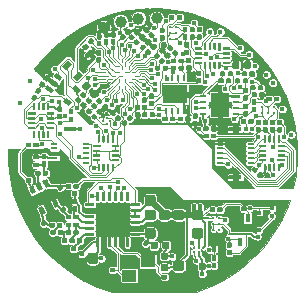
<source format=gtl>
G04 #@! TF.GenerationSoftware,KiCad,Pcbnew,5.0.2-bee76a0~70~ubuntu18.04.1*
G04 #@! TF.CreationDate,2019-07-22T04:32:19+02:00*
G04 #@! TF.ProjectId,mainboard,6d61696e-626f-4617-9264-2e6b69636164,rev?*
G04 #@! TF.SameCoordinates,Original*
G04 #@! TF.FileFunction,Copper,L1,Top*
G04 #@! TF.FilePolarity,Positive*
%FSLAX46Y46*%
G04 Gerber Fmt 4.6, Leading zero omitted, Abs format (unit mm)*
G04 Created by KiCad (PCBNEW 5.0.2-bee76a0~70~ubuntu18.04.1) date Mo 22 Jul 2019 04:32:19 CEST*
%MOMM*%
%LPD*%
G01*
G04 APERTURE LIST*
G04 #@! TA.AperFunction,SMDPad,CuDef*
%ADD10C,0.450000*%
G04 #@! TD*
G04 #@! TA.AperFunction,Conductor*
%ADD11C,0.100000*%
G04 #@! TD*
G04 #@! TA.AperFunction,BGAPad,CuDef*
%ADD12C,0.200000*%
G04 #@! TD*
G04 #@! TA.AperFunction,BGAPad,CuDef*
%ADD13C,0.250000*%
G04 #@! TD*
G04 #@! TA.AperFunction,SMDPad,CuDef*
%ADD14C,0.400000*%
G04 #@! TD*
G04 #@! TA.AperFunction,SMDPad,CuDef*
%ADD15R,0.350000X0.350000*%
G04 #@! TD*
G04 #@! TA.AperFunction,BGAPad,CuDef*
%ADD16C,1.000000*%
G04 #@! TD*
G04 #@! TA.AperFunction,SMDPad,CuDef*
%ADD17C,0.250000*%
G04 #@! TD*
G04 #@! TA.AperFunction,ViaPad*
%ADD18C,0.500000*%
G04 #@! TD*
G04 #@! TA.AperFunction,SMDPad,CuDef*
%ADD19C,2.600000*%
G04 #@! TD*
G04 #@! TA.AperFunction,SMDPad,CuDef*
%ADD20R,0.600000X0.250000*%
G04 #@! TD*
G04 #@! TA.AperFunction,SMDPad,CuDef*
%ADD21R,1.600000X2.000000*%
G04 #@! TD*
G04 #@! TA.AperFunction,SMDPad,CuDef*
%ADD22R,0.250000X0.600000*%
G04 #@! TD*
G04 #@! TA.AperFunction,SMDPad,CuDef*
%ADD23R,2.000000X1.600000*%
G04 #@! TD*
G04 #@! TA.AperFunction,SMDPad,CuDef*
%ADD24R,0.630000X0.230000*%
G04 #@! TD*
G04 #@! TA.AperFunction,SMDPad,CuDef*
%ADD25R,1.100000X0.380000*%
G04 #@! TD*
G04 #@! TA.AperFunction,BGAPad,CuDef*
%ADD26C,0.133000*%
G04 #@! TD*
G04 #@! TA.AperFunction,SMDPad,CuDef*
%ADD27C,0.200000*%
G04 #@! TD*
G04 #@! TA.AperFunction,SMDPad,CuDef*
%ADD28C,0.590000*%
G04 #@! TD*
G04 #@! TA.AperFunction,SMDPad,CuDef*
%ADD29C,0.875000*%
G04 #@! TD*
G04 #@! TA.AperFunction,SMDPad,CuDef*
%ADD30R,1.200000X1.000000*%
G04 #@! TD*
G04 #@! TA.AperFunction,SMDPad,CuDef*
%ADD31R,0.450000X0.700000*%
G04 #@! TD*
G04 #@! TA.AperFunction,ViaPad*
%ADD32C,0.450000*%
G04 #@! TD*
G04 #@! TA.AperFunction,Conductor*
%ADD33C,0.200000*%
G04 #@! TD*
G04 #@! TA.AperFunction,Conductor*
%ADD34C,0.089000*%
G04 #@! TD*
G04 #@! TA.AperFunction,Conductor*
%ADD35C,0.500000*%
G04 #@! TD*
G04 #@! TA.AperFunction,Conductor*
%ADD36C,0.300000*%
G04 #@! TD*
G04 APERTURE END LIST*
D10*
G04 #@! TO.P,U3,1*
G04 #@! TO.N,+5VA*
X-7245166Y7471733D03*
D11*
G04 #@! TD*
G04 #@! TO.N,+5VA*
G04 #@! TO.C,U3*
G36*
X-7651752Y7383345D02*
X-7156778Y7878319D01*
X-6838580Y7560121D01*
X-7333554Y7065147D01*
X-7651752Y7383345D01*
X-7651752Y7383345D01*
G37*
D10*
G04 #@! TO.P,U3,2*
G04 #@! TO.N,Net-(C13-Pad1)*
X-6325927Y6552494D03*
D11*
G04 #@! TD*
G04 #@! TO.N,Net-(C13-Pad1)*
G04 #@! TO.C,U3*
G36*
X-6732513Y6464106D02*
X-6237539Y6959080D01*
X-5919341Y6640882D01*
X-6414315Y6145908D01*
X-6732513Y6464106D01*
X-6732513Y6464106D01*
G37*
D10*
G04 #@! TO.P,U3,3*
G04 #@! TO.N,GNDD*
X-5371333Y8426327D03*
D11*
G04 #@! TD*
G04 #@! TO.N,GNDD*
G04 #@! TO.C,U3*
G36*
X-5777919Y8337939D02*
X-5282945Y8832913D01*
X-4964747Y8514715D01*
X-5459721Y8019741D01*
X-5777919Y8337939D01*
X-5777919Y8337939D01*
G37*
D12*
G04 #@! TO.P,U10,C1*
G04 #@! TO.N,AFE_EN*
X3500000Y-8000000D03*
G04 #@! TO.P,U10,C2*
G04 #@! TO.N,Net-(R34-Pad2)*
X3500000Y-8400000D03*
G04 #@! TO.P,U10,B1*
G04 #@! TO.N,Net-(L9-Pad2)*
X3900000Y-8000000D03*
G04 #@! TO.P,U10,B2*
G04 #@! TO.N,+5VA*
X3900000Y-8400000D03*
G04 #@! TO.P,U10,A1*
G04 #@! TO.N,VCC*
X4300000Y-8000000D03*
G04 #@! TO.P,U10,A2*
G04 #@! TO.N,GNDD*
X4300000Y-8400000D03*
G04 #@! TD*
D13*
G04 #@! TO.P,Q3,C1*
G04 #@! TO.N,+BATT*
X5150000Y-6500000D03*
G04 #@! TO.P,Q3,C2*
G04 #@! TO.N,Net-(Q3-PadC2)*
X5650000Y-6500000D03*
G04 #@! TO.P,Q3,B1*
G04 #@! TO.N,+BATT*
X5150000Y-6000000D03*
G04 #@! TO.P,Q3,B2*
X5650000Y-6000000D03*
G04 #@! TO.P,Q3,A1*
G04 #@! TO.N,VCC*
X5150000Y-5500000D03*
G04 #@! TO.P,Q3,A2*
G04 #@! TO.N,Net-(Q3-PadA2)*
X5650000Y-5500000D03*
G04 #@! TD*
G04 #@! TO.P,Q2,C1*
G04 #@! TO.N,ISFET1_SHNT*
X10250000Y3400000D03*
G04 #@! TO.P,Q2,C2*
G04 #@! TO.N,Net-(Q2-PadC2)*
X10250000Y3900000D03*
G04 #@! TO.P,Q2,B1*
G04 #@! TO.N,Net-(Q2-PadB1)*
X9750000Y3400000D03*
G04 #@! TO.P,Q2,B2*
X9750000Y3900000D03*
G04 #@! TO.P,Q2,A1*
G04 #@! TO.N,ISFET1_SHNT*
X9250000Y3400000D03*
G04 #@! TO.P,Q2,A2*
X9250000Y3900000D03*
G04 #@! TD*
G04 #@! TO.P,Q1,A2*
G04 #@! TO.N,ISFET2_SHNT*
X1500000Y9650000D03*
G04 #@! TO.P,Q1,A1*
X2000000Y9650000D03*
G04 #@! TO.P,Q1,B2*
G04 #@! TO.N,Net-(Q1-PadB1)*
X1500000Y10150000D03*
G04 #@! TO.P,Q1,B1*
X2000000Y10150000D03*
G04 #@! TO.P,Q1,C2*
G04 #@! TO.N,Net-(Q1-PadC2)*
X1500000Y10650000D03*
G04 #@! TO.P,Q1,C1*
G04 #@! TO.N,ISFET2_SHNT*
X2000000Y10650000D03*
G04 #@! TD*
D11*
G04 #@! TO.N,+5VA*
G04 #@! TO.C,C34*
G36*
X-2965137Y3245879D02*
X-2955430Y3244440D01*
X-2945911Y3242055D01*
X-2936671Y3238749D01*
X-2927799Y3234553D01*
X-2919382Y3229508D01*
X-2911500Y3223662D01*
X-2904228Y3217072D01*
X-2720380Y3033224D01*
X-2713790Y3025952D01*
X-2707944Y3018070D01*
X-2702899Y3009653D01*
X-2698703Y3000781D01*
X-2695397Y2991541D01*
X-2693012Y2982022D01*
X-2691573Y2972315D01*
X-2691091Y2962513D01*
X-2691573Y2952711D01*
X-2693012Y2943004D01*
X-2695397Y2933485D01*
X-2698703Y2924245D01*
X-2702899Y2915373D01*
X-2707944Y2906956D01*
X-2713790Y2899074D01*
X-2720380Y2891802D01*
X-2861802Y2750380D01*
X-2869074Y2743790D01*
X-2876956Y2737944D01*
X-2885373Y2732899D01*
X-2894245Y2728703D01*
X-2903485Y2725397D01*
X-2913004Y2723012D01*
X-2922711Y2721573D01*
X-2932513Y2721091D01*
X-2942315Y2721573D01*
X-2952022Y2723012D01*
X-2961541Y2725397D01*
X-2970781Y2728703D01*
X-2979653Y2732899D01*
X-2988070Y2737944D01*
X-2995952Y2743790D01*
X-3003224Y2750380D01*
X-3187072Y2934228D01*
X-3193662Y2941500D01*
X-3199508Y2949382D01*
X-3204553Y2957799D01*
X-3208749Y2966671D01*
X-3212055Y2975911D01*
X-3214440Y2985430D01*
X-3215879Y2995137D01*
X-3216361Y3004939D01*
X-3215879Y3014741D01*
X-3214440Y3024448D01*
X-3212055Y3033967D01*
X-3208749Y3043207D01*
X-3204553Y3052079D01*
X-3199508Y3060496D01*
X-3193662Y3068378D01*
X-3187072Y3075650D01*
X-3045650Y3217072D01*
X-3038378Y3223662D01*
X-3030496Y3229508D01*
X-3022079Y3234553D01*
X-3013207Y3238749D01*
X-3003967Y3242055D01*
X-2994448Y3244440D01*
X-2984741Y3245879D01*
X-2974939Y3246361D01*
X-2965137Y3245879D01*
X-2965137Y3245879D01*
G37*
D14*
G04 #@! TD*
G04 #@! TO.P,C34,1*
G04 #@! TO.N,+5VA*
X-2953726Y2983726D03*
D11*
G04 #@! TO.N,GNDD*
G04 #@! TO.C,C34*
G36*
X-3417685Y3698427D02*
X-3407978Y3696988D01*
X-3398459Y3694603D01*
X-3389219Y3691297D01*
X-3380347Y3687101D01*
X-3371930Y3682056D01*
X-3364048Y3676210D01*
X-3356776Y3669620D01*
X-3172928Y3485772D01*
X-3166338Y3478500D01*
X-3160492Y3470618D01*
X-3155447Y3462201D01*
X-3151251Y3453329D01*
X-3147945Y3444089D01*
X-3145560Y3434570D01*
X-3144121Y3424863D01*
X-3143639Y3415061D01*
X-3144121Y3405259D01*
X-3145560Y3395552D01*
X-3147945Y3386033D01*
X-3151251Y3376793D01*
X-3155447Y3367921D01*
X-3160492Y3359504D01*
X-3166338Y3351622D01*
X-3172928Y3344350D01*
X-3314350Y3202928D01*
X-3321622Y3196338D01*
X-3329504Y3190492D01*
X-3337921Y3185447D01*
X-3346793Y3181251D01*
X-3356033Y3177945D01*
X-3365552Y3175560D01*
X-3375259Y3174121D01*
X-3385061Y3173639D01*
X-3394863Y3174121D01*
X-3404570Y3175560D01*
X-3414089Y3177945D01*
X-3423329Y3181251D01*
X-3432201Y3185447D01*
X-3440618Y3190492D01*
X-3448500Y3196338D01*
X-3455772Y3202928D01*
X-3639620Y3386776D01*
X-3646210Y3394048D01*
X-3652056Y3401930D01*
X-3657101Y3410347D01*
X-3661297Y3419219D01*
X-3664603Y3428459D01*
X-3666988Y3437978D01*
X-3668427Y3447685D01*
X-3668909Y3457487D01*
X-3668427Y3467289D01*
X-3666988Y3476996D01*
X-3664603Y3486515D01*
X-3661297Y3495755D01*
X-3657101Y3504627D01*
X-3652056Y3513044D01*
X-3646210Y3520926D01*
X-3639620Y3528198D01*
X-3498198Y3669620D01*
X-3490926Y3676210D01*
X-3483044Y3682056D01*
X-3474627Y3687101D01*
X-3465755Y3691297D01*
X-3456515Y3694603D01*
X-3446996Y3696988D01*
X-3437289Y3698427D01*
X-3427487Y3698909D01*
X-3417685Y3698427D01*
X-3417685Y3698427D01*
G37*
D14*
G04 #@! TD*
G04 #@! TO.P,C34,2*
G04 #@! TO.N,GNDD*
X-3406274Y3436274D03*
D12*
G04 #@! TO.P,U7,A2*
G04 #@! TO.N,+5VA*
X-3887300Y3019903D03*
G04 #@! TO.P,U7,A1*
G04 #@! TO.N,GNDD*
X-4170143Y2737060D03*
G04 #@! TO.P,U7,B2*
G04 #@! TO.N,T_EN*
X-3604457Y2737060D03*
G04 #@! TO.P,U7,B1*
G04 #@! TO.N,Net-(R40-Pad2)*
X-3887300Y2454217D03*
G04 #@! TD*
D11*
G04 #@! TO.N,Net-(Q1-PadB1)*
G04 #@! TO.C,R41*
G36*
X2399802Y11699518D02*
X2409509Y11698079D01*
X2419028Y11695694D01*
X2428268Y11692388D01*
X2437140Y11688192D01*
X2445557Y11683147D01*
X2453439Y11677301D01*
X2460711Y11670711D01*
X2467301Y11663439D01*
X2473147Y11655557D01*
X2478192Y11647140D01*
X2482388Y11638268D01*
X2485694Y11629028D01*
X2488079Y11619509D01*
X2489518Y11609802D01*
X2490000Y11600000D01*
X2490000Y11400000D01*
X2489518Y11390198D01*
X2488079Y11380491D01*
X2485694Y11370972D01*
X2482388Y11361732D01*
X2478192Y11352860D01*
X2473147Y11344443D01*
X2467301Y11336561D01*
X2460711Y11329289D01*
X2453439Y11322699D01*
X2445557Y11316853D01*
X2437140Y11311808D01*
X2428268Y11307612D01*
X2419028Y11304306D01*
X2409509Y11301921D01*
X2399802Y11300482D01*
X2390000Y11300000D01*
X2130000Y11300000D01*
X2120198Y11300482D01*
X2110491Y11301921D01*
X2100972Y11304306D01*
X2091732Y11307612D01*
X2082860Y11311808D01*
X2074443Y11316853D01*
X2066561Y11322699D01*
X2059289Y11329289D01*
X2052699Y11336561D01*
X2046853Y11344443D01*
X2041808Y11352860D01*
X2037612Y11361732D01*
X2034306Y11370972D01*
X2031921Y11380491D01*
X2030482Y11390198D01*
X2030000Y11400000D01*
X2030000Y11600000D01*
X2030482Y11609802D01*
X2031921Y11619509D01*
X2034306Y11629028D01*
X2037612Y11638268D01*
X2041808Y11647140D01*
X2046853Y11655557D01*
X2052699Y11663439D01*
X2059289Y11670711D01*
X2066561Y11677301D01*
X2074443Y11683147D01*
X2082860Y11688192D01*
X2091732Y11692388D01*
X2100972Y11695694D01*
X2110491Y11698079D01*
X2120198Y11699518D01*
X2130000Y11700000D01*
X2390000Y11700000D01*
X2399802Y11699518D01*
X2399802Y11699518D01*
G37*
D14*
G04 #@! TD*
G04 #@! TO.P,R41,2*
G04 #@! TO.N,Net-(Q1-PadB1)*
X2260000Y11500000D03*
D11*
G04 #@! TO.N,ISFET2_SHNT*
G04 #@! TO.C,R41*
G36*
X1759802Y11699518D02*
X1769509Y11698079D01*
X1779028Y11695694D01*
X1788268Y11692388D01*
X1797140Y11688192D01*
X1805557Y11683147D01*
X1813439Y11677301D01*
X1820711Y11670711D01*
X1827301Y11663439D01*
X1833147Y11655557D01*
X1838192Y11647140D01*
X1842388Y11638268D01*
X1845694Y11629028D01*
X1848079Y11619509D01*
X1849518Y11609802D01*
X1850000Y11600000D01*
X1850000Y11400000D01*
X1849518Y11390198D01*
X1848079Y11380491D01*
X1845694Y11370972D01*
X1842388Y11361732D01*
X1838192Y11352860D01*
X1833147Y11344443D01*
X1827301Y11336561D01*
X1820711Y11329289D01*
X1813439Y11322699D01*
X1805557Y11316853D01*
X1797140Y11311808D01*
X1788268Y11307612D01*
X1779028Y11304306D01*
X1769509Y11301921D01*
X1759802Y11300482D01*
X1750000Y11300000D01*
X1490000Y11300000D01*
X1480198Y11300482D01*
X1470491Y11301921D01*
X1460972Y11304306D01*
X1451732Y11307612D01*
X1442860Y11311808D01*
X1434443Y11316853D01*
X1426561Y11322699D01*
X1419289Y11329289D01*
X1412699Y11336561D01*
X1406853Y11344443D01*
X1401808Y11352860D01*
X1397612Y11361732D01*
X1394306Y11370972D01*
X1391921Y11380491D01*
X1390482Y11390198D01*
X1390000Y11400000D01*
X1390000Y11600000D01*
X1390482Y11609802D01*
X1391921Y11619509D01*
X1394306Y11629028D01*
X1397612Y11638268D01*
X1401808Y11647140D01*
X1406853Y11655557D01*
X1412699Y11663439D01*
X1419289Y11670711D01*
X1426561Y11677301D01*
X1434443Y11683147D01*
X1442860Y11688192D01*
X1451732Y11692388D01*
X1460972Y11695694D01*
X1470491Y11698079D01*
X1480198Y11699518D01*
X1490000Y11700000D01*
X1750000Y11700000D01*
X1759802Y11699518D01*
X1759802Y11699518D01*
G37*
D14*
G04 #@! TD*
G04 #@! TO.P,R41,1*
G04 #@! TO.N,ISFET2_SHNT*
X1620000Y11500000D03*
D11*
G04 #@! TO.N,ISFET1_SHNT*
G04 #@! TO.C,R43*
G36*
X9999802Y4789518D02*
X10009509Y4788079D01*
X10019028Y4785694D01*
X10028268Y4782388D01*
X10037140Y4778192D01*
X10045557Y4773147D01*
X10053439Y4767301D01*
X10060711Y4760711D01*
X10067301Y4753439D01*
X10073147Y4745557D01*
X10078192Y4737140D01*
X10082388Y4728268D01*
X10085694Y4719028D01*
X10088079Y4709509D01*
X10089518Y4699802D01*
X10090000Y4690000D01*
X10090000Y4490000D01*
X10089518Y4480198D01*
X10088079Y4470491D01*
X10085694Y4460972D01*
X10082388Y4451732D01*
X10078192Y4442860D01*
X10073147Y4434443D01*
X10067301Y4426561D01*
X10060711Y4419289D01*
X10053439Y4412699D01*
X10045557Y4406853D01*
X10037140Y4401808D01*
X10028268Y4397612D01*
X10019028Y4394306D01*
X10009509Y4391921D01*
X9999802Y4390482D01*
X9990000Y4390000D01*
X9730000Y4390000D01*
X9720198Y4390482D01*
X9710491Y4391921D01*
X9700972Y4394306D01*
X9691732Y4397612D01*
X9682860Y4401808D01*
X9674443Y4406853D01*
X9666561Y4412699D01*
X9659289Y4419289D01*
X9652699Y4426561D01*
X9646853Y4434443D01*
X9641808Y4442860D01*
X9637612Y4451732D01*
X9634306Y4460972D01*
X9631921Y4470491D01*
X9630482Y4480198D01*
X9630000Y4490000D01*
X9630000Y4690000D01*
X9630482Y4699802D01*
X9631921Y4709509D01*
X9634306Y4719028D01*
X9637612Y4728268D01*
X9641808Y4737140D01*
X9646853Y4745557D01*
X9652699Y4753439D01*
X9659289Y4760711D01*
X9666561Y4767301D01*
X9674443Y4773147D01*
X9682860Y4778192D01*
X9691732Y4782388D01*
X9700972Y4785694D01*
X9710491Y4788079D01*
X9720198Y4789518D01*
X9730000Y4790000D01*
X9990000Y4790000D01*
X9999802Y4789518D01*
X9999802Y4789518D01*
G37*
D14*
G04 #@! TD*
G04 #@! TO.P,R43,1*
G04 #@! TO.N,ISFET1_SHNT*
X9860000Y4590000D03*
D11*
G04 #@! TO.N,Net-(Q2-PadB1)*
G04 #@! TO.C,R43*
G36*
X10639802Y4789518D02*
X10649509Y4788079D01*
X10659028Y4785694D01*
X10668268Y4782388D01*
X10677140Y4778192D01*
X10685557Y4773147D01*
X10693439Y4767301D01*
X10700711Y4760711D01*
X10707301Y4753439D01*
X10713147Y4745557D01*
X10718192Y4737140D01*
X10722388Y4728268D01*
X10725694Y4719028D01*
X10728079Y4709509D01*
X10729518Y4699802D01*
X10730000Y4690000D01*
X10730000Y4490000D01*
X10729518Y4480198D01*
X10728079Y4470491D01*
X10725694Y4460972D01*
X10722388Y4451732D01*
X10718192Y4442860D01*
X10713147Y4434443D01*
X10707301Y4426561D01*
X10700711Y4419289D01*
X10693439Y4412699D01*
X10685557Y4406853D01*
X10677140Y4401808D01*
X10668268Y4397612D01*
X10659028Y4394306D01*
X10649509Y4391921D01*
X10639802Y4390482D01*
X10630000Y4390000D01*
X10370000Y4390000D01*
X10360198Y4390482D01*
X10350491Y4391921D01*
X10340972Y4394306D01*
X10331732Y4397612D01*
X10322860Y4401808D01*
X10314443Y4406853D01*
X10306561Y4412699D01*
X10299289Y4419289D01*
X10292699Y4426561D01*
X10286853Y4434443D01*
X10281808Y4442860D01*
X10277612Y4451732D01*
X10274306Y4460972D01*
X10271921Y4470491D01*
X10270482Y4480198D01*
X10270000Y4490000D01*
X10270000Y4690000D01*
X10270482Y4699802D01*
X10271921Y4709509D01*
X10274306Y4719028D01*
X10277612Y4728268D01*
X10281808Y4737140D01*
X10286853Y4745557D01*
X10292699Y4753439D01*
X10299289Y4760711D01*
X10306561Y4767301D01*
X10314443Y4773147D01*
X10322860Y4778192D01*
X10331732Y4782388D01*
X10340972Y4785694D01*
X10350491Y4788079D01*
X10360198Y4789518D01*
X10370000Y4790000D01*
X10630000Y4790000D01*
X10639802Y4789518D01*
X10639802Y4789518D01*
G37*
D14*
G04 #@! TD*
G04 #@! TO.P,R43,2*
G04 #@! TO.N,Net-(Q2-PadB1)*
X10500000Y4590000D03*
D15*
G04 #@! TO.P,D2,2*
G04 #@! TO.N,GNDD*
X10140000Y-6125000D03*
G04 #@! TO.P,D2,1*
G04 #@! TO.N,TAG_EN*
X10140000Y-4675000D03*
G04 #@! TD*
D16*
G04 #@! TO.P,J19,1*
G04 #@! TO.N,VCC*
X-2697700Y11125360D03*
G04 #@! TD*
G04 #@! TO.P,J20,1*
G04 #@! TO.N,GNDD*
X-4142960Y10637680D03*
G04 #@! TD*
G04 #@! TO.P,J18,1*
G04 #@! TO.N,SWCLK*
X-1196560Y11379360D03*
G04 #@! TD*
G04 #@! TO.P,J17,1*
G04 #@! TO.N,SWDIO*
X332520Y11414920D03*
G04 #@! TD*
D11*
G04 #@! TO.N,Net-(C2-Pad1)*
G04 #@! TO.C,U1*
G36*
X-4981374Y-6725301D02*
X-4975307Y-6726201D01*
X-4969357Y-6727691D01*
X-4963582Y-6729758D01*
X-4958038Y-6732380D01*
X-4952777Y-6735533D01*
X-4947850Y-6739187D01*
X-4943306Y-6743306D01*
X-4939187Y-6747850D01*
X-4935533Y-6752777D01*
X-4932380Y-6758038D01*
X-4929758Y-6763582D01*
X-4927691Y-6769357D01*
X-4926201Y-6775307D01*
X-4925301Y-6781374D01*
X-4925000Y-6787500D01*
X-4925000Y-6912500D01*
X-4925301Y-6918626D01*
X-4926201Y-6924693D01*
X-4927691Y-6930643D01*
X-4929758Y-6936418D01*
X-4932380Y-6941962D01*
X-4935533Y-6947223D01*
X-4939187Y-6952150D01*
X-4943306Y-6956694D01*
X-4947850Y-6960813D01*
X-4952777Y-6964467D01*
X-4958038Y-6967620D01*
X-4963582Y-6970242D01*
X-4969357Y-6972309D01*
X-4975307Y-6973799D01*
X-4981374Y-6974699D01*
X-4987500Y-6975000D01*
X-5687500Y-6975000D01*
X-5693626Y-6974699D01*
X-5699693Y-6973799D01*
X-5705643Y-6972309D01*
X-5711418Y-6970242D01*
X-5716962Y-6967620D01*
X-5722223Y-6964467D01*
X-5727150Y-6960813D01*
X-5731694Y-6956694D01*
X-5735813Y-6952150D01*
X-5739467Y-6947223D01*
X-5742620Y-6941962D01*
X-5745242Y-6936418D01*
X-5747309Y-6930643D01*
X-5748799Y-6924693D01*
X-5749699Y-6918626D01*
X-5750000Y-6912500D01*
X-5750000Y-6787500D01*
X-5749699Y-6781374D01*
X-5748799Y-6775307D01*
X-5747309Y-6769357D01*
X-5745242Y-6763582D01*
X-5742620Y-6758038D01*
X-5739467Y-6752777D01*
X-5735813Y-6747850D01*
X-5731694Y-6743306D01*
X-5727150Y-6739187D01*
X-5722223Y-6735533D01*
X-5716962Y-6732380D01*
X-5711418Y-6729758D01*
X-5705643Y-6727691D01*
X-5699693Y-6726201D01*
X-5693626Y-6725301D01*
X-5687500Y-6725000D01*
X-4987500Y-6725000D01*
X-4981374Y-6725301D01*
X-4981374Y-6725301D01*
G37*
D17*
G04 #@! TD*
G04 #@! TO.P,U1,24*
G04 #@! TO.N,Net-(C2-Pad1)*
X-5337500Y-6850000D03*
D11*
G04 #@! TO.N,Net-(C3-Pad2)*
G04 #@! TO.C,U1*
G36*
X-4981374Y-6225301D02*
X-4975307Y-6226201D01*
X-4969357Y-6227691D01*
X-4963582Y-6229758D01*
X-4958038Y-6232380D01*
X-4952777Y-6235533D01*
X-4947850Y-6239187D01*
X-4943306Y-6243306D01*
X-4939187Y-6247850D01*
X-4935533Y-6252777D01*
X-4932380Y-6258038D01*
X-4929758Y-6263582D01*
X-4927691Y-6269357D01*
X-4926201Y-6275307D01*
X-4925301Y-6281374D01*
X-4925000Y-6287500D01*
X-4925000Y-6412500D01*
X-4925301Y-6418626D01*
X-4926201Y-6424693D01*
X-4927691Y-6430643D01*
X-4929758Y-6436418D01*
X-4932380Y-6441962D01*
X-4935533Y-6447223D01*
X-4939187Y-6452150D01*
X-4943306Y-6456694D01*
X-4947850Y-6460813D01*
X-4952777Y-6464467D01*
X-4958038Y-6467620D01*
X-4963582Y-6470242D01*
X-4969357Y-6472309D01*
X-4975307Y-6473799D01*
X-4981374Y-6474699D01*
X-4987500Y-6475000D01*
X-5687500Y-6475000D01*
X-5693626Y-6474699D01*
X-5699693Y-6473799D01*
X-5705643Y-6472309D01*
X-5711418Y-6470242D01*
X-5716962Y-6467620D01*
X-5722223Y-6464467D01*
X-5727150Y-6460813D01*
X-5731694Y-6456694D01*
X-5735813Y-6452150D01*
X-5739467Y-6447223D01*
X-5742620Y-6441962D01*
X-5745242Y-6436418D01*
X-5747309Y-6430643D01*
X-5748799Y-6424693D01*
X-5749699Y-6418626D01*
X-5750000Y-6412500D01*
X-5750000Y-6287500D01*
X-5749699Y-6281374D01*
X-5748799Y-6275307D01*
X-5747309Y-6269357D01*
X-5745242Y-6263582D01*
X-5742620Y-6258038D01*
X-5739467Y-6252777D01*
X-5735813Y-6247850D01*
X-5731694Y-6243306D01*
X-5727150Y-6239187D01*
X-5722223Y-6235533D01*
X-5716962Y-6232380D01*
X-5711418Y-6229758D01*
X-5705643Y-6227691D01*
X-5699693Y-6226201D01*
X-5693626Y-6225301D01*
X-5687500Y-6225000D01*
X-4987500Y-6225000D01*
X-4981374Y-6225301D01*
X-4981374Y-6225301D01*
G37*
D17*
G04 #@! TD*
G04 #@! TO.P,U1,23*
G04 #@! TO.N,Net-(C3-Pad2)*
X-5337500Y-6350000D03*
D11*
G04 #@! TO.N,Net-(C12-Pad2)*
G04 #@! TO.C,U1*
G36*
X-4981374Y-5725301D02*
X-4975307Y-5726201D01*
X-4969357Y-5727691D01*
X-4963582Y-5729758D01*
X-4958038Y-5732380D01*
X-4952777Y-5735533D01*
X-4947850Y-5739187D01*
X-4943306Y-5743306D01*
X-4939187Y-5747850D01*
X-4935533Y-5752777D01*
X-4932380Y-5758038D01*
X-4929758Y-5763582D01*
X-4927691Y-5769357D01*
X-4926201Y-5775307D01*
X-4925301Y-5781374D01*
X-4925000Y-5787500D01*
X-4925000Y-5912500D01*
X-4925301Y-5918626D01*
X-4926201Y-5924693D01*
X-4927691Y-5930643D01*
X-4929758Y-5936418D01*
X-4932380Y-5941962D01*
X-4935533Y-5947223D01*
X-4939187Y-5952150D01*
X-4943306Y-5956694D01*
X-4947850Y-5960813D01*
X-4952777Y-5964467D01*
X-4958038Y-5967620D01*
X-4963582Y-5970242D01*
X-4969357Y-5972309D01*
X-4975307Y-5973799D01*
X-4981374Y-5974699D01*
X-4987500Y-5975000D01*
X-5687500Y-5975000D01*
X-5693626Y-5974699D01*
X-5699693Y-5973799D01*
X-5705643Y-5972309D01*
X-5711418Y-5970242D01*
X-5716962Y-5967620D01*
X-5722223Y-5964467D01*
X-5727150Y-5960813D01*
X-5731694Y-5956694D01*
X-5735813Y-5952150D01*
X-5739467Y-5947223D01*
X-5742620Y-5941962D01*
X-5745242Y-5936418D01*
X-5747309Y-5930643D01*
X-5748799Y-5924693D01*
X-5749699Y-5918626D01*
X-5750000Y-5912500D01*
X-5750000Y-5787500D01*
X-5749699Y-5781374D01*
X-5748799Y-5775307D01*
X-5747309Y-5769357D01*
X-5745242Y-5763582D01*
X-5742620Y-5758038D01*
X-5739467Y-5752777D01*
X-5735813Y-5747850D01*
X-5731694Y-5743306D01*
X-5727150Y-5739187D01*
X-5722223Y-5735533D01*
X-5716962Y-5732380D01*
X-5711418Y-5729758D01*
X-5705643Y-5727691D01*
X-5699693Y-5726201D01*
X-5693626Y-5725301D01*
X-5687500Y-5725000D01*
X-4987500Y-5725000D01*
X-4981374Y-5725301D01*
X-4981374Y-5725301D01*
G37*
D17*
G04 #@! TD*
G04 #@! TO.P,U1,22*
G04 #@! TO.N,Net-(C12-Pad2)*
X-5337500Y-5850000D03*
D11*
G04 #@! TO.N,Net-(C17-Pad1)*
G04 #@! TO.C,U1*
G36*
X-4981374Y-5225301D02*
X-4975307Y-5226201D01*
X-4969357Y-5227691D01*
X-4963582Y-5229758D01*
X-4958038Y-5232380D01*
X-4952777Y-5235533D01*
X-4947850Y-5239187D01*
X-4943306Y-5243306D01*
X-4939187Y-5247850D01*
X-4935533Y-5252777D01*
X-4932380Y-5258038D01*
X-4929758Y-5263582D01*
X-4927691Y-5269357D01*
X-4926201Y-5275307D01*
X-4925301Y-5281374D01*
X-4925000Y-5287500D01*
X-4925000Y-5412500D01*
X-4925301Y-5418626D01*
X-4926201Y-5424693D01*
X-4927691Y-5430643D01*
X-4929758Y-5436418D01*
X-4932380Y-5441962D01*
X-4935533Y-5447223D01*
X-4939187Y-5452150D01*
X-4943306Y-5456694D01*
X-4947850Y-5460813D01*
X-4952777Y-5464467D01*
X-4958038Y-5467620D01*
X-4963582Y-5470242D01*
X-4969357Y-5472309D01*
X-4975307Y-5473799D01*
X-4981374Y-5474699D01*
X-4987500Y-5475000D01*
X-5687500Y-5475000D01*
X-5693626Y-5474699D01*
X-5699693Y-5473799D01*
X-5705643Y-5472309D01*
X-5711418Y-5470242D01*
X-5716962Y-5467620D01*
X-5722223Y-5464467D01*
X-5727150Y-5460813D01*
X-5731694Y-5456694D01*
X-5735813Y-5452150D01*
X-5739467Y-5447223D01*
X-5742620Y-5441962D01*
X-5745242Y-5436418D01*
X-5747309Y-5430643D01*
X-5748799Y-5424693D01*
X-5749699Y-5418626D01*
X-5750000Y-5412500D01*
X-5750000Y-5287500D01*
X-5749699Y-5281374D01*
X-5748799Y-5275307D01*
X-5747309Y-5269357D01*
X-5745242Y-5263582D01*
X-5742620Y-5258038D01*
X-5739467Y-5252777D01*
X-5735813Y-5247850D01*
X-5731694Y-5243306D01*
X-5727150Y-5239187D01*
X-5722223Y-5235533D01*
X-5716962Y-5232380D01*
X-5711418Y-5229758D01*
X-5705643Y-5227691D01*
X-5699693Y-5226201D01*
X-5693626Y-5225301D01*
X-5687500Y-5225000D01*
X-4987500Y-5225000D01*
X-4981374Y-5225301D01*
X-4981374Y-5225301D01*
G37*
D17*
G04 #@! TD*
G04 #@! TO.P,U1,21*
G04 #@! TO.N,Net-(C17-Pad1)*
X-5337500Y-5350000D03*
D11*
G04 #@! TO.N,GNDD*
G04 #@! TO.C,U1*
G36*
X-4981374Y-4725301D02*
X-4975307Y-4726201D01*
X-4969357Y-4727691D01*
X-4963582Y-4729758D01*
X-4958038Y-4732380D01*
X-4952777Y-4735533D01*
X-4947850Y-4739187D01*
X-4943306Y-4743306D01*
X-4939187Y-4747850D01*
X-4935533Y-4752777D01*
X-4932380Y-4758038D01*
X-4929758Y-4763582D01*
X-4927691Y-4769357D01*
X-4926201Y-4775307D01*
X-4925301Y-4781374D01*
X-4925000Y-4787500D01*
X-4925000Y-4912500D01*
X-4925301Y-4918626D01*
X-4926201Y-4924693D01*
X-4927691Y-4930643D01*
X-4929758Y-4936418D01*
X-4932380Y-4941962D01*
X-4935533Y-4947223D01*
X-4939187Y-4952150D01*
X-4943306Y-4956694D01*
X-4947850Y-4960813D01*
X-4952777Y-4964467D01*
X-4958038Y-4967620D01*
X-4963582Y-4970242D01*
X-4969357Y-4972309D01*
X-4975307Y-4973799D01*
X-4981374Y-4974699D01*
X-4987500Y-4975000D01*
X-5687500Y-4975000D01*
X-5693626Y-4974699D01*
X-5699693Y-4973799D01*
X-5705643Y-4972309D01*
X-5711418Y-4970242D01*
X-5716962Y-4967620D01*
X-5722223Y-4964467D01*
X-5727150Y-4960813D01*
X-5731694Y-4956694D01*
X-5735813Y-4952150D01*
X-5739467Y-4947223D01*
X-5742620Y-4941962D01*
X-5745242Y-4936418D01*
X-5747309Y-4930643D01*
X-5748799Y-4924693D01*
X-5749699Y-4918626D01*
X-5750000Y-4912500D01*
X-5750000Y-4787500D01*
X-5749699Y-4781374D01*
X-5748799Y-4775307D01*
X-5747309Y-4769357D01*
X-5745242Y-4763582D01*
X-5742620Y-4758038D01*
X-5739467Y-4752777D01*
X-5735813Y-4747850D01*
X-5731694Y-4743306D01*
X-5727150Y-4739187D01*
X-5722223Y-4735533D01*
X-5716962Y-4732380D01*
X-5711418Y-4729758D01*
X-5705643Y-4727691D01*
X-5699693Y-4726201D01*
X-5693626Y-4725301D01*
X-5687500Y-4725000D01*
X-4987500Y-4725000D01*
X-4981374Y-4725301D01*
X-4981374Y-4725301D01*
G37*
D17*
G04 #@! TD*
G04 #@! TO.P,U1,20*
G04 #@! TO.N,GNDD*
X-5337500Y-4850000D03*
D11*
G04 #@! TO.N,RF_CS*
G04 #@! TO.C,U1*
G36*
X-4981374Y-4225301D02*
X-4975307Y-4226201D01*
X-4969357Y-4227691D01*
X-4963582Y-4229758D01*
X-4958038Y-4232380D01*
X-4952777Y-4235533D01*
X-4947850Y-4239187D01*
X-4943306Y-4243306D01*
X-4939187Y-4247850D01*
X-4935533Y-4252777D01*
X-4932380Y-4258038D01*
X-4929758Y-4263582D01*
X-4927691Y-4269357D01*
X-4926201Y-4275307D01*
X-4925301Y-4281374D01*
X-4925000Y-4287500D01*
X-4925000Y-4412500D01*
X-4925301Y-4418626D01*
X-4926201Y-4424693D01*
X-4927691Y-4430643D01*
X-4929758Y-4436418D01*
X-4932380Y-4441962D01*
X-4935533Y-4447223D01*
X-4939187Y-4452150D01*
X-4943306Y-4456694D01*
X-4947850Y-4460813D01*
X-4952777Y-4464467D01*
X-4958038Y-4467620D01*
X-4963582Y-4470242D01*
X-4969357Y-4472309D01*
X-4975307Y-4473799D01*
X-4981374Y-4474699D01*
X-4987500Y-4475000D01*
X-5687500Y-4475000D01*
X-5693626Y-4474699D01*
X-5699693Y-4473799D01*
X-5705643Y-4472309D01*
X-5711418Y-4470242D01*
X-5716962Y-4467620D01*
X-5722223Y-4464467D01*
X-5727150Y-4460813D01*
X-5731694Y-4456694D01*
X-5735813Y-4452150D01*
X-5739467Y-4447223D01*
X-5742620Y-4441962D01*
X-5745242Y-4436418D01*
X-5747309Y-4430643D01*
X-5748799Y-4424693D01*
X-5749699Y-4418626D01*
X-5750000Y-4412500D01*
X-5750000Y-4287500D01*
X-5749699Y-4281374D01*
X-5748799Y-4275307D01*
X-5747309Y-4269357D01*
X-5745242Y-4263582D01*
X-5742620Y-4258038D01*
X-5739467Y-4252777D01*
X-5735813Y-4247850D01*
X-5731694Y-4243306D01*
X-5727150Y-4239187D01*
X-5722223Y-4235533D01*
X-5716962Y-4232380D01*
X-5711418Y-4229758D01*
X-5705643Y-4227691D01*
X-5699693Y-4226201D01*
X-5693626Y-4225301D01*
X-5687500Y-4225000D01*
X-4987500Y-4225000D01*
X-4981374Y-4225301D01*
X-4981374Y-4225301D01*
G37*
D17*
G04 #@! TD*
G04 #@! TO.P,U1,19*
G04 #@! TO.N,RF_CS*
X-5337500Y-4350000D03*
D11*
G04 #@! TO.N,RF_SCK*
G04 #@! TO.C,U1*
G36*
X-4581374Y-3250301D02*
X-4575307Y-3251201D01*
X-4569357Y-3252691D01*
X-4563582Y-3254758D01*
X-4558038Y-3257380D01*
X-4552777Y-3260533D01*
X-4547850Y-3264187D01*
X-4543306Y-3268306D01*
X-4539187Y-3272850D01*
X-4535533Y-3277777D01*
X-4532380Y-3283038D01*
X-4529758Y-3288582D01*
X-4527691Y-3294357D01*
X-4526201Y-3300307D01*
X-4525301Y-3306374D01*
X-4525000Y-3312500D01*
X-4525000Y-4012500D01*
X-4525301Y-4018626D01*
X-4526201Y-4024693D01*
X-4527691Y-4030643D01*
X-4529758Y-4036418D01*
X-4532380Y-4041962D01*
X-4535533Y-4047223D01*
X-4539187Y-4052150D01*
X-4543306Y-4056694D01*
X-4547850Y-4060813D01*
X-4552777Y-4064467D01*
X-4558038Y-4067620D01*
X-4563582Y-4070242D01*
X-4569357Y-4072309D01*
X-4575307Y-4073799D01*
X-4581374Y-4074699D01*
X-4587500Y-4075000D01*
X-4712500Y-4075000D01*
X-4718626Y-4074699D01*
X-4724693Y-4073799D01*
X-4730643Y-4072309D01*
X-4736418Y-4070242D01*
X-4741962Y-4067620D01*
X-4747223Y-4064467D01*
X-4752150Y-4060813D01*
X-4756694Y-4056694D01*
X-4760813Y-4052150D01*
X-4764467Y-4047223D01*
X-4767620Y-4041962D01*
X-4770242Y-4036418D01*
X-4772309Y-4030643D01*
X-4773799Y-4024693D01*
X-4774699Y-4018626D01*
X-4775000Y-4012500D01*
X-4775000Y-3312500D01*
X-4774699Y-3306374D01*
X-4773799Y-3300307D01*
X-4772309Y-3294357D01*
X-4770242Y-3288582D01*
X-4767620Y-3283038D01*
X-4764467Y-3277777D01*
X-4760813Y-3272850D01*
X-4756694Y-3268306D01*
X-4752150Y-3264187D01*
X-4747223Y-3260533D01*
X-4741962Y-3257380D01*
X-4736418Y-3254758D01*
X-4730643Y-3252691D01*
X-4724693Y-3251201D01*
X-4718626Y-3250301D01*
X-4712500Y-3250000D01*
X-4587500Y-3250000D01*
X-4581374Y-3250301D01*
X-4581374Y-3250301D01*
G37*
D17*
G04 #@! TD*
G04 #@! TO.P,U1,18*
G04 #@! TO.N,RF_SCK*
X-4650000Y-3662500D03*
D11*
G04 #@! TO.N,RF_MOSI*
G04 #@! TO.C,U1*
G36*
X-4081374Y-3250301D02*
X-4075307Y-3251201D01*
X-4069357Y-3252691D01*
X-4063582Y-3254758D01*
X-4058038Y-3257380D01*
X-4052777Y-3260533D01*
X-4047850Y-3264187D01*
X-4043306Y-3268306D01*
X-4039187Y-3272850D01*
X-4035533Y-3277777D01*
X-4032380Y-3283038D01*
X-4029758Y-3288582D01*
X-4027691Y-3294357D01*
X-4026201Y-3300307D01*
X-4025301Y-3306374D01*
X-4025000Y-3312500D01*
X-4025000Y-4012500D01*
X-4025301Y-4018626D01*
X-4026201Y-4024693D01*
X-4027691Y-4030643D01*
X-4029758Y-4036418D01*
X-4032380Y-4041962D01*
X-4035533Y-4047223D01*
X-4039187Y-4052150D01*
X-4043306Y-4056694D01*
X-4047850Y-4060813D01*
X-4052777Y-4064467D01*
X-4058038Y-4067620D01*
X-4063582Y-4070242D01*
X-4069357Y-4072309D01*
X-4075307Y-4073799D01*
X-4081374Y-4074699D01*
X-4087500Y-4075000D01*
X-4212500Y-4075000D01*
X-4218626Y-4074699D01*
X-4224693Y-4073799D01*
X-4230643Y-4072309D01*
X-4236418Y-4070242D01*
X-4241962Y-4067620D01*
X-4247223Y-4064467D01*
X-4252150Y-4060813D01*
X-4256694Y-4056694D01*
X-4260813Y-4052150D01*
X-4264467Y-4047223D01*
X-4267620Y-4041962D01*
X-4270242Y-4036418D01*
X-4272309Y-4030643D01*
X-4273799Y-4024693D01*
X-4274699Y-4018626D01*
X-4275000Y-4012500D01*
X-4275000Y-3312500D01*
X-4274699Y-3306374D01*
X-4273799Y-3300307D01*
X-4272309Y-3294357D01*
X-4270242Y-3288582D01*
X-4267620Y-3283038D01*
X-4264467Y-3277777D01*
X-4260813Y-3272850D01*
X-4256694Y-3268306D01*
X-4252150Y-3264187D01*
X-4247223Y-3260533D01*
X-4241962Y-3257380D01*
X-4236418Y-3254758D01*
X-4230643Y-3252691D01*
X-4224693Y-3251201D01*
X-4218626Y-3250301D01*
X-4212500Y-3250000D01*
X-4087500Y-3250000D01*
X-4081374Y-3250301D01*
X-4081374Y-3250301D01*
G37*
D17*
G04 #@! TD*
G04 #@! TO.P,U1,17*
G04 #@! TO.N,RF_MOSI*
X-4150000Y-3662500D03*
D11*
G04 #@! TO.N,RF_MISO*
G04 #@! TO.C,U1*
G36*
X-3581374Y-3250301D02*
X-3575307Y-3251201D01*
X-3569357Y-3252691D01*
X-3563582Y-3254758D01*
X-3558038Y-3257380D01*
X-3552777Y-3260533D01*
X-3547850Y-3264187D01*
X-3543306Y-3268306D01*
X-3539187Y-3272850D01*
X-3535533Y-3277777D01*
X-3532380Y-3283038D01*
X-3529758Y-3288582D01*
X-3527691Y-3294357D01*
X-3526201Y-3300307D01*
X-3525301Y-3306374D01*
X-3525000Y-3312500D01*
X-3525000Y-4012500D01*
X-3525301Y-4018626D01*
X-3526201Y-4024693D01*
X-3527691Y-4030643D01*
X-3529758Y-4036418D01*
X-3532380Y-4041962D01*
X-3535533Y-4047223D01*
X-3539187Y-4052150D01*
X-3543306Y-4056694D01*
X-3547850Y-4060813D01*
X-3552777Y-4064467D01*
X-3558038Y-4067620D01*
X-3563582Y-4070242D01*
X-3569357Y-4072309D01*
X-3575307Y-4073799D01*
X-3581374Y-4074699D01*
X-3587500Y-4075000D01*
X-3712500Y-4075000D01*
X-3718626Y-4074699D01*
X-3724693Y-4073799D01*
X-3730643Y-4072309D01*
X-3736418Y-4070242D01*
X-3741962Y-4067620D01*
X-3747223Y-4064467D01*
X-3752150Y-4060813D01*
X-3756694Y-4056694D01*
X-3760813Y-4052150D01*
X-3764467Y-4047223D01*
X-3767620Y-4041962D01*
X-3770242Y-4036418D01*
X-3772309Y-4030643D01*
X-3773799Y-4024693D01*
X-3774699Y-4018626D01*
X-3775000Y-4012500D01*
X-3775000Y-3312500D01*
X-3774699Y-3306374D01*
X-3773799Y-3300307D01*
X-3772309Y-3294357D01*
X-3770242Y-3288582D01*
X-3767620Y-3283038D01*
X-3764467Y-3277777D01*
X-3760813Y-3272850D01*
X-3756694Y-3268306D01*
X-3752150Y-3264187D01*
X-3747223Y-3260533D01*
X-3741962Y-3257380D01*
X-3736418Y-3254758D01*
X-3730643Y-3252691D01*
X-3724693Y-3251201D01*
X-3718626Y-3250301D01*
X-3712500Y-3250000D01*
X-3587500Y-3250000D01*
X-3581374Y-3250301D01*
X-3581374Y-3250301D01*
G37*
D17*
G04 #@! TD*
G04 #@! TO.P,U1,16*
G04 #@! TO.N,RF_MISO*
X-3650000Y-3662500D03*
D11*
G04 #@! TO.N,RF_RST*
G04 #@! TO.C,U1*
G36*
X-3081374Y-3250301D02*
X-3075307Y-3251201D01*
X-3069357Y-3252691D01*
X-3063582Y-3254758D01*
X-3058038Y-3257380D01*
X-3052777Y-3260533D01*
X-3047850Y-3264187D01*
X-3043306Y-3268306D01*
X-3039187Y-3272850D01*
X-3035533Y-3277777D01*
X-3032380Y-3283038D01*
X-3029758Y-3288582D01*
X-3027691Y-3294357D01*
X-3026201Y-3300307D01*
X-3025301Y-3306374D01*
X-3025000Y-3312500D01*
X-3025000Y-4012500D01*
X-3025301Y-4018626D01*
X-3026201Y-4024693D01*
X-3027691Y-4030643D01*
X-3029758Y-4036418D01*
X-3032380Y-4041962D01*
X-3035533Y-4047223D01*
X-3039187Y-4052150D01*
X-3043306Y-4056694D01*
X-3047850Y-4060813D01*
X-3052777Y-4064467D01*
X-3058038Y-4067620D01*
X-3063582Y-4070242D01*
X-3069357Y-4072309D01*
X-3075307Y-4073799D01*
X-3081374Y-4074699D01*
X-3087500Y-4075000D01*
X-3212500Y-4075000D01*
X-3218626Y-4074699D01*
X-3224693Y-4073799D01*
X-3230643Y-4072309D01*
X-3236418Y-4070242D01*
X-3241962Y-4067620D01*
X-3247223Y-4064467D01*
X-3252150Y-4060813D01*
X-3256694Y-4056694D01*
X-3260813Y-4052150D01*
X-3264467Y-4047223D01*
X-3267620Y-4041962D01*
X-3270242Y-4036418D01*
X-3272309Y-4030643D01*
X-3273799Y-4024693D01*
X-3274699Y-4018626D01*
X-3275000Y-4012500D01*
X-3275000Y-3312500D01*
X-3274699Y-3306374D01*
X-3273799Y-3300307D01*
X-3272309Y-3294357D01*
X-3270242Y-3288582D01*
X-3267620Y-3283038D01*
X-3264467Y-3277777D01*
X-3260813Y-3272850D01*
X-3256694Y-3268306D01*
X-3252150Y-3264187D01*
X-3247223Y-3260533D01*
X-3241962Y-3257380D01*
X-3236418Y-3254758D01*
X-3230643Y-3252691D01*
X-3224693Y-3251201D01*
X-3218626Y-3250301D01*
X-3212500Y-3250000D01*
X-3087500Y-3250000D01*
X-3081374Y-3250301D01*
X-3081374Y-3250301D01*
G37*
D17*
G04 #@! TD*
G04 #@! TO.P,U1,15*
G04 #@! TO.N,RF_RST*
X-3150000Y-3662500D03*
D11*
G04 #@! TO.N,RF_BUSY*
G04 #@! TO.C,U1*
G36*
X-2581374Y-3250301D02*
X-2575307Y-3251201D01*
X-2569357Y-3252691D01*
X-2563582Y-3254758D01*
X-2558038Y-3257380D01*
X-2552777Y-3260533D01*
X-2547850Y-3264187D01*
X-2543306Y-3268306D01*
X-2539187Y-3272850D01*
X-2535533Y-3277777D01*
X-2532380Y-3283038D01*
X-2529758Y-3288582D01*
X-2527691Y-3294357D01*
X-2526201Y-3300307D01*
X-2525301Y-3306374D01*
X-2525000Y-3312500D01*
X-2525000Y-4012500D01*
X-2525301Y-4018626D01*
X-2526201Y-4024693D01*
X-2527691Y-4030643D01*
X-2529758Y-4036418D01*
X-2532380Y-4041962D01*
X-2535533Y-4047223D01*
X-2539187Y-4052150D01*
X-2543306Y-4056694D01*
X-2547850Y-4060813D01*
X-2552777Y-4064467D01*
X-2558038Y-4067620D01*
X-2563582Y-4070242D01*
X-2569357Y-4072309D01*
X-2575307Y-4073799D01*
X-2581374Y-4074699D01*
X-2587500Y-4075000D01*
X-2712500Y-4075000D01*
X-2718626Y-4074699D01*
X-2724693Y-4073799D01*
X-2730643Y-4072309D01*
X-2736418Y-4070242D01*
X-2741962Y-4067620D01*
X-2747223Y-4064467D01*
X-2752150Y-4060813D01*
X-2756694Y-4056694D01*
X-2760813Y-4052150D01*
X-2764467Y-4047223D01*
X-2767620Y-4041962D01*
X-2770242Y-4036418D01*
X-2772309Y-4030643D01*
X-2773799Y-4024693D01*
X-2774699Y-4018626D01*
X-2775000Y-4012500D01*
X-2775000Y-3312500D01*
X-2774699Y-3306374D01*
X-2773799Y-3300307D01*
X-2772309Y-3294357D01*
X-2770242Y-3288582D01*
X-2767620Y-3283038D01*
X-2764467Y-3277777D01*
X-2760813Y-3272850D01*
X-2756694Y-3268306D01*
X-2752150Y-3264187D01*
X-2747223Y-3260533D01*
X-2741962Y-3257380D01*
X-2736418Y-3254758D01*
X-2730643Y-3252691D01*
X-2724693Y-3251201D01*
X-2718626Y-3250301D01*
X-2712500Y-3250000D01*
X-2587500Y-3250000D01*
X-2581374Y-3250301D01*
X-2581374Y-3250301D01*
G37*
D17*
G04 #@! TD*
G04 #@! TO.P,U1,14*
G04 #@! TO.N,RF_BUSY*
X-2650000Y-3662500D03*
D11*
G04 #@! TO.N,Net-(U1-Pad13)*
G04 #@! TO.C,U1*
G36*
X-2081374Y-3250301D02*
X-2075307Y-3251201D01*
X-2069357Y-3252691D01*
X-2063582Y-3254758D01*
X-2058038Y-3257380D01*
X-2052777Y-3260533D01*
X-2047850Y-3264187D01*
X-2043306Y-3268306D01*
X-2039187Y-3272850D01*
X-2035533Y-3277777D01*
X-2032380Y-3283038D01*
X-2029758Y-3288582D01*
X-2027691Y-3294357D01*
X-2026201Y-3300307D01*
X-2025301Y-3306374D01*
X-2025000Y-3312500D01*
X-2025000Y-4012500D01*
X-2025301Y-4018626D01*
X-2026201Y-4024693D01*
X-2027691Y-4030643D01*
X-2029758Y-4036418D01*
X-2032380Y-4041962D01*
X-2035533Y-4047223D01*
X-2039187Y-4052150D01*
X-2043306Y-4056694D01*
X-2047850Y-4060813D01*
X-2052777Y-4064467D01*
X-2058038Y-4067620D01*
X-2063582Y-4070242D01*
X-2069357Y-4072309D01*
X-2075307Y-4073799D01*
X-2081374Y-4074699D01*
X-2087500Y-4075000D01*
X-2212500Y-4075000D01*
X-2218626Y-4074699D01*
X-2224693Y-4073799D01*
X-2230643Y-4072309D01*
X-2236418Y-4070242D01*
X-2241962Y-4067620D01*
X-2247223Y-4064467D01*
X-2252150Y-4060813D01*
X-2256694Y-4056694D01*
X-2260813Y-4052150D01*
X-2264467Y-4047223D01*
X-2267620Y-4041962D01*
X-2270242Y-4036418D01*
X-2272309Y-4030643D01*
X-2273799Y-4024693D01*
X-2274699Y-4018626D01*
X-2275000Y-4012500D01*
X-2275000Y-3312500D01*
X-2274699Y-3306374D01*
X-2273799Y-3300307D01*
X-2272309Y-3294357D01*
X-2270242Y-3288582D01*
X-2267620Y-3283038D01*
X-2264467Y-3277777D01*
X-2260813Y-3272850D01*
X-2256694Y-3268306D01*
X-2252150Y-3264187D01*
X-2247223Y-3260533D01*
X-2241962Y-3257380D01*
X-2236418Y-3254758D01*
X-2230643Y-3252691D01*
X-2224693Y-3251201D01*
X-2218626Y-3250301D01*
X-2212500Y-3250000D01*
X-2087500Y-3250000D01*
X-2081374Y-3250301D01*
X-2081374Y-3250301D01*
G37*
D17*
G04 #@! TD*
G04 #@! TO.P,U1,13*
G04 #@! TO.N,Net-(U1-Pad13)*
X-2150000Y-3662500D03*
D11*
G04 #@! TO.N,DIO2*
G04 #@! TO.C,U1*
G36*
X-1106374Y-4225301D02*
X-1100307Y-4226201D01*
X-1094357Y-4227691D01*
X-1088582Y-4229758D01*
X-1083038Y-4232380D01*
X-1077777Y-4235533D01*
X-1072850Y-4239187D01*
X-1068306Y-4243306D01*
X-1064187Y-4247850D01*
X-1060533Y-4252777D01*
X-1057380Y-4258038D01*
X-1054758Y-4263582D01*
X-1052691Y-4269357D01*
X-1051201Y-4275307D01*
X-1050301Y-4281374D01*
X-1050000Y-4287500D01*
X-1050000Y-4412500D01*
X-1050301Y-4418626D01*
X-1051201Y-4424693D01*
X-1052691Y-4430643D01*
X-1054758Y-4436418D01*
X-1057380Y-4441962D01*
X-1060533Y-4447223D01*
X-1064187Y-4452150D01*
X-1068306Y-4456694D01*
X-1072850Y-4460813D01*
X-1077777Y-4464467D01*
X-1083038Y-4467620D01*
X-1088582Y-4470242D01*
X-1094357Y-4472309D01*
X-1100307Y-4473799D01*
X-1106374Y-4474699D01*
X-1112500Y-4475000D01*
X-1812500Y-4475000D01*
X-1818626Y-4474699D01*
X-1824693Y-4473799D01*
X-1830643Y-4472309D01*
X-1836418Y-4470242D01*
X-1841962Y-4467620D01*
X-1847223Y-4464467D01*
X-1852150Y-4460813D01*
X-1856694Y-4456694D01*
X-1860813Y-4452150D01*
X-1864467Y-4447223D01*
X-1867620Y-4441962D01*
X-1870242Y-4436418D01*
X-1872309Y-4430643D01*
X-1873799Y-4424693D01*
X-1874699Y-4418626D01*
X-1875000Y-4412500D01*
X-1875000Y-4287500D01*
X-1874699Y-4281374D01*
X-1873799Y-4275307D01*
X-1872309Y-4269357D01*
X-1870242Y-4263582D01*
X-1867620Y-4258038D01*
X-1864467Y-4252777D01*
X-1860813Y-4247850D01*
X-1856694Y-4243306D01*
X-1852150Y-4239187D01*
X-1847223Y-4235533D01*
X-1841962Y-4232380D01*
X-1836418Y-4229758D01*
X-1830643Y-4227691D01*
X-1824693Y-4226201D01*
X-1818626Y-4225301D01*
X-1812500Y-4225000D01*
X-1112500Y-4225000D01*
X-1106374Y-4225301D01*
X-1106374Y-4225301D01*
G37*
D17*
G04 #@! TD*
G04 #@! TO.P,U1,12*
G04 #@! TO.N,DIO2*
X-1462500Y-4350000D03*
D11*
G04 #@! TO.N,VCC*
G04 #@! TO.C,U1*
G36*
X-1106374Y-4725301D02*
X-1100307Y-4726201D01*
X-1094357Y-4727691D01*
X-1088582Y-4729758D01*
X-1083038Y-4732380D01*
X-1077777Y-4735533D01*
X-1072850Y-4739187D01*
X-1068306Y-4743306D01*
X-1064187Y-4747850D01*
X-1060533Y-4752777D01*
X-1057380Y-4758038D01*
X-1054758Y-4763582D01*
X-1052691Y-4769357D01*
X-1051201Y-4775307D01*
X-1050301Y-4781374D01*
X-1050000Y-4787500D01*
X-1050000Y-4912500D01*
X-1050301Y-4918626D01*
X-1051201Y-4924693D01*
X-1052691Y-4930643D01*
X-1054758Y-4936418D01*
X-1057380Y-4941962D01*
X-1060533Y-4947223D01*
X-1064187Y-4952150D01*
X-1068306Y-4956694D01*
X-1072850Y-4960813D01*
X-1077777Y-4964467D01*
X-1083038Y-4967620D01*
X-1088582Y-4970242D01*
X-1094357Y-4972309D01*
X-1100307Y-4973799D01*
X-1106374Y-4974699D01*
X-1112500Y-4975000D01*
X-1812500Y-4975000D01*
X-1818626Y-4974699D01*
X-1824693Y-4973799D01*
X-1830643Y-4972309D01*
X-1836418Y-4970242D01*
X-1841962Y-4967620D01*
X-1847223Y-4964467D01*
X-1852150Y-4960813D01*
X-1856694Y-4956694D01*
X-1860813Y-4952150D01*
X-1864467Y-4947223D01*
X-1867620Y-4941962D01*
X-1870242Y-4936418D01*
X-1872309Y-4930643D01*
X-1873799Y-4924693D01*
X-1874699Y-4918626D01*
X-1875000Y-4912500D01*
X-1875000Y-4787500D01*
X-1874699Y-4781374D01*
X-1873799Y-4775307D01*
X-1872309Y-4769357D01*
X-1870242Y-4763582D01*
X-1867620Y-4758038D01*
X-1864467Y-4752777D01*
X-1860813Y-4747850D01*
X-1856694Y-4743306D01*
X-1852150Y-4739187D01*
X-1847223Y-4735533D01*
X-1841962Y-4732380D01*
X-1836418Y-4729758D01*
X-1830643Y-4727691D01*
X-1824693Y-4726201D01*
X-1818626Y-4725301D01*
X-1812500Y-4725000D01*
X-1112500Y-4725000D01*
X-1106374Y-4725301D01*
X-1106374Y-4725301D01*
G37*
D17*
G04 #@! TD*
G04 #@! TO.P,U1,11*
G04 #@! TO.N,VCC*
X-1462500Y-4850000D03*
D11*
G04 #@! TO.N,VCC*
G04 #@! TO.C,U1*
G36*
X-1106374Y-5225301D02*
X-1100307Y-5226201D01*
X-1094357Y-5227691D01*
X-1088582Y-5229758D01*
X-1083038Y-5232380D01*
X-1077777Y-5235533D01*
X-1072850Y-5239187D01*
X-1068306Y-5243306D01*
X-1064187Y-5247850D01*
X-1060533Y-5252777D01*
X-1057380Y-5258038D01*
X-1054758Y-5263582D01*
X-1052691Y-5269357D01*
X-1051201Y-5275307D01*
X-1050301Y-5281374D01*
X-1050000Y-5287500D01*
X-1050000Y-5412500D01*
X-1050301Y-5418626D01*
X-1051201Y-5424693D01*
X-1052691Y-5430643D01*
X-1054758Y-5436418D01*
X-1057380Y-5441962D01*
X-1060533Y-5447223D01*
X-1064187Y-5452150D01*
X-1068306Y-5456694D01*
X-1072850Y-5460813D01*
X-1077777Y-5464467D01*
X-1083038Y-5467620D01*
X-1088582Y-5470242D01*
X-1094357Y-5472309D01*
X-1100307Y-5473799D01*
X-1106374Y-5474699D01*
X-1112500Y-5475000D01*
X-1812500Y-5475000D01*
X-1818626Y-5474699D01*
X-1824693Y-5473799D01*
X-1830643Y-5472309D01*
X-1836418Y-5470242D01*
X-1841962Y-5467620D01*
X-1847223Y-5464467D01*
X-1852150Y-5460813D01*
X-1856694Y-5456694D01*
X-1860813Y-5452150D01*
X-1864467Y-5447223D01*
X-1867620Y-5441962D01*
X-1870242Y-5436418D01*
X-1872309Y-5430643D01*
X-1873799Y-5424693D01*
X-1874699Y-5418626D01*
X-1875000Y-5412500D01*
X-1875000Y-5287500D01*
X-1874699Y-5281374D01*
X-1873799Y-5275307D01*
X-1872309Y-5269357D01*
X-1870242Y-5263582D01*
X-1867620Y-5258038D01*
X-1864467Y-5252777D01*
X-1860813Y-5247850D01*
X-1856694Y-5243306D01*
X-1852150Y-5239187D01*
X-1847223Y-5235533D01*
X-1841962Y-5232380D01*
X-1836418Y-5229758D01*
X-1830643Y-5227691D01*
X-1824693Y-5226201D01*
X-1818626Y-5225301D01*
X-1812500Y-5225000D01*
X-1112500Y-5225000D01*
X-1106374Y-5225301D01*
X-1106374Y-5225301D01*
G37*
D17*
G04 #@! TD*
G04 #@! TO.P,U1,10*
G04 #@! TO.N,VCC*
X-1462500Y-5350000D03*
D11*
G04 #@! TO.N,Net-(L5-Pad2)*
G04 #@! TO.C,U1*
G36*
X-1106374Y-5725301D02*
X-1100307Y-5726201D01*
X-1094357Y-5727691D01*
X-1088582Y-5729758D01*
X-1083038Y-5732380D01*
X-1077777Y-5735533D01*
X-1072850Y-5739187D01*
X-1068306Y-5743306D01*
X-1064187Y-5747850D01*
X-1060533Y-5752777D01*
X-1057380Y-5758038D01*
X-1054758Y-5763582D01*
X-1052691Y-5769357D01*
X-1051201Y-5775307D01*
X-1050301Y-5781374D01*
X-1050000Y-5787500D01*
X-1050000Y-5912500D01*
X-1050301Y-5918626D01*
X-1051201Y-5924693D01*
X-1052691Y-5930643D01*
X-1054758Y-5936418D01*
X-1057380Y-5941962D01*
X-1060533Y-5947223D01*
X-1064187Y-5952150D01*
X-1068306Y-5956694D01*
X-1072850Y-5960813D01*
X-1077777Y-5964467D01*
X-1083038Y-5967620D01*
X-1088582Y-5970242D01*
X-1094357Y-5972309D01*
X-1100307Y-5973799D01*
X-1106374Y-5974699D01*
X-1112500Y-5975000D01*
X-1812500Y-5975000D01*
X-1818626Y-5974699D01*
X-1824693Y-5973799D01*
X-1830643Y-5972309D01*
X-1836418Y-5970242D01*
X-1841962Y-5967620D01*
X-1847223Y-5964467D01*
X-1852150Y-5960813D01*
X-1856694Y-5956694D01*
X-1860813Y-5952150D01*
X-1864467Y-5947223D01*
X-1867620Y-5941962D01*
X-1870242Y-5936418D01*
X-1872309Y-5930643D01*
X-1873799Y-5924693D01*
X-1874699Y-5918626D01*
X-1875000Y-5912500D01*
X-1875000Y-5787500D01*
X-1874699Y-5781374D01*
X-1873799Y-5775307D01*
X-1872309Y-5769357D01*
X-1870242Y-5763582D01*
X-1867620Y-5758038D01*
X-1864467Y-5752777D01*
X-1860813Y-5747850D01*
X-1856694Y-5743306D01*
X-1852150Y-5739187D01*
X-1847223Y-5735533D01*
X-1841962Y-5732380D01*
X-1836418Y-5729758D01*
X-1830643Y-5727691D01*
X-1824693Y-5726201D01*
X-1818626Y-5725301D01*
X-1812500Y-5725000D01*
X-1112500Y-5725000D01*
X-1106374Y-5725301D01*
X-1106374Y-5725301D01*
G37*
D17*
G04 #@! TD*
G04 #@! TO.P,U1,9*
G04 #@! TO.N,Net-(L5-Pad2)*
X-1462500Y-5850000D03*
D11*
G04 #@! TO.N,GNDD*
G04 #@! TO.C,U1*
G36*
X-1106374Y-6225301D02*
X-1100307Y-6226201D01*
X-1094357Y-6227691D01*
X-1088582Y-6229758D01*
X-1083038Y-6232380D01*
X-1077777Y-6235533D01*
X-1072850Y-6239187D01*
X-1068306Y-6243306D01*
X-1064187Y-6247850D01*
X-1060533Y-6252777D01*
X-1057380Y-6258038D01*
X-1054758Y-6263582D01*
X-1052691Y-6269357D01*
X-1051201Y-6275307D01*
X-1050301Y-6281374D01*
X-1050000Y-6287500D01*
X-1050000Y-6412500D01*
X-1050301Y-6418626D01*
X-1051201Y-6424693D01*
X-1052691Y-6430643D01*
X-1054758Y-6436418D01*
X-1057380Y-6441962D01*
X-1060533Y-6447223D01*
X-1064187Y-6452150D01*
X-1068306Y-6456694D01*
X-1072850Y-6460813D01*
X-1077777Y-6464467D01*
X-1083038Y-6467620D01*
X-1088582Y-6470242D01*
X-1094357Y-6472309D01*
X-1100307Y-6473799D01*
X-1106374Y-6474699D01*
X-1112500Y-6475000D01*
X-1812500Y-6475000D01*
X-1818626Y-6474699D01*
X-1824693Y-6473799D01*
X-1830643Y-6472309D01*
X-1836418Y-6470242D01*
X-1841962Y-6467620D01*
X-1847223Y-6464467D01*
X-1852150Y-6460813D01*
X-1856694Y-6456694D01*
X-1860813Y-6452150D01*
X-1864467Y-6447223D01*
X-1867620Y-6441962D01*
X-1870242Y-6436418D01*
X-1872309Y-6430643D01*
X-1873799Y-6424693D01*
X-1874699Y-6418626D01*
X-1875000Y-6412500D01*
X-1875000Y-6287500D01*
X-1874699Y-6281374D01*
X-1873799Y-6275307D01*
X-1872309Y-6269357D01*
X-1870242Y-6263582D01*
X-1867620Y-6258038D01*
X-1864467Y-6252777D01*
X-1860813Y-6247850D01*
X-1856694Y-6243306D01*
X-1852150Y-6239187D01*
X-1847223Y-6235533D01*
X-1841962Y-6232380D01*
X-1836418Y-6229758D01*
X-1830643Y-6227691D01*
X-1824693Y-6226201D01*
X-1818626Y-6225301D01*
X-1812500Y-6225000D01*
X-1112500Y-6225000D01*
X-1106374Y-6225301D01*
X-1106374Y-6225301D01*
G37*
D17*
G04 #@! TD*
G04 #@! TO.P,U1,8*
G04 #@! TO.N,GNDD*
X-1462500Y-6350000D03*
D11*
G04 #@! TO.N,Net-(C9-Pad1)*
G04 #@! TO.C,U1*
G36*
X-1106374Y-6725301D02*
X-1100307Y-6726201D01*
X-1094357Y-6727691D01*
X-1088582Y-6729758D01*
X-1083038Y-6732380D01*
X-1077777Y-6735533D01*
X-1072850Y-6739187D01*
X-1068306Y-6743306D01*
X-1064187Y-6747850D01*
X-1060533Y-6752777D01*
X-1057380Y-6758038D01*
X-1054758Y-6763582D01*
X-1052691Y-6769357D01*
X-1051201Y-6775307D01*
X-1050301Y-6781374D01*
X-1050000Y-6787500D01*
X-1050000Y-6912500D01*
X-1050301Y-6918626D01*
X-1051201Y-6924693D01*
X-1052691Y-6930643D01*
X-1054758Y-6936418D01*
X-1057380Y-6941962D01*
X-1060533Y-6947223D01*
X-1064187Y-6952150D01*
X-1068306Y-6956694D01*
X-1072850Y-6960813D01*
X-1077777Y-6964467D01*
X-1083038Y-6967620D01*
X-1088582Y-6970242D01*
X-1094357Y-6972309D01*
X-1100307Y-6973799D01*
X-1106374Y-6974699D01*
X-1112500Y-6975000D01*
X-1812500Y-6975000D01*
X-1818626Y-6974699D01*
X-1824693Y-6973799D01*
X-1830643Y-6972309D01*
X-1836418Y-6970242D01*
X-1841962Y-6967620D01*
X-1847223Y-6964467D01*
X-1852150Y-6960813D01*
X-1856694Y-6956694D01*
X-1860813Y-6952150D01*
X-1864467Y-6947223D01*
X-1867620Y-6941962D01*
X-1870242Y-6936418D01*
X-1872309Y-6930643D01*
X-1873799Y-6924693D01*
X-1874699Y-6918626D01*
X-1875000Y-6912500D01*
X-1875000Y-6787500D01*
X-1874699Y-6781374D01*
X-1873799Y-6775307D01*
X-1872309Y-6769357D01*
X-1870242Y-6763582D01*
X-1867620Y-6758038D01*
X-1864467Y-6752777D01*
X-1860813Y-6747850D01*
X-1856694Y-6743306D01*
X-1852150Y-6739187D01*
X-1847223Y-6735533D01*
X-1841962Y-6732380D01*
X-1836418Y-6729758D01*
X-1830643Y-6727691D01*
X-1824693Y-6726201D01*
X-1818626Y-6725301D01*
X-1812500Y-6725000D01*
X-1112500Y-6725000D01*
X-1106374Y-6725301D01*
X-1106374Y-6725301D01*
G37*
D17*
G04 #@! TD*
G04 #@! TO.P,U1,7*
G04 #@! TO.N,Net-(C9-Pad1)*
X-1462500Y-6850000D03*
D11*
G04 #@! TO.N,Net-(U1-Pad6)*
G04 #@! TO.C,U1*
G36*
X-2081374Y-7125301D02*
X-2075307Y-7126201D01*
X-2069357Y-7127691D01*
X-2063582Y-7129758D01*
X-2058038Y-7132380D01*
X-2052777Y-7135533D01*
X-2047850Y-7139187D01*
X-2043306Y-7143306D01*
X-2039187Y-7147850D01*
X-2035533Y-7152777D01*
X-2032380Y-7158038D01*
X-2029758Y-7163582D01*
X-2027691Y-7169357D01*
X-2026201Y-7175307D01*
X-2025301Y-7181374D01*
X-2025000Y-7187500D01*
X-2025000Y-7887500D01*
X-2025301Y-7893626D01*
X-2026201Y-7899693D01*
X-2027691Y-7905643D01*
X-2029758Y-7911418D01*
X-2032380Y-7916962D01*
X-2035533Y-7922223D01*
X-2039187Y-7927150D01*
X-2043306Y-7931694D01*
X-2047850Y-7935813D01*
X-2052777Y-7939467D01*
X-2058038Y-7942620D01*
X-2063582Y-7945242D01*
X-2069357Y-7947309D01*
X-2075307Y-7948799D01*
X-2081374Y-7949699D01*
X-2087500Y-7950000D01*
X-2212500Y-7950000D01*
X-2218626Y-7949699D01*
X-2224693Y-7948799D01*
X-2230643Y-7947309D01*
X-2236418Y-7945242D01*
X-2241962Y-7942620D01*
X-2247223Y-7939467D01*
X-2252150Y-7935813D01*
X-2256694Y-7931694D01*
X-2260813Y-7927150D01*
X-2264467Y-7922223D01*
X-2267620Y-7916962D01*
X-2270242Y-7911418D01*
X-2272309Y-7905643D01*
X-2273799Y-7899693D01*
X-2274699Y-7893626D01*
X-2275000Y-7887500D01*
X-2275000Y-7187500D01*
X-2274699Y-7181374D01*
X-2273799Y-7175307D01*
X-2272309Y-7169357D01*
X-2270242Y-7163582D01*
X-2267620Y-7158038D01*
X-2264467Y-7152777D01*
X-2260813Y-7147850D01*
X-2256694Y-7143306D01*
X-2252150Y-7139187D01*
X-2247223Y-7135533D01*
X-2241962Y-7132380D01*
X-2236418Y-7129758D01*
X-2230643Y-7127691D01*
X-2224693Y-7126201D01*
X-2218626Y-7125301D01*
X-2212500Y-7125000D01*
X-2087500Y-7125000D01*
X-2081374Y-7125301D01*
X-2081374Y-7125301D01*
G37*
D17*
G04 #@! TD*
G04 #@! TO.P,U1,6*
G04 #@! TO.N,Net-(U1-Pad6)*
X-2150000Y-7537500D03*
D11*
G04 #@! TO.N,GNDD*
G04 #@! TO.C,U1*
G36*
X-2581374Y-7125301D02*
X-2575307Y-7126201D01*
X-2569357Y-7127691D01*
X-2563582Y-7129758D01*
X-2558038Y-7132380D01*
X-2552777Y-7135533D01*
X-2547850Y-7139187D01*
X-2543306Y-7143306D01*
X-2539187Y-7147850D01*
X-2535533Y-7152777D01*
X-2532380Y-7158038D01*
X-2529758Y-7163582D01*
X-2527691Y-7169357D01*
X-2526201Y-7175307D01*
X-2525301Y-7181374D01*
X-2525000Y-7187500D01*
X-2525000Y-7887500D01*
X-2525301Y-7893626D01*
X-2526201Y-7899693D01*
X-2527691Y-7905643D01*
X-2529758Y-7911418D01*
X-2532380Y-7916962D01*
X-2535533Y-7922223D01*
X-2539187Y-7927150D01*
X-2543306Y-7931694D01*
X-2547850Y-7935813D01*
X-2552777Y-7939467D01*
X-2558038Y-7942620D01*
X-2563582Y-7945242D01*
X-2569357Y-7947309D01*
X-2575307Y-7948799D01*
X-2581374Y-7949699D01*
X-2587500Y-7950000D01*
X-2712500Y-7950000D01*
X-2718626Y-7949699D01*
X-2724693Y-7948799D01*
X-2730643Y-7947309D01*
X-2736418Y-7945242D01*
X-2741962Y-7942620D01*
X-2747223Y-7939467D01*
X-2752150Y-7935813D01*
X-2756694Y-7931694D01*
X-2760813Y-7927150D01*
X-2764467Y-7922223D01*
X-2767620Y-7916962D01*
X-2770242Y-7911418D01*
X-2772309Y-7905643D01*
X-2773799Y-7899693D01*
X-2774699Y-7893626D01*
X-2775000Y-7887500D01*
X-2775000Y-7187500D01*
X-2774699Y-7181374D01*
X-2773799Y-7175307D01*
X-2772309Y-7169357D01*
X-2770242Y-7163582D01*
X-2767620Y-7158038D01*
X-2764467Y-7152777D01*
X-2760813Y-7147850D01*
X-2756694Y-7143306D01*
X-2752150Y-7139187D01*
X-2747223Y-7135533D01*
X-2741962Y-7132380D01*
X-2736418Y-7129758D01*
X-2730643Y-7127691D01*
X-2724693Y-7126201D01*
X-2718626Y-7125301D01*
X-2712500Y-7125000D01*
X-2587500Y-7125000D01*
X-2581374Y-7125301D01*
X-2581374Y-7125301D01*
G37*
D17*
G04 #@! TD*
G04 #@! TO.P,U1,5*
G04 #@! TO.N,GNDD*
X-2650000Y-7537500D03*
D11*
G04 #@! TO.N,Net-(C19-Pad1)*
G04 #@! TO.C,U1*
G36*
X-3081374Y-7125301D02*
X-3075307Y-7126201D01*
X-3069357Y-7127691D01*
X-3063582Y-7129758D01*
X-3058038Y-7132380D01*
X-3052777Y-7135533D01*
X-3047850Y-7139187D01*
X-3043306Y-7143306D01*
X-3039187Y-7147850D01*
X-3035533Y-7152777D01*
X-3032380Y-7158038D01*
X-3029758Y-7163582D01*
X-3027691Y-7169357D01*
X-3026201Y-7175307D01*
X-3025301Y-7181374D01*
X-3025000Y-7187500D01*
X-3025000Y-7887500D01*
X-3025301Y-7893626D01*
X-3026201Y-7899693D01*
X-3027691Y-7905643D01*
X-3029758Y-7911418D01*
X-3032380Y-7916962D01*
X-3035533Y-7922223D01*
X-3039187Y-7927150D01*
X-3043306Y-7931694D01*
X-3047850Y-7935813D01*
X-3052777Y-7939467D01*
X-3058038Y-7942620D01*
X-3063582Y-7945242D01*
X-3069357Y-7947309D01*
X-3075307Y-7948799D01*
X-3081374Y-7949699D01*
X-3087500Y-7950000D01*
X-3212500Y-7950000D01*
X-3218626Y-7949699D01*
X-3224693Y-7948799D01*
X-3230643Y-7947309D01*
X-3236418Y-7945242D01*
X-3241962Y-7942620D01*
X-3247223Y-7939467D01*
X-3252150Y-7935813D01*
X-3256694Y-7931694D01*
X-3260813Y-7927150D01*
X-3264467Y-7922223D01*
X-3267620Y-7916962D01*
X-3270242Y-7911418D01*
X-3272309Y-7905643D01*
X-3273799Y-7899693D01*
X-3274699Y-7893626D01*
X-3275000Y-7887500D01*
X-3275000Y-7187500D01*
X-3274699Y-7181374D01*
X-3273799Y-7175307D01*
X-3272309Y-7169357D01*
X-3270242Y-7163582D01*
X-3267620Y-7158038D01*
X-3264467Y-7152777D01*
X-3260813Y-7147850D01*
X-3256694Y-7143306D01*
X-3252150Y-7139187D01*
X-3247223Y-7135533D01*
X-3241962Y-7132380D01*
X-3236418Y-7129758D01*
X-3230643Y-7127691D01*
X-3224693Y-7126201D01*
X-3218626Y-7125301D01*
X-3212500Y-7125000D01*
X-3087500Y-7125000D01*
X-3081374Y-7125301D01*
X-3081374Y-7125301D01*
G37*
D17*
G04 #@! TD*
G04 #@! TO.P,U1,4*
G04 #@! TO.N,Net-(C19-Pad1)*
X-3150000Y-7537500D03*
D11*
G04 #@! TO.N,Net-(C18-Pad1)*
G04 #@! TO.C,U1*
G36*
X-3581374Y-7125301D02*
X-3575307Y-7126201D01*
X-3569357Y-7127691D01*
X-3563582Y-7129758D01*
X-3558038Y-7132380D01*
X-3552777Y-7135533D01*
X-3547850Y-7139187D01*
X-3543306Y-7143306D01*
X-3539187Y-7147850D01*
X-3535533Y-7152777D01*
X-3532380Y-7158038D01*
X-3529758Y-7163582D01*
X-3527691Y-7169357D01*
X-3526201Y-7175307D01*
X-3525301Y-7181374D01*
X-3525000Y-7187500D01*
X-3525000Y-7887500D01*
X-3525301Y-7893626D01*
X-3526201Y-7899693D01*
X-3527691Y-7905643D01*
X-3529758Y-7911418D01*
X-3532380Y-7916962D01*
X-3535533Y-7922223D01*
X-3539187Y-7927150D01*
X-3543306Y-7931694D01*
X-3547850Y-7935813D01*
X-3552777Y-7939467D01*
X-3558038Y-7942620D01*
X-3563582Y-7945242D01*
X-3569357Y-7947309D01*
X-3575307Y-7948799D01*
X-3581374Y-7949699D01*
X-3587500Y-7950000D01*
X-3712500Y-7950000D01*
X-3718626Y-7949699D01*
X-3724693Y-7948799D01*
X-3730643Y-7947309D01*
X-3736418Y-7945242D01*
X-3741962Y-7942620D01*
X-3747223Y-7939467D01*
X-3752150Y-7935813D01*
X-3756694Y-7931694D01*
X-3760813Y-7927150D01*
X-3764467Y-7922223D01*
X-3767620Y-7916962D01*
X-3770242Y-7911418D01*
X-3772309Y-7905643D01*
X-3773799Y-7899693D01*
X-3774699Y-7893626D01*
X-3775000Y-7887500D01*
X-3775000Y-7187500D01*
X-3774699Y-7181374D01*
X-3773799Y-7175307D01*
X-3772309Y-7169357D01*
X-3770242Y-7163582D01*
X-3767620Y-7158038D01*
X-3764467Y-7152777D01*
X-3760813Y-7147850D01*
X-3756694Y-7143306D01*
X-3752150Y-7139187D01*
X-3747223Y-7135533D01*
X-3741962Y-7132380D01*
X-3736418Y-7129758D01*
X-3730643Y-7127691D01*
X-3724693Y-7126201D01*
X-3718626Y-7125301D01*
X-3712500Y-7125000D01*
X-3587500Y-7125000D01*
X-3581374Y-7125301D01*
X-3581374Y-7125301D01*
G37*
D17*
G04 #@! TD*
G04 #@! TO.P,U1,3*
G04 #@! TO.N,Net-(C18-Pad1)*
X-3650000Y-7537500D03*
D11*
G04 #@! TO.N,GNDD*
G04 #@! TO.C,U1*
G36*
X-4081374Y-7125301D02*
X-4075307Y-7126201D01*
X-4069357Y-7127691D01*
X-4063582Y-7129758D01*
X-4058038Y-7132380D01*
X-4052777Y-7135533D01*
X-4047850Y-7139187D01*
X-4043306Y-7143306D01*
X-4039187Y-7147850D01*
X-4035533Y-7152777D01*
X-4032380Y-7158038D01*
X-4029758Y-7163582D01*
X-4027691Y-7169357D01*
X-4026201Y-7175307D01*
X-4025301Y-7181374D01*
X-4025000Y-7187500D01*
X-4025000Y-7887500D01*
X-4025301Y-7893626D01*
X-4026201Y-7899693D01*
X-4027691Y-7905643D01*
X-4029758Y-7911418D01*
X-4032380Y-7916962D01*
X-4035533Y-7922223D01*
X-4039187Y-7927150D01*
X-4043306Y-7931694D01*
X-4047850Y-7935813D01*
X-4052777Y-7939467D01*
X-4058038Y-7942620D01*
X-4063582Y-7945242D01*
X-4069357Y-7947309D01*
X-4075307Y-7948799D01*
X-4081374Y-7949699D01*
X-4087500Y-7950000D01*
X-4212500Y-7950000D01*
X-4218626Y-7949699D01*
X-4224693Y-7948799D01*
X-4230643Y-7947309D01*
X-4236418Y-7945242D01*
X-4241962Y-7942620D01*
X-4247223Y-7939467D01*
X-4252150Y-7935813D01*
X-4256694Y-7931694D01*
X-4260813Y-7927150D01*
X-4264467Y-7922223D01*
X-4267620Y-7916962D01*
X-4270242Y-7911418D01*
X-4272309Y-7905643D01*
X-4273799Y-7899693D01*
X-4274699Y-7893626D01*
X-4275000Y-7887500D01*
X-4275000Y-7187500D01*
X-4274699Y-7181374D01*
X-4273799Y-7175307D01*
X-4272309Y-7169357D01*
X-4270242Y-7163582D01*
X-4267620Y-7158038D01*
X-4264467Y-7152777D01*
X-4260813Y-7147850D01*
X-4256694Y-7143306D01*
X-4252150Y-7139187D01*
X-4247223Y-7135533D01*
X-4241962Y-7132380D01*
X-4236418Y-7129758D01*
X-4230643Y-7127691D01*
X-4224693Y-7126201D01*
X-4218626Y-7125301D01*
X-4212500Y-7125000D01*
X-4087500Y-7125000D01*
X-4081374Y-7125301D01*
X-4081374Y-7125301D01*
G37*
D17*
G04 #@! TD*
G04 #@! TO.P,U1,2*
G04 #@! TO.N,GNDD*
X-4150000Y-7537500D03*
D11*
G04 #@! TO.N,Net-(C16-Pad1)*
G04 #@! TO.C,U1*
G36*
X-4581374Y-7125301D02*
X-4575307Y-7126201D01*
X-4569357Y-7127691D01*
X-4563582Y-7129758D01*
X-4558038Y-7132380D01*
X-4552777Y-7135533D01*
X-4547850Y-7139187D01*
X-4543306Y-7143306D01*
X-4539187Y-7147850D01*
X-4535533Y-7152777D01*
X-4532380Y-7158038D01*
X-4529758Y-7163582D01*
X-4527691Y-7169357D01*
X-4526201Y-7175307D01*
X-4525301Y-7181374D01*
X-4525000Y-7187500D01*
X-4525000Y-7887500D01*
X-4525301Y-7893626D01*
X-4526201Y-7899693D01*
X-4527691Y-7905643D01*
X-4529758Y-7911418D01*
X-4532380Y-7916962D01*
X-4535533Y-7922223D01*
X-4539187Y-7927150D01*
X-4543306Y-7931694D01*
X-4547850Y-7935813D01*
X-4552777Y-7939467D01*
X-4558038Y-7942620D01*
X-4563582Y-7945242D01*
X-4569357Y-7947309D01*
X-4575307Y-7948799D01*
X-4581374Y-7949699D01*
X-4587500Y-7950000D01*
X-4712500Y-7950000D01*
X-4718626Y-7949699D01*
X-4724693Y-7948799D01*
X-4730643Y-7947309D01*
X-4736418Y-7945242D01*
X-4741962Y-7942620D01*
X-4747223Y-7939467D01*
X-4752150Y-7935813D01*
X-4756694Y-7931694D01*
X-4760813Y-7927150D01*
X-4764467Y-7922223D01*
X-4767620Y-7916962D01*
X-4770242Y-7911418D01*
X-4772309Y-7905643D01*
X-4773799Y-7899693D01*
X-4774699Y-7893626D01*
X-4775000Y-7887500D01*
X-4775000Y-7187500D01*
X-4774699Y-7181374D01*
X-4773799Y-7175307D01*
X-4772309Y-7169357D01*
X-4770242Y-7163582D01*
X-4767620Y-7158038D01*
X-4764467Y-7152777D01*
X-4760813Y-7147850D01*
X-4756694Y-7143306D01*
X-4752150Y-7139187D01*
X-4747223Y-7135533D01*
X-4741962Y-7132380D01*
X-4736418Y-7129758D01*
X-4730643Y-7127691D01*
X-4724693Y-7126201D01*
X-4718626Y-7125301D01*
X-4712500Y-7125000D01*
X-4587500Y-7125000D01*
X-4581374Y-7125301D01*
X-4581374Y-7125301D01*
G37*
D17*
G04 #@! TD*
G04 #@! TO.P,U1,1*
G04 #@! TO.N,Net-(C16-Pad1)*
X-4650000Y-7537500D03*
D18*
G04 #@! TO.N,GNDD*
G04 #@! TO.C,U1*
X-2350000Y-4550000D03*
X-2350000Y-5600000D03*
X-2350000Y-6650000D03*
X-3400000Y-4550000D03*
X-3400000Y-5600000D03*
X-3400000Y-6650000D03*
X-4450000Y-4550000D03*
X-4450000Y-5600000D03*
X-4450000Y-6650000D03*
D11*
G36*
X-2325496Y-4301204D02*
X-2301227Y-4304804D01*
X-2277429Y-4310765D01*
X-2254329Y-4319030D01*
X-2232151Y-4329520D01*
X-2211107Y-4342133D01*
X-2191402Y-4356747D01*
X-2173223Y-4373223D01*
X-2156747Y-4391402D01*
X-2142133Y-4411107D01*
X-2129520Y-4432151D01*
X-2119030Y-4454329D01*
X-2110765Y-4477429D01*
X-2104804Y-4501227D01*
X-2101204Y-4525496D01*
X-2100000Y-4550000D01*
X-2100000Y-6650000D01*
X-2101204Y-6674504D01*
X-2104804Y-6698773D01*
X-2110765Y-6722571D01*
X-2119030Y-6745671D01*
X-2129520Y-6767849D01*
X-2142133Y-6788893D01*
X-2156747Y-6808598D01*
X-2173223Y-6826777D01*
X-2191402Y-6843253D01*
X-2211107Y-6857867D01*
X-2232151Y-6870480D01*
X-2254329Y-6880970D01*
X-2277429Y-6889235D01*
X-2301227Y-6895196D01*
X-2325496Y-6898796D01*
X-2350000Y-6900000D01*
X-4450000Y-6900000D01*
X-4474504Y-6898796D01*
X-4498773Y-6895196D01*
X-4522571Y-6889235D01*
X-4545671Y-6880970D01*
X-4567849Y-6870480D01*
X-4588893Y-6857867D01*
X-4608598Y-6843253D01*
X-4626777Y-6826777D01*
X-4643253Y-6808598D01*
X-4657867Y-6788893D01*
X-4670480Y-6767849D01*
X-4680970Y-6745671D01*
X-4689235Y-6722571D01*
X-4695196Y-6698773D01*
X-4698796Y-6674504D01*
X-4700000Y-6650000D01*
X-4700000Y-4550000D01*
X-4698796Y-4525496D01*
X-4695196Y-4501227D01*
X-4689235Y-4477429D01*
X-4680970Y-4454329D01*
X-4670480Y-4432151D01*
X-4657867Y-4411107D01*
X-4643253Y-4391402D01*
X-4626777Y-4373223D01*
X-4608598Y-4356747D01*
X-4588893Y-4342133D01*
X-4567849Y-4329520D01*
X-4545671Y-4319030D01*
X-4522571Y-4310765D01*
X-4498773Y-4304804D01*
X-4474504Y-4301204D01*
X-4450000Y-4300000D01*
X-2350000Y-4300000D01*
X-2325496Y-4301204D01*
X-2325496Y-4301204D01*
G37*
D19*
G04 #@! TD*
G04 #@! TO.P,U1,25*
G04 #@! TO.N,GNDD*
X-3400000Y-5600000D03*
D20*
G04 #@! TO.P,U9,6*
G04 #@! TO.N,Net-(C27-Pad2)*
X4300000Y4350000D03*
G04 #@! TO.P,U9,5*
G04 #@! TO.N,Net-(C29-Pad2)*
X4300000Y4850000D03*
G04 #@! TO.P,U9,4*
G04 #@! TO.N,GNDD*
X7100000Y4850000D03*
G04 #@! TO.P,U9,2*
G04 #@! TO.N,Net-(R21-Pad1)*
X7100000Y3850000D03*
G04 #@! TO.P,U9,1*
G04 #@! TO.N,Net-(R16-Pad2)*
X7100000Y3350000D03*
D21*
G04 #@! TO.P,U9,4*
G04 #@! TO.N,GNDD*
X5700000Y4100000D03*
D20*
G04 #@! TO.P,U9,8*
G04 #@! TO.N,+5VA*
X4300000Y3350000D03*
G04 #@! TO.P,U9,7*
G04 #@! TO.N,ISFET1_S*
X4300000Y3850000D03*
G04 #@! TO.P,U9,3*
G04 #@! TO.N,Net-(R28-Pad1)*
X7100000Y4350000D03*
G04 #@! TD*
D22*
G04 #@! TO.P,U6,3*
G04 #@! TO.N,Net-(R12-Pad1)*
X2167480Y3591260D03*
G04 #@! TO.P,U6,7*
G04 #@! TO.N,ISFET2_S*
X1667480Y6391260D03*
G04 #@! TO.P,U6,8*
G04 #@! TO.N,+5VA*
X1167480Y6391260D03*
D23*
G04 #@! TO.P,U6,4*
G04 #@! TO.N,GNDD*
X1917480Y4991260D03*
D22*
G04 #@! TO.P,U6,1*
G04 #@! TO.N,Net-(R3-Pad2)*
X1167480Y3591260D03*
G04 #@! TO.P,U6,2*
G04 #@! TO.N,Net-(R6-Pad1)*
X1667480Y3591260D03*
G04 #@! TO.P,U6,4*
G04 #@! TO.N,GNDD*
X2667480Y3591260D03*
G04 #@! TO.P,U6,5*
G04 #@! TO.N,Net-(C21-Pad2)*
X2667480Y6391260D03*
G04 #@! TO.P,U6,6*
G04 #@! TO.N,Net-(C20-Pad2)*
X2167480Y6391260D03*
G04 #@! TD*
D24*
G04 #@! TO.P,J11,1*
G04 #@! TO.N,Net-(J11-Pad1)*
X-5675000Y-800000D03*
G04 #@! TO.P,J11,2*
G04 #@! TO.N,GNDD*
X-8325000Y-800000D03*
G04 #@! TO.P,J11,3*
X-5675000Y-400000D03*
G04 #@! TO.P,J11,4*
G04 #@! TO.N,RF_ANT*
X-8325000Y-400000D03*
G04 #@! TO.P,J11,5*
G04 #@! TO.N,Net-(J11-Pad5)*
X-5675000Y0D03*
G04 #@! TO.P,J11,6*
G04 #@! TO.N,GNDD*
X-8325000Y0D03*
G04 #@! TO.P,J11,7*
G04 #@! TO.N,Net-(J11-Pad7)*
X-5675000Y400000D03*
G04 #@! TO.P,J11,8*
G04 #@! TO.N,Net-(J11-Pad8)*
X-8325000Y400000D03*
G04 #@! TO.P,J11,9*
G04 #@! TO.N,ELEC1*
X-5675000Y800000D03*
G04 #@! TO.P,J11,10*
G04 #@! TO.N,O2_ELEC1*
X-8325000Y800000D03*
D25*
G04 #@! TO.P,J11,MP*
G04 #@! TO.N,GNDD*
X-7000000Y-2040000D03*
X-7000000Y2040000D03*
G04 #@! TD*
D24*
G04 #@! TO.P,J12,1*
G04 #@! TO.N,ISFET1_D1*
X8325000Y-800000D03*
G04 #@! TO.P,J12,2*
G04 #@! TO.N,REFFET1_D*
X5675000Y-800000D03*
G04 #@! TO.P,J12,3*
G04 #@! TO.N,ISFET1_D2*
X8325000Y-400000D03*
G04 #@! TO.P,J12,4*
G04 #@! TO.N,REFFET1_D4*
X5675000Y-400000D03*
G04 #@! TO.P,J12,5*
G04 #@! TO.N,ISFET1_D3*
X8325000Y0D03*
G04 #@! TO.P,J12,6*
G04 #@! TO.N,REFFET1_D3*
X5675000Y0D03*
G04 #@! TO.P,J12,7*
G04 #@! TO.N,ISFET1_D4*
X8325000Y400000D03*
G04 #@! TO.P,J12,8*
G04 #@! TO.N,REFFET1_D2*
X5675000Y400000D03*
G04 #@! TO.P,J12,9*
G04 #@! TO.N,ISFET1_S*
X8325000Y800000D03*
G04 #@! TO.P,J12,10*
G04 #@! TO.N,GNDD*
X5675000Y800000D03*
D25*
G04 #@! TO.P,J12,MP*
X7000000Y-2040000D03*
X7000000Y2040000D03*
G04 #@! TD*
D11*
G04 #@! TO.N,GNDD*
G04 #@! TO.C,C44*
G36*
X7219802Y-4500482D02*
X7229509Y-4501921D01*
X7239028Y-4504306D01*
X7248268Y-4507612D01*
X7257140Y-4511808D01*
X7265557Y-4516853D01*
X7273439Y-4522699D01*
X7280711Y-4529289D01*
X7287301Y-4536561D01*
X7293147Y-4544443D01*
X7298192Y-4552860D01*
X7302388Y-4561732D01*
X7305694Y-4570972D01*
X7308079Y-4580491D01*
X7309518Y-4590198D01*
X7310000Y-4600000D01*
X7310000Y-4800000D01*
X7309518Y-4809802D01*
X7308079Y-4819509D01*
X7305694Y-4829028D01*
X7302388Y-4838268D01*
X7298192Y-4847140D01*
X7293147Y-4855557D01*
X7287301Y-4863439D01*
X7280711Y-4870711D01*
X7273439Y-4877301D01*
X7265557Y-4883147D01*
X7257140Y-4888192D01*
X7248268Y-4892388D01*
X7239028Y-4895694D01*
X7229509Y-4898079D01*
X7219802Y-4899518D01*
X7210000Y-4900000D01*
X6950000Y-4900000D01*
X6940198Y-4899518D01*
X6930491Y-4898079D01*
X6920972Y-4895694D01*
X6911732Y-4892388D01*
X6902860Y-4888192D01*
X6894443Y-4883147D01*
X6886561Y-4877301D01*
X6879289Y-4870711D01*
X6872699Y-4863439D01*
X6866853Y-4855557D01*
X6861808Y-4847140D01*
X6857612Y-4838268D01*
X6854306Y-4829028D01*
X6851921Y-4819509D01*
X6850482Y-4809802D01*
X6850000Y-4800000D01*
X6850000Y-4600000D01*
X6850482Y-4590198D01*
X6851921Y-4580491D01*
X6854306Y-4570972D01*
X6857612Y-4561732D01*
X6861808Y-4552860D01*
X6866853Y-4544443D01*
X6872699Y-4536561D01*
X6879289Y-4529289D01*
X6886561Y-4522699D01*
X6894443Y-4516853D01*
X6902860Y-4511808D01*
X6911732Y-4507612D01*
X6920972Y-4504306D01*
X6930491Y-4501921D01*
X6940198Y-4500482D01*
X6950000Y-4500000D01*
X7210000Y-4500000D01*
X7219802Y-4500482D01*
X7219802Y-4500482D01*
G37*
D14*
G04 #@! TD*
G04 #@! TO.P,C44,2*
G04 #@! TO.N,GNDD*
X7080000Y-4700000D03*
D11*
G04 #@! TO.N,TAG_EN*
G04 #@! TO.C,C44*
G36*
X7859802Y-4500482D02*
X7869509Y-4501921D01*
X7879028Y-4504306D01*
X7888268Y-4507612D01*
X7897140Y-4511808D01*
X7905557Y-4516853D01*
X7913439Y-4522699D01*
X7920711Y-4529289D01*
X7927301Y-4536561D01*
X7933147Y-4544443D01*
X7938192Y-4552860D01*
X7942388Y-4561732D01*
X7945694Y-4570972D01*
X7948079Y-4580491D01*
X7949518Y-4590198D01*
X7950000Y-4600000D01*
X7950000Y-4800000D01*
X7949518Y-4809802D01*
X7948079Y-4819509D01*
X7945694Y-4829028D01*
X7942388Y-4838268D01*
X7938192Y-4847140D01*
X7933147Y-4855557D01*
X7927301Y-4863439D01*
X7920711Y-4870711D01*
X7913439Y-4877301D01*
X7905557Y-4883147D01*
X7897140Y-4888192D01*
X7888268Y-4892388D01*
X7879028Y-4895694D01*
X7869509Y-4898079D01*
X7859802Y-4899518D01*
X7850000Y-4900000D01*
X7590000Y-4900000D01*
X7580198Y-4899518D01*
X7570491Y-4898079D01*
X7560972Y-4895694D01*
X7551732Y-4892388D01*
X7542860Y-4888192D01*
X7534443Y-4883147D01*
X7526561Y-4877301D01*
X7519289Y-4870711D01*
X7512699Y-4863439D01*
X7506853Y-4855557D01*
X7501808Y-4847140D01*
X7497612Y-4838268D01*
X7494306Y-4829028D01*
X7491921Y-4819509D01*
X7490482Y-4809802D01*
X7490000Y-4800000D01*
X7490000Y-4600000D01*
X7490482Y-4590198D01*
X7491921Y-4580491D01*
X7494306Y-4570972D01*
X7497612Y-4561732D01*
X7501808Y-4552860D01*
X7506853Y-4544443D01*
X7512699Y-4536561D01*
X7519289Y-4529289D01*
X7526561Y-4522699D01*
X7534443Y-4516853D01*
X7542860Y-4511808D01*
X7551732Y-4507612D01*
X7560972Y-4504306D01*
X7570491Y-4501921D01*
X7580198Y-4500482D01*
X7590000Y-4500000D01*
X7850000Y-4500000D01*
X7859802Y-4500482D01*
X7859802Y-4500482D01*
G37*
D14*
G04 #@! TD*
G04 #@! TO.P,C44,1*
G04 #@! TO.N,TAG_EN*
X7720000Y-4700000D03*
D15*
G04 #@! TO.P,D1,2*
G04 #@! TO.N,COIL*
X9040000Y-6475000D03*
G04 #@! TO.P,D1,1*
G04 #@! TO.N,TAG_EN*
X9040000Y-5025000D03*
G04 #@! TD*
D11*
G04 #@! TO.N,Net-(R40-Pad2)*
G04 #@! TO.C,R40*
G36*
X-4950057Y3349519D02*
X-4940350Y3348080D01*
X-4930831Y3345695D01*
X-4921591Y3342389D01*
X-4912719Y3338193D01*
X-4904302Y3333148D01*
X-4896420Y3327302D01*
X-4889148Y3320712D01*
X-4705300Y3136864D01*
X-4698710Y3129592D01*
X-4692864Y3121710D01*
X-4687819Y3113293D01*
X-4683623Y3104421D01*
X-4680317Y3095181D01*
X-4677932Y3085662D01*
X-4676493Y3075955D01*
X-4676011Y3066153D01*
X-4676493Y3056351D01*
X-4677932Y3046644D01*
X-4680317Y3037125D01*
X-4683623Y3027885D01*
X-4687819Y3019013D01*
X-4692864Y3010596D01*
X-4698710Y3002714D01*
X-4705300Y2995442D01*
X-4846722Y2854020D01*
X-4853994Y2847430D01*
X-4861876Y2841584D01*
X-4870293Y2836539D01*
X-4879165Y2832343D01*
X-4888405Y2829037D01*
X-4897924Y2826652D01*
X-4907631Y2825213D01*
X-4917433Y2824731D01*
X-4927235Y2825213D01*
X-4936942Y2826652D01*
X-4946461Y2829037D01*
X-4955701Y2832343D01*
X-4964573Y2836539D01*
X-4972990Y2841584D01*
X-4980872Y2847430D01*
X-4988144Y2854020D01*
X-5171992Y3037868D01*
X-5178582Y3045140D01*
X-5184428Y3053022D01*
X-5189473Y3061439D01*
X-5193669Y3070311D01*
X-5196975Y3079551D01*
X-5199360Y3089070D01*
X-5200799Y3098777D01*
X-5201281Y3108579D01*
X-5200799Y3118381D01*
X-5199360Y3128088D01*
X-5196975Y3137607D01*
X-5193669Y3146847D01*
X-5189473Y3155719D01*
X-5184428Y3164136D01*
X-5178582Y3172018D01*
X-5171992Y3179290D01*
X-5030570Y3320712D01*
X-5023298Y3327302D01*
X-5015416Y3333148D01*
X-5006999Y3338193D01*
X-4998127Y3342389D01*
X-4988887Y3345695D01*
X-4979368Y3348080D01*
X-4969661Y3349519D01*
X-4959859Y3350001D01*
X-4950057Y3349519D01*
X-4950057Y3349519D01*
G37*
D14*
G04 #@! TD*
G04 #@! TO.P,R40,2*
G04 #@! TO.N,Net-(R40-Pad2)*
X-4938646Y3087366D03*
D11*
G04 #@! TO.N,ADC_IN11*
G04 #@! TO.C,R40*
G36*
X-5402605Y3802067D02*
X-5392898Y3800628D01*
X-5383379Y3798243D01*
X-5374139Y3794937D01*
X-5365267Y3790741D01*
X-5356850Y3785696D01*
X-5348968Y3779850D01*
X-5341696Y3773260D01*
X-5157848Y3589412D01*
X-5151258Y3582140D01*
X-5145412Y3574258D01*
X-5140367Y3565841D01*
X-5136171Y3556969D01*
X-5132865Y3547729D01*
X-5130480Y3538210D01*
X-5129041Y3528503D01*
X-5128559Y3518701D01*
X-5129041Y3508899D01*
X-5130480Y3499192D01*
X-5132865Y3489673D01*
X-5136171Y3480433D01*
X-5140367Y3471561D01*
X-5145412Y3463144D01*
X-5151258Y3455262D01*
X-5157848Y3447990D01*
X-5299270Y3306568D01*
X-5306542Y3299978D01*
X-5314424Y3294132D01*
X-5322841Y3289087D01*
X-5331713Y3284891D01*
X-5340953Y3281585D01*
X-5350472Y3279200D01*
X-5360179Y3277761D01*
X-5369981Y3277279D01*
X-5379783Y3277761D01*
X-5389490Y3279200D01*
X-5399009Y3281585D01*
X-5408249Y3284891D01*
X-5417121Y3289087D01*
X-5425538Y3294132D01*
X-5433420Y3299978D01*
X-5440692Y3306568D01*
X-5624540Y3490416D01*
X-5631130Y3497688D01*
X-5636976Y3505570D01*
X-5642021Y3513987D01*
X-5646217Y3522859D01*
X-5649523Y3532099D01*
X-5651908Y3541618D01*
X-5653347Y3551325D01*
X-5653829Y3561127D01*
X-5653347Y3570929D01*
X-5651908Y3580636D01*
X-5649523Y3590155D01*
X-5646217Y3599395D01*
X-5642021Y3608267D01*
X-5636976Y3616684D01*
X-5631130Y3624566D01*
X-5624540Y3631838D01*
X-5483118Y3773260D01*
X-5475846Y3779850D01*
X-5467964Y3785696D01*
X-5459547Y3790741D01*
X-5450675Y3794937D01*
X-5441435Y3798243D01*
X-5431916Y3800628D01*
X-5422209Y3802067D01*
X-5412407Y3802549D01*
X-5402605Y3802067D01*
X-5402605Y3802067D01*
G37*
D14*
G04 #@! TD*
G04 #@! TO.P,R40,1*
G04 #@! TO.N,ADC_IN11*
X-5391194Y3539914D03*
D11*
G04 #@! TO.N,GNDD*
G04 #@! TO.C,C41*
G36*
X-2049251Y10552067D02*
X-2039544Y10550628D01*
X-2030025Y10548243D01*
X-2020785Y10544937D01*
X-2011913Y10540741D01*
X-2003496Y10535696D01*
X-1995614Y10529850D01*
X-1988342Y10523260D01*
X-1846920Y10381838D01*
X-1840330Y10374566D01*
X-1834484Y10366684D01*
X-1829439Y10358267D01*
X-1825243Y10349395D01*
X-1821937Y10340155D01*
X-1819552Y10330636D01*
X-1818113Y10320929D01*
X-1817631Y10311127D01*
X-1818113Y10301325D01*
X-1819552Y10291618D01*
X-1821937Y10282099D01*
X-1825243Y10272859D01*
X-1829439Y10263987D01*
X-1834484Y10255570D01*
X-1840330Y10247688D01*
X-1846920Y10240416D01*
X-2030768Y10056568D01*
X-2038040Y10049978D01*
X-2045922Y10044132D01*
X-2054339Y10039087D01*
X-2063211Y10034891D01*
X-2072451Y10031585D01*
X-2081970Y10029200D01*
X-2091677Y10027761D01*
X-2101479Y10027279D01*
X-2111281Y10027761D01*
X-2120988Y10029200D01*
X-2130507Y10031585D01*
X-2139747Y10034891D01*
X-2148619Y10039087D01*
X-2157036Y10044132D01*
X-2164918Y10049978D01*
X-2172190Y10056568D01*
X-2313612Y10197990D01*
X-2320202Y10205262D01*
X-2326048Y10213144D01*
X-2331093Y10221561D01*
X-2335289Y10230433D01*
X-2338595Y10239673D01*
X-2340980Y10249192D01*
X-2342419Y10258899D01*
X-2342901Y10268701D01*
X-2342419Y10278503D01*
X-2340980Y10288210D01*
X-2338595Y10297729D01*
X-2335289Y10306969D01*
X-2331093Y10315841D01*
X-2326048Y10324258D01*
X-2320202Y10332140D01*
X-2313612Y10339412D01*
X-2129764Y10523260D01*
X-2122492Y10529850D01*
X-2114610Y10535696D01*
X-2106193Y10540741D01*
X-2097321Y10544937D01*
X-2088081Y10548243D01*
X-2078562Y10550628D01*
X-2068855Y10552067D01*
X-2059053Y10552549D01*
X-2049251Y10552067D01*
X-2049251Y10552067D01*
G37*
D14*
G04 #@! TD*
G04 #@! TO.P,C41,2*
G04 #@! TO.N,GNDD*
X-2080266Y10289914D03*
D11*
G04 #@! TO.N,VCC*
G04 #@! TO.C,C41*
G36*
X-2501799Y10099519D02*
X-2492092Y10098080D01*
X-2482573Y10095695D01*
X-2473333Y10092389D01*
X-2464461Y10088193D01*
X-2456044Y10083148D01*
X-2448162Y10077302D01*
X-2440890Y10070712D01*
X-2299468Y9929290D01*
X-2292878Y9922018D01*
X-2287032Y9914136D01*
X-2281987Y9905719D01*
X-2277791Y9896847D01*
X-2274485Y9887607D01*
X-2272100Y9878088D01*
X-2270661Y9868381D01*
X-2270179Y9858579D01*
X-2270661Y9848777D01*
X-2272100Y9839070D01*
X-2274485Y9829551D01*
X-2277791Y9820311D01*
X-2281987Y9811439D01*
X-2287032Y9803022D01*
X-2292878Y9795140D01*
X-2299468Y9787868D01*
X-2483316Y9604020D01*
X-2490588Y9597430D01*
X-2498470Y9591584D01*
X-2506887Y9586539D01*
X-2515759Y9582343D01*
X-2524999Y9579037D01*
X-2534518Y9576652D01*
X-2544225Y9575213D01*
X-2554027Y9574731D01*
X-2563829Y9575213D01*
X-2573536Y9576652D01*
X-2583055Y9579037D01*
X-2592295Y9582343D01*
X-2601167Y9586539D01*
X-2609584Y9591584D01*
X-2617466Y9597430D01*
X-2624738Y9604020D01*
X-2766160Y9745442D01*
X-2772750Y9752714D01*
X-2778596Y9760596D01*
X-2783641Y9769013D01*
X-2787837Y9777885D01*
X-2791143Y9787125D01*
X-2793528Y9796644D01*
X-2794967Y9806351D01*
X-2795449Y9816153D01*
X-2794967Y9825955D01*
X-2793528Y9835662D01*
X-2791143Y9845181D01*
X-2787837Y9854421D01*
X-2783641Y9863293D01*
X-2778596Y9871710D01*
X-2772750Y9879592D01*
X-2766160Y9886864D01*
X-2582312Y10070712D01*
X-2575040Y10077302D01*
X-2567158Y10083148D01*
X-2558741Y10088193D01*
X-2549869Y10092389D01*
X-2540629Y10095695D01*
X-2531110Y10098080D01*
X-2521403Y10099519D01*
X-2511601Y10100001D01*
X-2501799Y10099519D01*
X-2501799Y10099519D01*
G37*
D14*
G04 #@! TD*
G04 #@! TO.P,C41,1*
G04 #@! TO.N,VCC*
X-2532814Y9837366D03*
D11*
G04 #@! TO.N,+5VA*
G04 #@! TO.C,C42*
G36*
X-6341525Y4781187D02*
X-6331818Y4779748D01*
X-6322299Y4777363D01*
X-6313059Y4774057D01*
X-6304187Y4769861D01*
X-6295770Y4764816D01*
X-6287888Y4758970D01*
X-6280616Y4752380D01*
X-6096768Y4568532D01*
X-6090178Y4561260D01*
X-6084332Y4553378D01*
X-6079287Y4544961D01*
X-6075091Y4536089D01*
X-6071785Y4526849D01*
X-6069400Y4517330D01*
X-6067961Y4507623D01*
X-6067479Y4497821D01*
X-6067961Y4488019D01*
X-6069400Y4478312D01*
X-6071785Y4468793D01*
X-6075091Y4459553D01*
X-6079287Y4450681D01*
X-6084332Y4442264D01*
X-6090178Y4434382D01*
X-6096768Y4427110D01*
X-6238190Y4285688D01*
X-6245462Y4279098D01*
X-6253344Y4273252D01*
X-6261761Y4268207D01*
X-6270633Y4264011D01*
X-6279873Y4260705D01*
X-6289392Y4258320D01*
X-6299099Y4256881D01*
X-6308901Y4256399D01*
X-6318703Y4256881D01*
X-6328410Y4258320D01*
X-6337929Y4260705D01*
X-6347169Y4264011D01*
X-6356041Y4268207D01*
X-6364458Y4273252D01*
X-6372340Y4279098D01*
X-6379612Y4285688D01*
X-6563460Y4469536D01*
X-6570050Y4476808D01*
X-6575896Y4484690D01*
X-6580941Y4493107D01*
X-6585137Y4501979D01*
X-6588443Y4511219D01*
X-6590828Y4520738D01*
X-6592267Y4530445D01*
X-6592749Y4540247D01*
X-6592267Y4550049D01*
X-6590828Y4559756D01*
X-6588443Y4569275D01*
X-6585137Y4578515D01*
X-6580941Y4587387D01*
X-6575896Y4595804D01*
X-6570050Y4603686D01*
X-6563460Y4610958D01*
X-6422038Y4752380D01*
X-6414766Y4758970D01*
X-6406884Y4764816D01*
X-6398467Y4769861D01*
X-6389595Y4774057D01*
X-6380355Y4777363D01*
X-6370836Y4779748D01*
X-6361129Y4781187D01*
X-6351327Y4781669D01*
X-6341525Y4781187D01*
X-6341525Y4781187D01*
G37*
D14*
G04 #@! TD*
G04 #@! TO.P,C42,1*
G04 #@! TO.N,+5VA*
X-6330114Y4519034D03*
D11*
G04 #@! TO.N,GNDD*
G04 #@! TO.C,C42*
G36*
X-5888977Y4328639D02*
X-5879270Y4327200D01*
X-5869751Y4324815D01*
X-5860511Y4321509D01*
X-5851639Y4317313D01*
X-5843222Y4312268D01*
X-5835340Y4306422D01*
X-5828068Y4299832D01*
X-5644220Y4115984D01*
X-5637630Y4108712D01*
X-5631784Y4100830D01*
X-5626739Y4092413D01*
X-5622543Y4083541D01*
X-5619237Y4074301D01*
X-5616852Y4064782D01*
X-5615413Y4055075D01*
X-5614931Y4045273D01*
X-5615413Y4035471D01*
X-5616852Y4025764D01*
X-5619237Y4016245D01*
X-5622543Y4007005D01*
X-5626739Y3998133D01*
X-5631784Y3989716D01*
X-5637630Y3981834D01*
X-5644220Y3974562D01*
X-5785642Y3833140D01*
X-5792914Y3826550D01*
X-5800796Y3820704D01*
X-5809213Y3815659D01*
X-5818085Y3811463D01*
X-5827325Y3808157D01*
X-5836844Y3805772D01*
X-5846551Y3804333D01*
X-5856353Y3803851D01*
X-5866155Y3804333D01*
X-5875862Y3805772D01*
X-5885381Y3808157D01*
X-5894621Y3811463D01*
X-5903493Y3815659D01*
X-5911910Y3820704D01*
X-5919792Y3826550D01*
X-5927064Y3833140D01*
X-6110912Y4016988D01*
X-6117502Y4024260D01*
X-6123348Y4032142D01*
X-6128393Y4040559D01*
X-6132589Y4049431D01*
X-6135895Y4058671D01*
X-6138280Y4068190D01*
X-6139719Y4077897D01*
X-6140201Y4087699D01*
X-6139719Y4097501D01*
X-6138280Y4107208D01*
X-6135895Y4116727D01*
X-6132589Y4125967D01*
X-6128393Y4134839D01*
X-6123348Y4143256D01*
X-6117502Y4151138D01*
X-6110912Y4158410D01*
X-5969490Y4299832D01*
X-5962218Y4306422D01*
X-5954336Y4312268D01*
X-5945919Y4317313D01*
X-5937047Y4321509D01*
X-5927807Y4324815D01*
X-5918288Y4327200D01*
X-5908581Y4328639D01*
X-5898779Y4329121D01*
X-5888977Y4328639D01*
X-5888977Y4328639D01*
G37*
D14*
G04 #@! TD*
G04 #@! TO.P,C42,2*
G04 #@! TO.N,GNDD*
X-5877566Y4066486D03*
D11*
G04 #@! TO.N,GNDD*
G04 #@! TO.C,C43*
G36*
X-7761878Y3960898D02*
X-7752171Y3959459D01*
X-7742652Y3957074D01*
X-7733412Y3953768D01*
X-7724540Y3949572D01*
X-7716123Y3944527D01*
X-7708241Y3938681D01*
X-7700969Y3932091D01*
X-7694379Y3924819D01*
X-7688533Y3916937D01*
X-7683488Y3908520D01*
X-7679292Y3899648D01*
X-7675986Y3890408D01*
X-7673601Y3880889D01*
X-7672162Y3871182D01*
X-7671680Y3861380D01*
X-7671680Y3601380D01*
X-7672162Y3591578D01*
X-7673601Y3581871D01*
X-7675986Y3572352D01*
X-7679292Y3563112D01*
X-7683488Y3554240D01*
X-7688533Y3545823D01*
X-7694379Y3537941D01*
X-7700969Y3530669D01*
X-7708241Y3524079D01*
X-7716123Y3518233D01*
X-7724540Y3513188D01*
X-7733412Y3508992D01*
X-7742652Y3505686D01*
X-7752171Y3503301D01*
X-7761878Y3501862D01*
X-7771680Y3501380D01*
X-7971680Y3501380D01*
X-7981482Y3501862D01*
X-7991189Y3503301D01*
X-8000708Y3505686D01*
X-8009948Y3508992D01*
X-8018820Y3513188D01*
X-8027237Y3518233D01*
X-8035119Y3524079D01*
X-8042391Y3530669D01*
X-8048981Y3537941D01*
X-8054827Y3545823D01*
X-8059872Y3554240D01*
X-8064068Y3563112D01*
X-8067374Y3572352D01*
X-8069759Y3581871D01*
X-8071198Y3591578D01*
X-8071680Y3601380D01*
X-8071680Y3861380D01*
X-8071198Y3871182D01*
X-8069759Y3880889D01*
X-8067374Y3890408D01*
X-8064068Y3899648D01*
X-8059872Y3908520D01*
X-8054827Y3916937D01*
X-8048981Y3924819D01*
X-8042391Y3932091D01*
X-8035119Y3938681D01*
X-8027237Y3944527D01*
X-8018820Y3949572D01*
X-8009948Y3953768D01*
X-8000708Y3957074D01*
X-7991189Y3959459D01*
X-7981482Y3960898D01*
X-7971680Y3961380D01*
X-7771680Y3961380D01*
X-7761878Y3960898D01*
X-7761878Y3960898D01*
G37*
D14*
G04 #@! TD*
G04 #@! TO.P,C43,2*
G04 #@! TO.N,GNDD*
X-7871680Y3731380D03*
D11*
G04 #@! TO.N,+5VA*
G04 #@! TO.C,C43*
G36*
X-7761878Y3320898D02*
X-7752171Y3319459D01*
X-7742652Y3317074D01*
X-7733412Y3313768D01*
X-7724540Y3309572D01*
X-7716123Y3304527D01*
X-7708241Y3298681D01*
X-7700969Y3292091D01*
X-7694379Y3284819D01*
X-7688533Y3276937D01*
X-7683488Y3268520D01*
X-7679292Y3259648D01*
X-7675986Y3250408D01*
X-7673601Y3240889D01*
X-7672162Y3231182D01*
X-7671680Y3221380D01*
X-7671680Y2961380D01*
X-7672162Y2951578D01*
X-7673601Y2941871D01*
X-7675986Y2932352D01*
X-7679292Y2923112D01*
X-7683488Y2914240D01*
X-7688533Y2905823D01*
X-7694379Y2897941D01*
X-7700969Y2890669D01*
X-7708241Y2884079D01*
X-7716123Y2878233D01*
X-7724540Y2873188D01*
X-7733412Y2868992D01*
X-7742652Y2865686D01*
X-7752171Y2863301D01*
X-7761878Y2861862D01*
X-7771680Y2861380D01*
X-7971680Y2861380D01*
X-7981482Y2861862D01*
X-7991189Y2863301D01*
X-8000708Y2865686D01*
X-8009948Y2868992D01*
X-8018820Y2873188D01*
X-8027237Y2878233D01*
X-8035119Y2884079D01*
X-8042391Y2890669D01*
X-8048981Y2897941D01*
X-8054827Y2905823D01*
X-8059872Y2914240D01*
X-8064068Y2923112D01*
X-8067374Y2932352D01*
X-8069759Y2941871D01*
X-8071198Y2951578D01*
X-8071680Y2961380D01*
X-8071680Y3221380D01*
X-8071198Y3231182D01*
X-8069759Y3240889D01*
X-8067374Y3250408D01*
X-8064068Y3259648D01*
X-8059872Y3268520D01*
X-8054827Y3276937D01*
X-8048981Y3284819D01*
X-8042391Y3292091D01*
X-8035119Y3298681D01*
X-8027237Y3304527D01*
X-8018820Y3309572D01*
X-8009948Y3313768D01*
X-8000708Y3317074D01*
X-7991189Y3319459D01*
X-7981482Y3320898D01*
X-7971680Y3321380D01*
X-7771680Y3321380D01*
X-7761878Y3320898D01*
X-7761878Y3320898D01*
G37*
D14*
G04 #@! TD*
G04 #@! TO.P,C43,1*
G04 #@! TO.N,+5VA*
X-7871680Y3091380D03*
D26*
G04 #@! TO.P,U4,A1*
G04 #@! TO.N,Net-(U4-PadA1)*
X-2605183Y4868702D03*
G04 #@! TO.P,U4,A2*
G04 #@! TO.N,RF_CS*
X-2888026Y5151544D03*
G04 #@! TO.P,U4,A3*
G04 #@! TO.N,RF_SCK*
X-3170868Y5434387D03*
G04 #@! TO.P,U4,A4*
G04 #@! TO.N,RF_MOSI*
X-3453711Y5717230D03*
G04 #@! TO.P,U4,A5*
G04 #@! TO.N,GNDD*
X-3736554Y6000073D03*
G04 #@! TO.P,U4,A6*
G04 #@! TO.N,MUX4IN0*
X-4019397Y6282915D03*
G04 #@! TO.P,U4,A7*
G04 #@! TO.N,VCC*
X-4302239Y6565758D03*
G04 #@! TO.P,U4,B1*
G04 #@! TO.N,T_EN*
X-2322340Y5151544D03*
G04 #@! TO.P,U4,B2*
G04 #@! TO.N,SWCLK*
X-2605183Y5434387D03*
G04 #@! TO.P,U4,B3*
G04 #@! TO.N,RF_MISO*
X-2888026Y5717230D03*
G04 #@! TO.P,U4,B4*
G04 #@! TO.N,Net-(U4-PadB4)*
X-3170868Y6000073D03*
G04 #@! TO.P,U4,B5*
G04 #@! TO.N,MUX4IN1*
X-3453711Y6282915D03*
G04 #@! TO.P,U4,B6*
G04 #@! TO.N,VCC*
X-3736554Y6565758D03*
G04 #@! TO.P,U4,B7*
G04 #@! TO.N,ANT_SW*
X-4019397Y6848601D03*
G04 #@! TO.P,U4,C1*
G04 #@! TO.N,MUX3IN1*
X-2039498Y5434387D03*
G04 #@! TO.P,U4,C2*
G04 #@! TO.N,SWDIO*
X-2322340Y5717230D03*
G04 #@! TO.P,U4,C3*
G04 #@! TO.N,Net-(U4-PadC3)*
X-2605183Y6000073D03*
G04 #@! TO.P,U4,C4*
G04 #@! TO.N,ADC_IN11*
X-2888026Y6282915D03*
G04 #@! TO.P,U4,C5*
G04 #@! TO.N,ADC_IN10*
X-3170868Y6565758D03*
G04 #@! TO.P,U4,C6*
G04 #@! TO.N,Net-(U4-PadC6)*
X-3453711Y6848601D03*
G04 #@! TO.P,U4,C7*
G04 #@! TO.N,MUX3IN0*
X-3736554Y7131443D03*
G04 #@! TO.P,U4,D1*
G04 #@! TO.N,RF_RST*
X-1756655Y5717230D03*
G04 #@! TO.P,U4,D2*
G04 #@! TO.N,RF_BUSY*
X-2039498Y6000073D03*
G04 #@! TO.P,U4,D3*
G04 #@! TO.N,ADC_IN9*
X-2322340Y6282915D03*
G04 #@! TO.P,U4,D4*
G04 #@! TO.N,GNDD*
X-2605183Y6565758D03*
G04 #@! TO.P,U4,D5*
G04 #@! TO.N,Net-(C5-Pad1)*
X-2888026Y6848601D03*
G04 #@! TO.P,U4,D6*
G04 #@! TO.N,Net-(U4-PadD6)*
X-3170868Y7131443D03*
G04 #@! TO.P,U4,D7*
G04 #@! TO.N,Net-(U4-PadD7)*
X-3453711Y7414286D03*
G04 #@! TO.P,U4,E1*
G04 #@! TO.N,AFE_EN*
X-1473812Y6000073D03*
G04 #@! TO.P,U4,E2*
G04 #@! TO.N,MUX3EN*
X-1756655Y6282915D03*
G04 #@! TO.P,U4,E3*
G04 #@! TO.N,Net-(U4-PadE3)*
X-2039498Y6565758D03*
G04 #@! TO.P,U4,E4*
G04 #@! TO.N,ADC_IN1*
X-2322340Y6848601D03*
G04 #@! TO.P,U4,E5*
G04 #@! TO.N,ADC_IN0*
X-2605183Y7131443D03*
G04 #@! TO.P,U4,E6*
G04 #@! TO.N,Net-(C13-Pad1)*
X-2888026Y7414286D03*
G04 #@! TO.P,U4,E7*
G04 #@! TO.N,ADC_IN12*
X-3170868Y7697129D03*
G04 #@! TO.P,U4,F1*
G04 #@! TO.N,TAG_EN*
X-1190969Y6282915D03*
G04 #@! TO.P,U4,F2*
G04 #@! TO.N,MUX1IN0*
X-1473812Y6565758D03*
G04 #@! TO.P,U4,F3*
G04 #@! TO.N,MUX2IN1*
X-1756655Y6848601D03*
G04 #@! TO.P,U4,F4*
G04 #@! TO.N,ADC_IN7*
X-2039498Y7131443D03*
G04 #@! TO.P,U4,F5*
G04 #@! TO.N,DAC_OUT1*
X-2322340Y7414286D03*
G04 #@! TO.P,U4,F6*
G04 #@! TO.N,ADC_IN2*
X-2605183Y7697129D03*
G04 #@! TO.P,U4,F7*
G04 #@! TO.N,VCC*
X-2888026Y7979972D03*
G04 #@! TO.P,U4,G1*
G04 #@! TO.N,MUX1IN1*
X-908127Y6565758D03*
G04 #@! TO.P,U4,G2*
G04 #@! TO.N,VCC*
X-1190969Y6848601D03*
G04 #@! TO.P,U4,G3*
G04 #@! TO.N,MUX2IN0*
X-1473812Y7131443D03*
G04 #@! TO.P,U4,G4*
G04 #@! TO.N,ADC_IN8*
X-1756655Y7414286D03*
G04 #@! TO.P,U4,G5*
G04 #@! TO.N,ADC_IN6*
X-2039498Y7697129D03*
G04 #@! TO.P,U4,G6*
G04 #@! TO.N,DAC_OUT2*
X-2322340Y7979972D03*
G04 #@! TO.P,U4,G7*
G04 #@! TO.N,ADC_IN3*
X-2605183Y8262814D03*
G04 #@! TD*
D11*
G04 #@! TO.N,Net-(U5-Pad1)*
G04 #@! TO.C,U5*
G36*
X5704901Y9349759D02*
X5709755Y9349039D01*
X5714514Y9347847D01*
X5719134Y9346194D01*
X5723570Y9344096D01*
X5727779Y9341573D01*
X5731720Y9338651D01*
X5735355Y9335355D01*
X5738651Y9331720D01*
X5741573Y9327779D01*
X5744096Y9323570D01*
X5746194Y9319134D01*
X5747847Y9314514D01*
X5749039Y9309755D01*
X5749759Y9304901D01*
X5750000Y9300000D01*
X5750000Y8700000D01*
X5749759Y8695099D01*
X5749039Y8690245D01*
X5747847Y8685486D01*
X5746194Y8680866D01*
X5744096Y8676430D01*
X5741573Y8672221D01*
X5738651Y8668280D01*
X5735355Y8664645D01*
X5731720Y8661349D01*
X5727779Y8658427D01*
X5723570Y8655904D01*
X5719134Y8653806D01*
X5714514Y8652153D01*
X5709755Y8650961D01*
X5704901Y8650241D01*
X5700000Y8650000D01*
X5600000Y8650000D01*
X5595099Y8650241D01*
X5590245Y8650961D01*
X5585486Y8652153D01*
X5580866Y8653806D01*
X5576430Y8655904D01*
X5572221Y8658427D01*
X5568280Y8661349D01*
X5564645Y8664645D01*
X5561349Y8668280D01*
X5558427Y8672221D01*
X5555904Y8676430D01*
X5553806Y8680866D01*
X5552153Y8685486D01*
X5550961Y8690245D01*
X5550241Y8695099D01*
X5550000Y8700000D01*
X5550000Y9300000D01*
X5550241Y9304901D01*
X5550961Y9309755D01*
X5552153Y9314514D01*
X5553806Y9319134D01*
X5555904Y9323570D01*
X5558427Y9327779D01*
X5561349Y9331720D01*
X5564645Y9335355D01*
X5568280Y9338651D01*
X5572221Y9341573D01*
X5576430Y9344096D01*
X5580866Y9346194D01*
X5585486Y9347847D01*
X5590245Y9349039D01*
X5595099Y9349759D01*
X5600000Y9350000D01*
X5700000Y9350000D01*
X5704901Y9349759D01*
X5704901Y9349759D01*
G37*
D27*
G04 #@! TD*
G04 #@! TO.P,U5,1*
G04 #@! TO.N,Net-(U5-Pad1)*
X5650000Y9000000D03*
D11*
G04 #@! TO.N,REFFET2_D1*
G04 #@! TO.C,U5*
G36*
X5304901Y9349759D02*
X5309755Y9349039D01*
X5314514Y9347847D01*
X5319134Y9346194D01*
X5323570Y9344096D01*
X5327779Y9341573D01*
X5331720Y9338651D01*
X5335355Y9335355D01*
X5338651Y9331720D01*
X5341573Y9327779D01*
X5344096Y9323570D01*
X5346194Y9319134D01*
X5347847Y9314514D01*
X5349039Y9309755D01*
X5349759Y9304901D01*
X5350000Y9300000D01*
X5350000Y8800000D01*
X5349759Y8795099D01*
X5349039Y8790245D01*
X5347847Y8785486D01*
X5346194Y8780866D01*
X5344096Y8776430D01*
X5341573Y8772221D01*
X5338651Y8768280D01*
X5335355Y8764645D01*
X5331720Y8761349D01*
X5327779Y8758427D01*
X5323570Y8755904D01*
X5319134Y8753806D01*
X5314514Y8752153D01*
X5309755Y8750961D01*
X5304901Y8750241D01*
X5300000Y8750000D01*
X5200000Y8750000D01*
X5195099Y8750241D01*
X5190245Y8750961D01*
X5185486Y8752153D01*
X5180866Y8753806D01*
X5176430Y8755904D01*
X5172221Y8758427D01*
X5168280Y8761349D01*
X5164645Y8764645D01*
X5161349Y8768280D01*
X5158427Y8772221D01*
X5155904Y8776430D01*
X5153806Y8780866D01*
X5152153Y8785486D01*
X5150961Y8790245D01*
X5150241Y8795099D01*
X5150000Y8800000D01*
X5150000Y9300000D01*
X5150241Y9304901D01*
X5150961Y9309755D01*
X5152153Y9314514D01*
X5153806Y9319134D01*
X5155904Y9323570D01*
X5158427Y9327779D01*
X5161349Y9331720D01*
X5164645Y9335355D01*
X5168280Y9338651D01*
X5172221Y9341573D01*
X5176430Y9344096D01*
X5180866Y9346194D01*
X5185486Y9347847D01*
X5190245Y9349039D01*
X5195099Y9349759D01*
X5200000Y9350000D01*
X5300000Y9350000D01*
X5304901Y9349759D01*
X5304901Y9349759D01*
G37*
D27*
G04 #@! TD*
G04 #@! TO.P,U5,2*
G04 #@! TO.N,REFFET2_D1*
X5250000Y9050000D03*
D11*
G04 #@! TO.N,REFFET2_D2*
G04 #@! TO.C,U5*
G36*
X4904901Y9349759D02*
X4909755Y9349039D01*
X4914514Y9347847D01*
X4919134Y9346194D01*
X4923570Y9344096D01*
X4927779Y9341573D01*
X4931720Y9338651D01*
X4935355Y9335355D01*
X4938651Y9331720D01*
X4941573Y9327779D01*
X4944096Y9323570D01*
X4946194Y9319134D01*
X4947847Y9314514D01*
X4949039Y9309755D01*
X4949759Y9304901D01*
X4950000Y9300000D01*
X4950000Y8800000D01*
X4949759Y8795099D01*
X4949039Y8790245D01*
X4947847Y8785486D01*
X4946194Y8780866D01*
X4944096Y8776430D01*
X4941573Y8772221D01*
X4938651Y8768280D01*
X4935355Y8764645D01*
X4931720Y8761349D01*
X4927779Y8758427D01*
X4923570Y8755904D01*
X4919134Y8753806D01*
X4914514Y8752153D01*
X4909755Y8750961D01*
X4904901Y8750241D01*
X4900000Y8750000D01*
X4800000Y8750000D01*
X4795099Y8750241D01*
X4790245Y8750961D01*
X4785486Y8752153D01*
X4780866Y8753806D01*
X4776430Y8755904D01*
X4772221Y8758427D01*
X4768280Y8761349D01*
X4764645Y8764645D01*
X4761349Y8768280D01*
X4758427Y8772221D01*
X4755904Y8776430D01*
X4753806Y8780866D01*
X4752153Y8785486D01*
X4750961Y8790245D01*
X4750241Y8795099D01*
X4750000Y8800000D01*
X4750000Y9300000D01*
X4750241Y9304901D01*
X4750961Y9309755D01*
X4752153Y9314514D01*
X4753806Y9319134D01*
X4755904Y9323570D01*
X4758427Y9327779D01*
X4761349Y9331720D01*
X4764645Y9335355D01*
X4768280Y9338651D01*
X4772221Y9341573D01*
X4776430Y9344096D01*
X4780866Y9346194D01*
X4785486Y9347847D01*
X4790245Y9349039D01*
X4795099Y9349759D01*
X4800000Y9350000D01*
X4900000Y9350000D01*
X4904901Y9349759D01*
X4904901Y9349759D01*
G37*
D27*
G04 #@! TD*
G04 #@! TO.P,U5,3*
G04 #@! TO.N,REFFET2_D2*
X4850000Y9050000D03*
D11*
G04 #@! TO.N,REFFET2_D3*
G04 #@! TO.C,U5*
G36*
X4504901Y9349758D02*
X4509755Y9349038D01*
X4514514Y9347846D01*
X4519134Y9346193D01*
X4523570Y9344095D01*
X4527779Y9341572D01*
X4531720Y9338650D01*
X4535355Y9335354D01*
X4538651Y9331719D01*
X4541573Y9327778D01*
X4544096Y9323569D01*
X4546194Y9319133D01*
X4547847Y9314513D01*
X4549039Y9309754D01*
X4549759Y9304900D01*
X4550000Y9299999D01*
X4550000Y8799999D01*
X4549759Y8795098D01*
X4549039Y8790244D01*
X4547847Y8785485D01*
X4546194Y8780865D01*
X4544096Y8776429D01*
X4541573Y8772220D01*
X4538651Y8768279D01*
X4535355Y8764644D01*
X4531720Y8761348D01*
X4527779Y8758426D01*
X4523570Y8755903D01*
X4519134Y8753805D01*
X4514514Y8752152D01*
X4509755Y8750960D01*
X4504901Y8750240D01*
X4500000Y8749999D01*
X4400000Y8749999D01*
X4395099Y8750240D01*
X4390245Y8750960D01*
X4385486Y8752152D01*
X4380866Y8753805D01*
X4376430Y8755903D01*
X4372221Y8758426D01*
X4368280Y8761348D01*
X4364645Y8764644D01*
X4361349Y8768279D01*
X4358427Y8772220D01*
X4355904Y8776429D01*
X4353806Y8780865D01*
X4352153Y8785485D01*
X4350961Y8790244D01*
X4350241Y8795098D01*
X4350000Y8799999D01*
X4350000Y9299999D01*
X4350241Y9304900D01*
X4350961Y9309754D01*
X4352153Y9314513D01*
X4353806Y9319133D01*
X4355904Y9323569D01*
X4358427Y9327778D01*
X4361349Y9331719D01*
X4364645Y9335354D01*
X4368280Y9338650D01*
X4372221Y9341572D01*
X4376430Y9344095D01*
X4380866Y9346193D01*
X4385486Y9347846D01*
X4390245Y9349038D01*
X4395099Y9349758D01*
X4400000Y9349999D01*
X4500000Y9349999D01*
X4504901Y9349758D01*
X4504901Y9349758D01*
G37*
D27*
G04 #@! TD*
G04 #@! TO.P,U5,4*
G04 #@! TO.N,REFFET2_D3*
X4450000Y9049999D03*
D11*
G04 #@! TO.N,REFFET2_D4*
G04 #@! TO.C,U5*
G36*
X4104901Y8949759D02*
X4109755Y8949039D01*
X4114514Y8947847D01*
X4119134Y8946194D01*
X4123570Y8944096D01*
X4127779Y8941573D01*
X4131720Y8938651D01*
X4135355Y8935355D01*
X4138651Y8931720D01*
X4141573Y8927779D01*
X4144096Y8923570D01*
X4146194Y8919134D01*
X4147847Y8914514D01*
X4149039Y8909755D01*
X4149759Y8904901D01*
X4150000Y8900000D01*
X4150000Y8800000D01*
X4149759Y8795099D01*
X4149039Y8790245D01*
X4147847Y8785486D01*
X4146194Y8780866D01*
X4144096Y8776430D01*
X4141573Y8772221D01*
X4138651Y8768280D01*
X4135355Y8764645D01*
X4131720Y8761349D01*
X4127779Y8758427D01*
X4123570Y8755904D01*
X4119134Y8753806D01*
X4114514Y8752153D01*
X4109755Y8750961D01*
X4104901Y8750241D01*
X4100000Y8750000D01*
X3600000Y8750000D01*
X3595099Y8750241D01*
X3590245Y8750961D01*
X3585486Y8752153D01*
X3580866Y8753806D01*
X3576430Y8755904D01*
X3572221Y8758427D01*
X3568280Y8761349D01*
X3564645Y8764645D01*
X3561349Y8768280D01*
X3558427Y8772221D01*
X3555904Y8776430D01*
X3553806Y8780866D01*
X3552153Y8785486D01*
X3550961Y8790245D01*
X3550241Y8795099D01*
X3550000Y8800000D01*
X3550000Y8900000D01*
X3550241Y8904901D01*
X3550961Y8909755D01*
X3552153Y8914514D01*
X3553806Y8919134D01*
X3555904Y8923570D01*
X3558427Y8927779D01*
X3561349Y8931720D01*
X3564645Y8935355D01*
X3568280Y8938651D01*
X3572221Y8941573D01*
X3576430Y8944096D01*
X3580866Y8946194D01*
X3585486Y8947847D01*
X3590245Y8949039D01*
X3595099Y8949759D01*
X3600000Y8950000D01*
X4100000Y8950000D01*
X4104901Y8949759D01*
X4104901Y8949759D01*
G37*
D27*
G04 #@! TD*
G04 #@! TO.P,U5,5*
G04 #@! TO.N,REFFET2_D4*
X3850000Y8850000D03*
D11*
G04 #@! TO.N,REFFET2_D*
G04 #@! TO.C,U5*
G36*
X4104901Y8549758D02*
X4109755Y8549038D01*
X4114514Y8547846D01*
X4119134Y8546193D01*
X4123570Y8544095D01*
X4127779Y8541572D01*
X4131720Y8538650D01*
X4135355Y8535354D01*
X4138651Y8531719D01*
X4141573Y8527778D01*
X4144096Y8523569D01*
X4146194Y8519133D01*
X4147847Y8514513D01*
X4149039Y8509754D01*
X4149759Y8504900D01*
X4150000Y8499999D01*
X4150000Y8399999D01*
X4149759Y8395098D01*
X4149039Y8390244D01*
X4147847Y8385485D01*
X4146194Y8380865D01*
X4144096Y8376429D01*
X4141573Y8372220D01*
X4138651Y8368279D01*
X4135355Y8364644D01*
X4131720Y8361348D01*
X4127779Y8358426D01*
X4123570Y8355903D01*
X4119134Y8353805D01*
X4114514Y8352152D01*
X4109755Y8350960D01*
X4104901Y8350240D01*
X4100000Y8349999D01*
X3600000Y8349999D01*
X3595099Y8350240D01*
X3590245Y8350960D01*
X3585486Y8352152D01*
X3580866Y8353805D01*
X3576430Y8355903D01*
X3572221Y8358426D01*
X3568280Y8361348D01*
X3564645Y8364644D01*
X3561349Y8368279D01*
X3558427Y8372220D01*
X3555904Y8376429D01*
X3553806Y8380865D01*
X3552153Y8385485D01*
X3550961Y8390244D01*
X3550241Y8395098D01*
X3550000Y8399999D01*
X3550000Y8499999D01*
X3550241Y8504900D01*
X3550961Y8509754D01*
X3552153Y8514513D01*
X3553806Y8519133D01*
X3555904Y8523569D01*
X3558427Y8527778D01*
X3561349Y8531719D01*
X3564645Y8535354D01*
X3568280Y8538650D01*
X3572221Y8541572D01*
X3576430Y8544095D01*
X3580866Y8546193D01*
X3585486Y8547846D01*
X3590245Y8549038D01*
X3595099Y8549758D01*
X3600000Y8549999D01*
X4100000Y8549999D01*
X4104901Y8549758D01*
X4104901Y8549758D01*
G37*
D27*
G04 #@! TD*
G04 #@! TO.P,U5,6*
G04 #@! TO.N,REFFET2_D*
X3850000Y8449999D03*
D11*
G04 #@! TO.N,ISFET2_D*
G04 #@! TO.C,U5*
G36*
X4104901Y8149760D02*
X4109755Y8149040D01*
X4114514Y8147848D01*
X4119134Y8146195D01*
X4123570Y8144097D01*
X4127779Y8141574D01*
X4131720Y8138652D01*
X4135355Y8135356D01*
X4138651Y8131721D01*
X4141573Y8127780D01*
X4144096Y8123571D01*
X4146194Y8119135D01*
X4147847Y8114515D01*
X4149039Y8109756D01*
X4149759Y8104902D01*
X4150000Y8100001D01*
X4150000Y8000001D01*
X4149759Y7995100D01*
X4149039Y7990246D01*
X4147847Y7985487D01*
X4146194Y7980867D01*
X4144096Y7976431D01*
X4141573Y7972222D01*
X4138651Y7968281D01*
X4135355Y7964646D01*
X4131720Y7961350D01*
X4127779Y7958428D01*
X4123570Y7955905D01*
X4119134Y7953807D01*
X4114514Y7952154D01*
X4109755Y7950962D01*
X4104901Y7950242D01*
X4100000Y7950001D01*
X3600000Y7950001D01*
X3595099Y7950242D01*
X3590245Y7950962D01*
X3585486Y7952154D01*
X3580866Y7953807D01*
X3576430Y7955905D01*
X3572221Y7958428D01*
X3568280Y7961350D01*
X3564645Y7964646D01*
X3561349Y7968281D01*
X3558427Y7972222D01*
X3555904Y7976431D01*
X3553806Y7980867D01*
X3552153Y7985487D01*
X3550961Y7990246D01*
X3550241Y7995100D01*
X3550000Y8000001D01*
X3550000Y8100001D01*
X3550241Y8104902D01*
X3550961Y8109756D01*
X3552153Y8114515D01*
X3553806Y8119135D01*
X3555904Y8123571D01*
X3558427Y8127780D01*
X3561349Y8131721D01*
X3564645Y8135356D01*
X3568280Y8138652D01*
X3572221Y8141574D01*
X3576430Y8144097D01*
X3580866Y8146195D01*
X3585486Y8147848D01*
X3590245Y8149040D01*
X3595099Y8149760D01*
X3600000Y8150001D01*
X4100000Y8150001D01*
X4104901Y8149760D01*
X4104901Y8149760D01*
G37*
D27*
G04 #@! TD*
G04 #@! TO.P,U5,7*
G04 #@! TO.N,ISFET2_D*
X3850000Y8050001D03*
D11*
G04 #@! TO.N,ISFET2_D4*
G04 #@! TO.C,U5*
G36*
X4104901Y7749759D02*
X4109755Y7749039D01*
X4114514Y7747847D01*
X4119134Y7746194D01*
X4123570Y7744096D01*
X4127779Y7741573D01*
X4131720Y7738651D01*
X4135355Y7735355D01*
X4138651Y7731720D01*
X4141573Y7727779D01*
X4144096Y7723570D01*
X4146194Y7719134D01*
X4147847Y7714514D01*
X4149039Y7709755D01*
X4149759Y7704901D01*
X4150000Y7700000D01*
X4150000Y7600000D01*
X4149759Y7595099D01*
X4149039Y7590245D01*
X4147847Y7585486D01*
X4146194Y7580866D01*
X4144096Y7576430D01*
X4141573Y7572221D01*
X4138651Y7568280D01*
X4135355Y7564645D01*
X4131720Y7561349D01*
X4127779Y7558427D01*
X4123570Y7555904D01*
X4119134Y7553806D01*
X4114514Y7552153D01*
X4109755Y7550961D01*
X4104901Y7550241D01*
X4100000Y7550000D01*
X3600000Y7550000D01*
X3595099Y7550241D01*
X3590245Y7550961D01*
X3585486Y7552153D01*
X3580866Y7553806D01*
X3576430Y7555904D01*
X3572221Y7558427D01*
X3568280Y7561349D01*
X3564645Y7564645D01*
X3561349Y7568280D01*
X3558427Y7572221D01*
X3555904Y7576430D01*
X3553806Y7580866D01*
X3552153Y7585486D01*
X3550961Y7590245D01*
X3550241Y7595099D01*
X3550000Y7600000D01*
X3550000Y7700000D01*
X3550241Y7704901D01*
X3550961Y7709755D01*
X3552153Y7714514D01*
X3553806Y7719134D01*
X3555904Y7723570D01*
X3558427Y7727779D01*
X3561349Y7731720D01*
X3564645Y7735355D01*
X3568280Y7738651D01*
X3572221Y7741573D01*
X3576430Y7744096D01*
X3580866Y7746194D01*
X3585486Y7747847D01*
X3590245Y7749039D01*
X3595099Y7749759D01*
X3600000Y7750000D01*
X4100000Y7750000D01*
X4104901Y7749759D01*
X4104901Y7749759D01*
G37*
D27*
G04 #@! TD*
G04 #@! TO.P,U5,8*
G04 #@! TO.N,ISFET2_D4*
X3850000Y7650000D03*
D11*
G04 #@! TO.N,ISFET2_D3*
G04 #@! TO.C,U5*
G36*
X4504901Y7749760D02*
X4509755Y7749040D01*
X4514514Y7747848D01*
X4519134Y7746195D01*
X4523570Y7744097D01*
X4527779Y7741574D01*
X4531720Y7738652D01*
X4535355Y7735356D01*
X4538651Y7731721D01*
X4541573Y7727780D01*
X4544096Y7723571D01*
X4546194Y7719135D01*
X4547847Y7714515D01*
X4549039Y7709756D01*
X4549759Y7704902D01*
X4550000Y7700001D01*
X4550000Y7200001D01*
X4549759Y7195100D01*
X4549039Y7190246D01*
X4547847Y7185487D01*
X4546194Y7180867D01*
X4544096Y7176431D01*
X4541573Y7172222D01*
X4538651Y7168281D01*
X4535355Y7164646D01*
X4531720Y7161350D01*
X4527779Y7158428D01*
X4523570Y7155905D01*
X4519134Y7153807D01*
X4514514Y7152154D01*
X4509755Y7150962D01*
X4504901Y7150242D01*
X4500000Y7150001D01*
X4400000Y7150001D01*
X4395099Y7150242D01*
X4390245Y7150962D01*
X4385486Y7152154D01*
X4380866Y7153807D01*
X4376430Y7155905D01*
X4372221Y7158428D01*
X4368280Y7161350D01*
X4364645Y7164646D01*
X4361349Y7168281D01*
X4358427Y7172222D01*
X4355904Y7176431D01*
X4353806Y7180867D01*
X4352153Y7185487D01*
X4350961Y7190246D01*
X4350241Y7195100D01*
X4350000Y7200001D01*
X4350000Y7700001D01*
X4350241Y7704902D01*
X4350961Y7709756D01*
X4352153Y7714515D01*
X4353806Y7719135D01*
X4355904Y7723571D01*
X4358427Y7727780D01*
X4361349Y7731721D01*
X4364645Y7735356D01*
X4368280Y7738652D01*
X4372221Y7741574D01*
X4376430Y7744097D01*
X4380866Y7746195D01*
X4385486Y7747848D01*
X4390245Y7749040D01*
X4395099Y7749760D01*
X4400000Y7750001D01*
X4500000Y7750001D01*
X4504901Y7749760D01*
X4504901Y7749760D01*
G37*
D27*
G04 #@! TD*
G04 #@! TO.P,U5,9*
G04 #@! TO.N,ISFET2_D3*
X4450000Y7450001D03*
D11*
G04 #@! TO.N,ISFET2_D2*
G04 #@! TO.C,U5*
G36*
X4904901Y7749759D02*
X4909755Y7749039D01*
X4914514Y7747847D01*
X4919134Y7746194D01*
X4923570Y7744096D01*
X4927779Y7741573D01*
X4931720Y7738651D01*
X4935355Y7735355D01*
X4938651Y7731720D01*
X4941573Y7727779D01*
X4944096Y7723570D01*
X4946194Y7719134D01*
X4947847Y7714514D01*
X4949039Y7709755D01*
X4949759Y7704901D01*
X4950000Y7700000D01*
X4950000Y7200000D01*
X4949759Y7195099D01*
X4949039Y7190245D01*
X4947847Y7185486D01*
X4946194Y7180866D01*
X4944096Y7176430D01*
X4941573Y7172221D01*
X4938651Y7168280D01*
X4935355Y7164645D01*
X4931720Y7161349D01*
X4927779Y7158427D01*
X4923570Y7155904D01*
X4919134Y7153806D01*
X4914514Y7152153D01*
X4909755Y7150961D01*
X4904901Y7150241D01*
X4900000Y7150000D01*
X4800000Y7150000D01*
X4795099Y7150241D01*
X4790245Y7150961D01*
X4785486Y7152153D01*
X4780866Y7153806D01*
X4776430Y7155904D01*
X4772221Y7158427D01*
X4768280Y7161349D01*
X4764645Y7164645D01*
X4761349Y7168280D01*
X4758427Y7172221D01*
X4755904Y7176430D01*
X4753806Y7180866D01*
X4752153Y7185486D01*
X4750961Y7190245D01*
X4750241Y7195099D01*
X4750000Y7200000D01*
X4750000Y7700000D01*
X4750241Y7704901D01*
X4750961Y7709755D01*
X4752153Y7714514D01*
X4753806Y7719134D01*
X4755904Y7723570D01*
X4758427Y7727779D01*
X4761349Y7731720D01*
X4764645Y7735355D01*
X4768280Y7738651D01*
X4772221Y7741573D01*
X4776430Y7744096D01*
X4780866Y7746194D01*
X4785486Y7747847D01*
X4790245Y7749039D01*
X4795099Y7749759D01*
X4800000Y7750000D01*
X4900000Y7750000D01*
X4904901Y7749759D01*
X4904901Y7749759D01*
G37*
D27*
G04 #@! TD*
G04 #@! TO.P,U5,10*
G04 #@! TO.N,ISFET2_D2*
X4850000Y7450000D03*
D11*
G04 #@! TO.N,ISFET2_D1*
G04 #@! TO.C,U5*
G36*
X5304901Y7749759D02*
X5309755Y7749039D01*
X5314514Y7747847D01*
X5319134Y7746194D01*
X5323570Y7744096D01*
X5327779Y7741573D01*
X5331720Y7738651D01*
X5335355Y7735355D01*
X5338651Y7731720D01*
X5341573Y7727779D01*
X5344096Y7723570D01*
X5346194Y7719134D01*
X5347847Y7714514D01*
X5349039Y7709755D01*
X5349759Y7704901D01*
X5350000Y7700000D01*
X5350000Y7200000D01*
X5349759Y7195099D01*
X5349039Y7190245D01*
X5347847Y7185486D01*
X5346194Y7180866D01*
X5344096Y7176430D01*
X5341573Y7172221D01*
X5338651Y7168280D01*
X5335355Y7164645D01*
X5331720Y7161349D01*
X5327779Y7158427D01*
X5323570Y7155904D01*
X5319134Y7153806D01*
X5314514Y7152153D01*
X5309755Y7150961D01*
X5304901Y7150241D01*
X5300000Y7150000D01*
X5200000Y7150000D01*
X5195099Y7150241D01*
X5190245Y7150961D01*
X5185486Y7152153D01*
X5180866Y7153806D01*
X5176430Y7155904D01*
X5172221Y7158427D01*
X5168280Y7161349D01*
X5164645Y7164645D01*
X5161349Y7168280D01*
X5158427Y7172221D01*
X5155904Y7176430D01*
X5153806Y7180866D01*
X5152153Y7185486D01*
X5150961Y7190245D01*
X5150241Y7195099D01*
X5150000Y7200000D01*
X5150000Y7700000D01*
X5150241Y7704901D01*
X5150961Y7709755D01*
X5152153Y7714514D01*
X5153806Y7719134D01*
X5155904Y7723570D01*
X5158427Y7727779D01*
X5161349Y7731720D01*
X5164645Y7735355D01*
X5168280Y7738651D01*
X5172221Y7741573D01*
X5176430Y7744096D01*
X5180866Y7746194D01*
X5185486Y7747847D01*
X5190245Y7749039D01*
X5195099Y7749759D01*
X5200000Y7750000D01*
X5300000Y7750000D01*
X5304901Y7749759D01*
X5304901Y7749759D01*
G37*
D27*
G04 #@! TD*
G04 #@! TO.P,U5,11*
G04 #@! TO.N,ISFET2_D1*
X5250000Y7450000D03*
D11*
G04 #@! TO.N,+5VA*
G04 #@! TO.C,U5*
G36*
X5704901Y7749760D02*
X5709755Y7749040D01*
X5714514Y7747848D01*
X5719134Y7746195D01*
X5723570Y7744097D01*
X5727779Y7741574D01*
X5731720Y7738652D01*
X5735355Y7735356D01*
X5738651Y7731721D01*
X5741573Y7727780D01*
X5744096Y7723571D01*
X5746194Y7719135D01*
X5747847Y7714515D01*
X5749039Y7709756D01*
X5749759Y7704902D01*
X5750000Y7700001D01*
X5750000Y7200001D01*
X5749759Y7195100D01*
X5749039Y7190246D01*
X5747847Y7185487D01*
X5746194Y7180867D01*
X5744096Y7176431D01*
X5741573Y7172222D01*
X5738651Y7168281D01*
X5735355Y7164646D01*
X5731720Y7161350D01*
X5727779Y7158428D01*
X5723570Y7155905D01*
X5719134Y7153807D01*
X5714514Y7152154D01*
X5709755Y7150962D01*
X5704901Y7150242D01*
X5700000Y7150001D01*
X5600000Y7150001D01*
X5595099Y7150242D01*
X5590245Y7150962D01*
X5585486Y7152154D01*
X5580866Y7153807D01*
X5576430Y7155905D01*
X5572221Y7158428D01*
X5568280Y7161350D01*
X5564645Y7164646D01*
X5561349Y7168281D01*
X5558427Y7172222D01*
X5555904Y7176431D01*
X5553806Y7180867D01*
X5552153Y7185487D01*
X5550961Y7190246D01*
X5550241Y7195100D01*
X5550000Y7200001D01*
X5550000Y7700001D01*
X5550241Y7704902D01*
X5550961Y7709756D01*
X5552153Y7714515D01*
X5553806Y7719135D01*
X5555904Y7723571D01*
X5558427Y7727780D01*
X5561349Y7731721D01*
X5564645Y7735356D01*
X5568280Y7738652D01*
X5572221Y7741574D01*
X5576430Y7744097D01*
X5580866Y7746195D01*
X5585486Y7747848D01*
X5590245Y7749040D01*
X5595099Y7749760D01*
X5600000Y7750001D01*
X5700000Y7750001D01*
X5704901Y7749760D01*
X5704901Y7749760D01*
G37*
D27*
G04 #@! TD*
G04 #@! TO.P,U5,12*
G04 #@! TO.N,+5VA*
X5650000Y7450001D03*
D11*
G04 #@! TO.N,GNDD*
G04 #@! TO.C,U5*
G36*
X6504901Y7749759D02*
X6509755Y7749039D01*
X6514514Y7747847D01*
X6519134Y7746194D01*
X6523570Y7744096D01*
X6527779Y7741573D01*
X6531720Y7738651D01*
X6535355Y7735355D01*
X6538651Y7731720D01*
X6541573Y7727779D01*
X6544096Y7723570D01*
X6546194Y7719134D01*
X6547847Y7714514D01*
X6549039Y7709755D01*
X6549759Y7704901D01*
X6550000Y7700000D01*
X6550000Y7600000D01*
X6549759Y7595099D01*
X6549039Y7590245D01*
X6547847Y7585486D01*
X6546194Y7580866D01*
X6544096Y7576430D01*
X6541573Y7572221D01*
X6538651Y7568280D01*
X6535355Y7564645D01*
X6531720Y7561349D01*
X6527779Y7558427D01*
X6523570Y7555904D01*
X6519134Y7553806D01*
X6514514Y7552153D01*
X6509755Y7550961D01*
X6504901Y7550241D01*
X6500000Y7550000D01*
X6000000Y7550000D01*
X5995099Y7550241D01*
X5990245Y7550961D01*
X5985486Y7552153D01*
X5980866Y7553806D01*
X5976430Y7555904D01*
X5972221Y7558427D01*
X5968280Y7561349D01*
X5964645Y7564645D01*
X5961349Y7568280D01*
X5958427Y7572221D01*
X5955904Y7576430D01*
X5953806Y7580866D01*
X5952153Y7585486D01*
X5950961Y7590245D01*
X5950241Y7595099D01*
X5950000Y7600000D01*
X5950000Y7700000D01*
X5950241Y7704901D01*
X5950961Y7709755D01*
X5952153Y7714514D01*
X5953806Y7719134D01*
X5955904Y7723570D01*
X5958427Y7727779D01*
X5961349Y7731720D01*
X5964645Y7735355D01*
X5968280Y7738651D01*
X5972221Y7741573D01*
X5976430Y7744096D01*
X5980866Y7746194D01*
X5985486Y7747847D01*
X5990245Y7749039D01*
X5995099Y7749759D01*
X6000000Y7750000D01*
X6500000Y7750000D01*
X6504901Y7749759D01*
X6504901Y7749759D01*
G37*
D27*
G04 #@! TD*
G04 #@! TO.P,U5,13*
G04 #@! TO.N,GNDD*
X6250000Y7650000D03*
D11*
G04 #@! TO.N,MUX2IN1*
G04 #@! TO.C,U5*
G36*
X6504901Y8149760D02*
X6509755Y8149040D01*
X6514514Y8147848D01*
X6519134Y8146195D01*
X6523570Y8144097D01*
X6527779Y8141574D01*
X6531720Y8138652D01*
X6535355Y8135356D01*
X6538651Y8131721D01*
X6541573Y8127780D01*
X6544096Y8123571D01*
X6546194Y8119135D01*
X6547847Y8114515D01*
X6549039Y8109756D01*
X6549759Y8104902D01*
X6550000Y8100001D01*
X6550000Y8000001D01*
X6549759Y7995100D01*
X6549039Y7990246D01*
X6547847Y7985487D01*
X6546194Y7980867D01*
X6544096Y7976431D01*
X6541573Y7972222D01*
X6538651Y7968281D01*
X6535355Y7964646D01*
X6531720Y7961350D01*
X6527779Y7958428D01*
X6523570Y7955905D01*
X6519134Y7953807D01*
X6514514Y7952154D01*
X6509755Y7950962D01*
X6504901Y7950242D01*
X6500000Y7950001D01*
X6000000Y7950001D01*
X5995099Y7950242D01*
X5990245Y7950962D01*
X5985486Y7952154D01*
X5980866Y7953807D01*
X5976430Y7955905D01*
X5972221Y7958428D01*
X5968280Y7961350D01*
X5964645Y7964646D01*
X5961349Y7968281D01*
X5958427Y7972222D01*
X5955904Y7976431D01*
X5953806Y7980867D01*
X5952153Y7985487D01*
X5950961Y7990246D01*
X5950241Y7995100D01*
X5950000Y8000001D01*
X5950000Y8100001D01*
X5950241Y8104902D01*
X5950961Y8109756D01*
X5952153Y8114515D01*
X5953806Y8119135D01*
X5955904Y8123571D01*
X5958427Y8127780D01*
X5961349Y8131721D01*
X5964645Y8135356D01*
X5968280Y8138652D01*
X5972221Y8141574D01*
X5976430Y8144097D01*
X5980866Y8146195D01*
X5985486Y8147848D01*
X5990245Y8149040D01*
X5995099Y8149760D01*
X6000000Y8150001D01*
X6500000Y8150001D01*
X6504901Y8149760D01*
X6504901Y8149760D01*
G37*
D27*
G04 #@! TD*
G04 #@! TO.P,U5,14*
G04 #@! TO.N,MUX2IN1*
X6250000Y8050001D03*
D11*
G04 #@! TO.N,MUX2IN0*
G04 #@! TO.C,U5*
G36*
X6504901Y8549758D02*
X6509755Y8549038D01*
X6514514Y8547846D01*
X6519134Y8546193D01*
X6523570Y8544095D01*
X6527779Y8541572D01*
X6531720Y8538650D01*
X6535355Y8535354D01*
X6538651Y8531719D01*
X6541573Y8527778D01*
X6544096Y8523569D01*
X6546194Y8519133D01*
X6547847Y8514513D01*
X6549039Y8509754D01*
X6549759Y8504900D01*
X6550000Y8499999D01*
X6550000Y8399999D01*
X6549759Y8395098D01*
X6549039Y8390244D01*
X6547847Y8385485D01*
X6546194Y8380865D01*
X6544096Y8376429D01*
X6541573Y8372220D01*
X6538651Y8368279D01*
X6535355Y8364644D01*
X6531720Y8361348D01*
X6527779Y8358426D01*
X6523570Y8355903D01*
X6519134Y8353805D01*
X6514514Y8352152D01*
X6509755Y8350960D01*
X6504901Y8350240D01*
X6500000Y8349999D01*
X6000000Y8349999D01*
X5995099Y8350240D01*
X5990245Y8350960D01*
X5985486Y8352152D01*
X5980866Y8353805D01*
X5976430Y8355903D01*
X5972221Y8358426D01*
X5968280Y8361348D01*
X5964645Y8364644D01*
X5961349Y8368279D01*
X5958427Y8372220D01*
X5955904Y8376429D01*
X5953806Y8380865D01*
X5952153Y8385485D01*
X5950961Y8390244D01*
X5950241Y8395098D01*
X5950000Y8399999D01*
X5950000Y8499999D01*
X5950241Y8504900D01*
X5950961Y8509754D01*
X5952153Y8514513D01*
X5953806Y8519133D01*
X5955904Y8523569D01*
X5958427Y8527778D01*
X5961349Y8531719D01*
X5964645Y8535354D01*
X5968280Y8538650D01*
X5972221Y8541572D01*
X5976430Y8544095D01*
X5980866Y8546193D01*
X5985486Y8547846D01*
X5990245Y8549038D01*
X5995099Y8549758D01*
X6000000Y8549999D01*
X6500000Y8549999D01*
X6504901Y8549758D01*
X6504901Y8549758D01*
G37*
D27*
G04 #@! TD*
G04 #@! TO.P,U5,15*
G04 #@! TO.N,MUX2IN0*
X6250000Y8449999D03*
D11*
G04 #@! TO.N,+5VA*
G04 #@! TO.C,U5*
G36*
X6504901Y8949759D02*
X6509755Y8949039D01*
X6514514Y8947847D01*
X6519134Y8946194D01*
X6523570Y8944096D01*
X6527779Y8941573D01*
X6531720Y8938651D01*
X6535355Y8935355D01*
X6538651Y8931720D01*
X6541573Y8927779D01*
X6544096Y8923570D01*
X6546194Y8919134D01*
X6547847Y8914514D01*
X6549039Y8909755D01*
X6549759Y8904901D01*
X6550000Y8900000D01*
X6550000Y8800000D01*
X6549759Y8795099D01*
X6549039Y8790245D01*
X6547847Y8785486D01*
X6546194Y8780866D01*
X6544096Y8776430D01*
X6541573Y8772221D01*
X6538651Y8768280D01*
X6535355Y8764645D01*
X6531720Y8761349D01*
X6527779Y8758427D01*
X6523570Y8755904D01*
X6519134Y8753806D01*
X6514514Y8752153D01*
X6509755Y8750961D01*
X6504901Y8750241D01*
X6500000Y8750000D01*
X6000000Y8750000D01*
X5995099Y8750241D01*
X5990245Y8750961D01*
X5985486Y8752153D01*
X5980866Y8753806D01*
X5976430Y8755904D01*
X5972221Y8758427D01*
X5968280Y8761349D01*
X5964645Y8764645D01*
X5961349Y8768280D01*
X5958427Y8772221D01*
X5955904Y8776430D01*
X5953806Y8780866D01*
X5952153Y8785486D01*
X5950961Y8790245D01*
X5950241Y8795099D01*
X5950000Y8800000D01*
X5950000Y8900000D01*
X5950241Y8904901D01*
X5950961Y8909755D01*
X5952153Y8914514D01*
X5953806Y8919134D01*
X5955904Y8923570D01*
X5958427Y8927779D01*
X5961349Y8931720D01*
X5964645Y8935355D01*
X5968280Y8938651D01*
X5972221Y8941573D01*
X5976430Y8944096D01*
X5980866Y8946194D01*
X5985486Y8947847D01*
X5990245Y8949039D01*
X5995099Y8949759D01*
X6000000Y8950000D01*
X6500000Y8950000D01*
X6504901Y8949759D01*
X6504901Y8949759D01*
G37*
D27*
G04 #@! TD*
G04 #@! TO.P,U5,16*
G04 #@! TO.N,+5VA*
X6250000Y8850000D03*
D11*
G04 #@! TO.N,+5VA*
G04 #@! TO.C,U8*
G36*
X10754901Y-900241D02*
X10759755Y-900961D01*
X10764514Y-902153D01*
X10769134Y-903806D01*
X10773570Y-905904D01*
X10777779Y-908427D01*
X10781720Y-911349D01*
X10785355Y-914645D01*
X10788651Y-918280D01*
X10791573Y-922221D01*
X10794096Y-926430D01*
X10796194Y-930866D01*
X10797847Y-935486D01*
X10799039Y-940245D01*
X10799759Y-945099D01*
X10800000Y-950000D01*
X10800000Y-1450000D01*
X10799759Y-1454901D01*
X10799039Y-1459755D01*
X10797847Y-1464514D01*
X10796194Y-1469134D01*
X10794096Y-1473570D01*
X10791573Y-1477779D01*
X10788651Y-1481720D01*
X10785355Y-1485355D01*
X10781720Y-1488651D01*
X10777779Y-1491573D01*
X10773570Y-1494096D01*
X10769134Y-1496194D01*
X10764514Y-1497847D01*
X10759755Y-1499039D01*
X10754901Y-1499759D01*
X10750000Y-1500000D01*
X10650000Y-1500000D01*
X10645099Y-1499759D01*
X10640245Y-1499039D01*
X10635486Y-1497847D01*
X10630866Y-1496194D01*
X10626430Y-1494096D01*
X10622221Y-1491573D01*
X10618280Y-1488651D01*
X10614645Y-1485355D01*
X10611349Y-1481720D01*
X10608427Y-1477779D01*
X10605904Y-1473570D01*
X10603806Y-1469134D01*
X10602153Y-1464514D01*
X10600961Y-1459755D01*
X10600241Y-1454901D01*
X10600000Y-1450000D01*
X10600000Y-950000D01*
X10600241Y-945099D01*
X10600961Y-940245D01*
X10602153Y-935486D01*
X10603806Y-930866D01*
X10605904Y-926430D01*
X10608427Y-922221D01*
X10611349Y-918280D01*
X10614645Y-914645D01*
X10618280Y-911349D01*
X10622221Y-908427D01*
X10626430Y-905904D01*
X10630866Y-903806D01*
X10635486Y-902153D01*
X10640245Y-900961D01*
X10645099Y-900241D01*
X10650000Y-900000D01*
X10750000Y-900000D01*
X10754901Y-900241D01*
X10754901Y-900241D01*
G37*
D27*
G04 #@! TD*
G04 #@! TO.P,U8,16*
G04 #@! TO.N,+5VA*
X10700000Y-1200000D03*
D11*
G04 #@! TO.N,MUX1IN0*
G04 #@! TO.C,U8*
G36*
X10354901Y-900241D02*
X10359755Y-900961D01*
X10364514Y-902153D01*
X10369134Y-903806D01*
X10373570Y-905904D01*
X10377779Y-908427D01*
X10381720Y-911349D01*
X10385355Y-914645D01*
X10388651Y-918280D01*
X10391573Y-922221D01*
X10394096Y-926430D01*
X10396194Y-930866D01*
X10397847Y-935486D01*
X10399039Y-940245D01*
X10399759Y-945099D01*
X10400000Y-950000D01*
X10400000Y-1450000D01*
X10399759Y-1454901D01*
X10399039Y-1459755D01*
X10397847Y-1464514D01*
X10396194Y-1469134D01*
X10394096Y-1473570D01*
X10391573Y-1477779D01*
X10388651Y-1481720D01*
X10385355Y-1485355D01*
X10381720Y-1488651D01*
X10377779Y-1491573D01*
X10373570Y-1494096D01*
X10369134Y-1496194D01*
X10364514Y-1497847D01*
X10359755Y-1499039D01*
X10354901Y-1499759D01*
X10350000Y-1500000D01*
X10250000Y-1500000D01*
X10245099Y-1499759D01*
X10240245Y-1499039D01*
X10235486Y-1497847D01*
X10230866Y-1496194D01*
X10226430Y-1494096D01*
X10222221Y-1491573D01*
X10218280Y-1488651D01*
X10214645Y-1485355D01*
X10211349Y-1481720D01*
X10208427Y-1477779D01*
X10205904Y-1473570D01*
X10203806Y-1469134D01*
X10202153Y-1464514D01*
X10200961Y-1459755D01*
X10200241Y-1454901D01*
X10200000Y-1450000D01*
X10200000Y-950000D01*
X10200241Y-945099D01*
X10200961Y-940245D01*
X10202153Y-935486D01*
X10203806Y-930866D01*
X10205904Y-926430D01*
X10208427Y-922221D01*
X10211349Y-918280D01*
X10214645Y-914645D01*
X10218280Y-911349D01*
X10222221Y-908427D01*
X10226430Y-905904D01*
X10230866Y-903806D01*
X10235486Y-902153D01*
X10240245Y-900961D01*
X10245099Y-900241D01*
X10250000Y-900000D01*
X10350000Y-900000D01*
X10354901Y-900241D01*
X10354901Y-900241D01*
G37*
D27*
G04 #@! TD*
G04 #@! TO.P,U8,15*
G04 #@! TO.N,MUX1IN0*
X10300000Y-1200000D03*
D11*
G04 #@! TO.N,MUX1IN1*
G04 #@! TO.C,U8*
G36*
X9954901Y-900241D02*
X9959755Y-900961D01*
X9964514Y-902153D01*
X9969134Y-903806D01*
X9973570Y-905904D01*
X9977779Y-908427D01*
X9981720Y-911349D01*
X9985355Y-914645D01*
X9988651Y-918280D01*
X9991573Y-922221D01*
X9994096Y-926430D01*
X9996194Y-930866D01*
X9997847Y-935486D01*
X9999039Y-940245D01*
X9999759Y-945099D01*
X10000000Y-950000D01*
X10000000Y-1450000D01*
X9999759Y-1454901D01*
X9999039Y-1459755D01*
X9997847Y-1464514D01*
X9996194Y-1469134D01*
X9994096Y-1473570D01*
X9991573Y-1477779D01*
X9988651Y-1481720D01*
X9985355Y-1485355D01*
X9981720Y-1488651D01*
X9977779Y-1491573D01*
X9973570Y-1494096D01*
X9969134Y-1496194D01*
X9964514Y-1497847D01*
X9959755Y-1499039D01*
X9954901Y-1499759D01*
X9950000Y-1500000D01*
X9850000Y-1500000D01*
X9845099Y-1499759D01*
X9840245Y-1499039D01*
X9835486Y-1497847D01*
X9830866Y-1496194D01*
X9826430Y-1494096D01*
X9822221Y-1491573D01*
X9818280Y-1488651D01*
X9814645Y-1485355D01*
X9811349Y-1481720D01*
X9808427Y-1477779D01*
X9805904Y-1473570D01*
X9803806Y-1469134D01*
X9802153Y-1464514D01*
X9800961Y-1459755D01*
X9800241Y-1454901D01*
X9800000Y-1450000D01*
X9800000Y-950000D01*
X9800241Y-945099D01*
X9800961Y-940245D01*
X9802153Y-935486D01*
X9803806Y-930866D01*
X9805904Y-926430D01*
X9808427Y-922221D01*
X9811349Y-918280D01*
X9814645Y-914645D01*
X9818280Y-911349D01*
X9822221Y-908427D01*
X9826430Y-905904D01*
X9830866Y-903806D01*
X9835486Y-902153D01*
X9840245Y-900961D01*
X9845099Y-900241D01*
X9850000Y-900000D01*
X9950000Y-900000D01*
X9954901Y-900241D01*
X9954901Y-900241D01*
G37*
D27*
G04 #@! TD*
G04 #@! TO.P,U8,14*
G04 #@! TO.N,MUX1IN1*
X9900000Y-1200000D03*
D11*
G04 #@! TO.N,GNDD*
G04 #@! TO.C,U8*
G36*
X9554901Y-900241D02*
X9559755Y-900961D01*
X9564514Y-902153D01*
X9569134Y-903806D01*
X9573570Y-905904D01*
X9577779Y-908427D01*
X9581720Y-911349D01*
X9585355Y-914645D01*
X9588651Y-918280D01*
X9591573Y-922221D01*
X9594096Y-926430D01*
X9596194Y-930866D01*
X9597847Y-935486D01*
X9599039Y-940245D01*
X9599759Y-945099D01*
X9600000Y-950000D01*
X9600000Y-1450000D01*
X9599759Y-1454901D01*
X9599039Y-1459755D01*
X9597847Y-1464514D01*
X9596194Y-1469134D01*
X9594096Y-1473570D01*
X9591573Y-1477779D01*
X9588651Y-1481720D01*
X9585355Y-1485355D01*
X9581720Y-1488651D01*
X9577779Y-1491573D01*
X9573570Y-1494096D01*
X9569134Y-1496194D01*
X9564514Y-1497847D01*
X9559755Y-1499039D01*
X9554901Y-1499759D01*
X9550000Y-1500000D01*
X9450000Y-1500000D01*
X9445099Y-1499759D01*
X9440245Y-1499039D01*
X9435486Y-1497847D01*
X9430866Y-1496194D01*
X9426430Y-1494096D01*
X9422221Y-1491573D01*
X9418280Y-1488651D01*
X9414645Y-1485355D01*
X9411349Y-1481720D01*
X9408427Y-1477779D01*
X9405904Y-1473570D01*
X9403806Y-1469134D01*
X9402153Y-1464514D01*
X9400961Y-1459755D01*
X9400241Y-1454901D01*
X9400000Y-1450000D01*
X9400000Y-950000D01*
X9400241Y-945099D01*
X9400961Y-940245D01*
X9402153Y-935486D01*
X9403806Y-930866D01*
X9405904Y-926430D01*
X9408427Y-922221D01*
X9411349Y-918280D01*
X9414645Y-914645D01*
X9418280Y-911349D01*
X9422221Y-908427D01*
X9426430Y-905904D01*
X9430866Y-903806D01*
X9435486Y-902153D01*
X9440245Y-900961D01*
X9445099Y-900241D01*
X9450000Y-900000D01*
X9550000Y-900000D01*
X9554901Y-900241D01*
X9554901Y-900241D01*
G37*
D27*
G04 #@! TD*
G04 #@! TO.P,U8,13*
G04 #@! TO.N,GNDD*
X9500000Y-1200000D03*
D11*
G04 #@! TO.N,+5VA*
G04 #@! TO.C,U8*
G36*
X9554901Y-500241D02*
X9559755Y-500961D01*
X9564514Y-502153D01*
X9569134Y-503806D01*
X9573570Y-505904D01*
X9577779Y-508427D01*
X9581720Y-511349D01*
X9585355Y-514645D01*
X9588651Y-518280D01*
X9591573Y-522221D01*
X9594096Y-526430D01*
X9596194Y-530866D01*
X9597847Y-535486D01*
X9599039Y-540245D01*
X9599759Y-545099D01*
X9600000Y-550000D01*
X9600000Y-650000D01*
X9599759Y-654901D01*
X9599039Y-659755D01*
X9597847Y-664514D01*
X9596194Y-669134D01*
X9594096Y-673570D01*
X9591573Y-677779D01*
X9588651Y-681720D01*
X9585355Y-685355D01*
X9581720Y-688651D01*
X9577779Y-691573D01*
X9573570Y-694096D01*
X9569134Y-696194D01*
X9564514Y-697847D01*
X9559755Y-699039D01*
X9554901Y-699759D01*
X9550000Y-700000D01*
X9050000Y-700000D01*
X9045099Y-699759D01*
X9040245Y-699039D01*
X9035486Y-697847D01*
X9030866Y-696194D01*
X9026430Y-694096D01*
X9022221Y-691573D01*
X9018280Y-688651D01*
X9014645Y-685355D01*
X9011349Y-681720D01*
X9008427Y-677779D01*
X9005904Y-673570D01*
X9003806Y-669134D01*
X9002153Y-664514D01*
X9000961Y-659755D01*
X9000241Y-654901D01*
X9000000Y-650000D01*
X9000000Y-550000D01*
X9000241Y-545099D01*
X9000961Y-540245D01*
X9002153Y-535486D01*
X9003806Y-530866D01*
X9005904Y-526430D01*
X9008427Y-522221D01*
X9011349Y-518280D01*
X9014645Y-514645D01*
X9018280Y-511349D01*
X9022221Y-508427D01*
X9026430Y-505904D01*
X9030866Y-503806D01*
X9035486Y-502153D01*
X9040245Y-500961D01*
X9045099Y-500241D01*
X9050000Y-500000D01*
X9550000Y-500000D01*
X9554901Y-500241D01*
X9554901Y-500241D01*
G37*
D27*
G04 #@! TD*
G04 #@! TO.P,U8,12*
G04 #@! TO.N,+5VA*
X9300000Y-600000D03*
D11*
G04 #@! TO.N,ISFET1_D1*
G04 #@! TO.C,U8*
G36*
X9554901Y-100241D02*
X9559755Y-100961D01*
X9564514Y-102153D01*
X9569134Y-103806D01*
X9573570Y-105904D01*
X9577779Y-108427D01*
X9581720Y-111349D01*
X9585355Y-114645D01*
X9588651Y-118280D01*
X9591573Y-122221D01*
X9594096Y-126430D01*
X9596194Y-130866D01*
X9597847Y-135486D01*
X9599039Y-140245D01*
X9599759Y-145099D01*
X9600000Y-150000D01*
X9600000Y-250000D01*
X9599759Y-254901D01*
X9599039Y-259755D01*
X9597847Y-264514D01*
X9596194Y-269134D01*
X9594096Y-273570D01*
X9591573Y-277779D01*
X9588651Y-281720D01*
X9585355Y-285355D01*
X9581720Y-288651D01*
X9577779Y-291573D01*
X9573570Y-294096D01*
X9569134Y-296194D01*
X9564514Y-297847D01*
X9559755Y-299039D01*
X9554901Y-299759D01*
X9550000Y-300000D01*
X9050000Y-300000D01*
X9045099Y-299759D01*
X9040245Y-299039D01*
X9035486Y-297847D01*
X9030866Y-296194D01*
X9026430Y-294096D01*
X9022221Y-291573D01*
X9018280Y-288651D01*
X9014645Y-285355D01*
X9011349Y-281720D01*
X9008427Y-277779D01*
X9005904Y-273570D01*
X9003806Y-269134D01*
X9002153Y-264514D01*
X9000961Y-259755D01*
X9000241Y-254901D01*
X9000000Y-250000D01*
X9000000Y-150000D01*
X9000241Y-145099D01*
X9000961Y-140245D01*
X9002153Y-135486D01*
X9003806Y-130866D01*
X9005904Y-126430D01*
X9008427Y-122221D01*
X9011349Y-118280D01*
X9014645Y-114645D01*
X9018280Y-111349D01*
X9022221Y-108427D01*
X9026430Y-105904D01*
X9030866Y-103806D01*
X9035486Y-102153D01*
X9040245Y-100961D01*
X9045099Y-100241D01*
X9050000Y-100000D01*
X9550000Y-100000D01*
X9554901Y-100241D01*
X9554901Y-100241D01*
G37*
D27*
G04 #@! TD*
G04 #@! TO.P,U8,11*
G04 #@! TO.N,ISFET1_D1*
X9300000Y-200000D03*
D11*
G04 #@! TO.N,ISFET1_D2*
G04 #@! TO.C,U8*
G36*
X9554901Y299759D02*
X9559755Y299039D01*
X9564514Y297847D01*
X9569134Y296194D01*
X9573570Y294096D01*
X9577779Y291573D01*
X9581720Y288651D01*
X9585355Y285355D01*
X9588651Y281720D01*
X9591573Y277779D01*
X9594096Y273570D01*
X9596194Y269134D01*
X9597847Y264514D01*
X9599039Y259755D01*
X9599759Y254901D01*
X9600000Y250000D01*
X9600000Y150000D01*
X9599759Y145099D01*
X9599039Y140245D01*
X9597847Y135486D01*
X9596194Y130866D01*
X9594096Y126430D01*
X9591573Y122221D01*
X9588651Y118280D01*
X9585355Y114645D01*
X9581720Y111349D01*
X9577779Y108427D01*
X9573570Y105904D01*
X9569134Y103806D01*
X9564514Y102153D01*
X9559755Y100961D01*
X9554901Y100241D01*
X9550000Y100000D01*
X9050000Y100000D01*
X9045099Y100241D01*
X9040245Y100961D01*
X9035486Y102153D01*
X9030866Y103806D01*
X9026430Y105904D01*
X9022221Y108427D01*
X9018280Y111349D01*
X9014645Y114645D01*
X9011349Y118280D01*
X9008427Y122221D01*
X9005904Y126430D01*
X9003806Y130866D01*
X9002153Y135486D01*
X9000961Y140245D01*
X9000241Y145099D01*
X9000000Y150000D01*
X9000000Y250000D01*
X9000241Y254901D01*
X9000961Y259755D01*
X9002153Y264514D01*
X9003806Y269134D01*
X9005904Y273570D01*
X9008427Y277779D01*
X9011349Y281720D01*
X9014645Y285355D01*
X9018280Y288651D01*
X9022221Y291573D01*
X9026430Y294096D01*
X9030866Y296194D01*
X9035486Y297847D01*
X9040245Y299039D01*
X9045099Y299759D01*
X9050000Y300000D01*
X9550000Y300000D01*
X9554901Y299759D01*
X9554901Y299759D01*
G37*
D27*
G04 #@! TD*
G04 #@! TO.P,U8,10*
G04 #@! TO.N,ISFET1_D2*
X9300000Y200000D03*
D11*
G04 #@! TO.N,ISFET1_D3*
G04 #@! TO.C,U8*
G36*
X9554901Y699759D02*
X9559755Y699039D01*
X9564514Y697847D01*
X9569134Y696194D01*
X9573570Y694096D01*
X9577779Y691573D01*
X9581720Y688651D01*
X9585355Y685355D01*
X9588651Y681720D01*
X9591573Y677779D01*
X9594096Y673570D01*
X9596194Y669134D01*
X9597847Y664514D01*
X9599039Y659755D01*
X9599759Y654901D01*
X9600000Y650000D01*
X9600000Y550000D01*
X9599759Y545099D01*
X9599039Y540245D01*
X9597847Y535486D01*
X9596194Y530866D01*
X9594096Y526430D01*
X9591573Y522221D01*
X9588651Y518280D01*
X9585355Y514645D01*
X9581720Y511349D01*
X9577779Y508427D01*
X9573570Y505904D01*
X9569134Y503806D01*
X9564514Y502153D01*
X9559755Y500961D01*
X9554901Y500241D01*
X9550000Y500000D01*
X9050000Y500000D01*
X9045099Y500241D01*
X9040245Y500961D01*
X9035486Y502153D01*
X9030866Y503806D01*
X9026430Y505904D01*
X9022221Y508427D01*
X9018280Y511349D01*
X9014645Y514645D01*
X9011349Y518280D01*
X9008427Y522221D01*
X9005904Y526430D01*
X9003806Y530866D01*
X9002153Y535486D01*
X9000961Y540245D01*
X9000241Y545099D01*
X9000000Y550000D01*
X9000000Y650000D01*
X9000241Y654901D01*
X9000961Y659755D01*
X9002153Y664514D01*
X9003806Y669134D01*
X9005904Y673570D01*
X9008427Y677779D01*
X9011349Y681720D01*
X9014645Y685355D01*
X9018280Y688651D01*
X9022221Y691573D01*
X9026430Y694096D01*
X9030866Y696194D01*
X9035486Y697847D01*
X9040245Y699039D01*
X9045099Y699759D01*
X9050000Y700000D01*
X9550000Y700000D01*
X9554901Y699759D01*
X9554901Y699759D01*
G37*
D27*
G04 #@! TD*
G04 #@! TO.P,U8,9*
G04 #@! TO.N,ISFET1_D3*
X9300000Y600000D03*
D11*
G04 #@! TO.N,ISFET1_D4*
G04 #@! TO.C,U8*
G36*
X9554901Y1499759D02*
X9559755Y1499039D01*
X9564514Y1497847D01*
X9569134Y1496194D01*
X9573570Y1494096D01*
X9577779Y1491573D01*
X9581720Y1488651D01*
X9585355Y1485355D01*
X9588651Y1481720D01*
X9591573Y1477779D01*
X9594096Y1473570D01*
X9596194Y1469134D01*
X9597847Y1464514D01*
X9599039Y1459755D01*
X9599759Y1454901D01*
X9600000Y1450000D01*
X9600000Y950000D01*
X9599759Y945099D01*
X9599039Y940245D01*
X9597847Y935486D01*
X9596194Y930866D01*
X9594096Y926430D01*
X9591573Y922221D01*
X9588651Y918280D01*
X9585355Y914645D01*
X9581720Y911349D01*
X9577779Y908427D01*
X9573570Y905904D01*
X9569134Y903806D01*
X9564514Y902153D01*
X9559755Y900961D01*
X9554901Y900241D01*
X9550000Y900000D01*
X9450000Y900000D01*
X9445099Y900241D01*
X9440245Y900961D01*
X9435486Y902153D01*
X9430866Y903806D01*
X9426430Y905904D01*
X9422221Y908427D01*
X9418280Y911349D01*
X9414645Y914645D01*
X9411349Y918280D01*
X9408427Y922221D01*
X9405904Y926430D01*
X9403806Y930866D01*
X9402153Y935486D01*
X9400961Y940245D01*
X9400241Y945099D01*
X9400000Y950000D01*
X9400000Y1450000D01*
X9400241Y1454901D01*
X9400961Y1459755D01*
X9402153Y1464514D01*
X9403806Y1469134D01*
X9405904Y1473570D01*
X9408427Y1477779D01*
X9411349Y1481720D01*
X9414645Y1485355D01*
X9418280Y1488651D01*
X9422221Y1491573D01*
X9426430Y1494096D01*
X9430866Y1496194D01*
X9435486Y1497847D01*
X9440245Y1499039D01*
X9445099Y1499759D01*
X9450000Y1500000D01*
X9550000Y1500000D01*
X9554901Y1499759D01*
X9554901Y1499759D01*
G37*
D27*
G04 #@! TD*
G04 #@! TO.P,U8,8*
G04 #@! TO.N,ISFET1_D4*
X9500000Y1200000D03*
D11*
G04 #@! TO.N,ISFET1_D*
G04 #@! TO.C,U8*
G36*
X9954901Y1499759D02*
X9959755Y1499039D01*
X9964514Y1497847D01*
X9969134Y1496194D01*
X9973570Y1494096D01*
X9977779Y1491573D01*
X9981720Y1488651D01*
X9985355Y1485355D01*
X9988651Y1481720D01*
X9991573Y1477779D01*
X9994096Y1473570D01*
X9996194Y1469134D01*
X9997847Y1464514D01*
X9999039Y1459755D01*
X9999759Y1454901D01*
X10000000Y1450000D01*
X10000000Y950000D01*
X9999759Y945099D01*
X9999039Y940245D01*
X9997847Y935486D01*
X9996194Y930866D01*
X9994096Y926430D01*
X9991573Y922221D01*
X9988651Y918280D01*
X9985355Y914645D01*
X9981720Y911349D01*
X9977779Y908427D01*
X9973570Y905904D01*
X9969134Y903806D01*
X9964514Y902153D01*
X9959755Y900961D01*
X9954901Y900241D01*
X9950000Y900000D01*
X9850000Y900000D01*
X9845099Y900241D01*
X9840245Y900961D01*
X9835486Y902153D01*
X9830866Y903806D01*
X9826430Y905904D01*
X9822221Y908427D01*
X9818280Y911349D01*
X9814645Y914645D01*
X9811349Y918280D01*
X9808427Y922221D01*
X9805904Y926430D01*
X9803806Y930866D01*
X9802153Y935486D01*
X9800961Y940245D01*
X9800241Y945099D01*
X9800000Y950000D01*
X9800000Y1450000D01*
X9800241Y1454901D01*
X9800961Y1459755D01*
X9802153Y1464514D01*
X9803806Y1469134D01*
X9805904Y1473570D01*
X9808427Y1477779D01*
X9811349Y1481720D01*
X9814645Y1485355D01*
X9818280Y1488651D01*
X9822221Y1491573D01*
X9826430Y1494096D01*
X9830866Y1496194D01*
X9835486Y1497847D01*
X9840245Y1499039D01*
X9845099Y1499759D01*
X9850000Y1500000D01*
X9950000Y1500000D01*
X9954901Y1499759D01*
X9954901Y1499759D01*
G37*
D27*
G04 #@! TD*
G04 #@! TO.P,U8,7*
G04 #@! TO.N,ISFET1_D*
X9900000Y1200000D03*
D11*
G04 #@! TO.N,REFFET1_D*
G04 #@! TO.C,U8*
G36*
X10354901Y1499759D02*
X10359755Y1499039D01*
X10364514Y1497847D01*
X10369134Y1496194D01*
X10373570Y1494096D01*
X10377779Y1491573D01*
X10381720Y1488651D01*
X10385355Y1485355D01*
X10388651Y1481720D01*
X10391573Y1477779D01*
X10394096Y1473570D01*
X10396194Y1469134D01*
X10397847Y1464514D01*
X10399039Y1459755D01*
X10399759Y1454901D01*
X10400000Y1450000D01*
X10400000Y950000D01*
X10399759Y945099D01*
X10399039Y940245D01*
X10397847Y935486D01*
X10396194Y930866D01*
X10394096Y926430D01*
X10391573Y922221D01*
X10388651Y918280D01*
X10385355Y914645D01*
X10381720Y911349D01*
X10377779Y908427D01*
X10373570Y905904D01*
X10369134Y903806D01*
X10364514Y902153D01*
X10359755Y900961D01*
X10354901Y900241D01*
X10350000Y900000D01*
X10250000Y900000D01*
X10245099Y900241D01*
X10240245Y900961D01*
X10235486Y902153D01*
X10230866Y903806D01*
X10226430Y905904D01*
X10222221Y908427D01*
X10218280Y911349D01*
X10214645Y914645D01*
X10211349Y918280D01*
X10208427Y922221D01*
X10205904Y926430D01*
X10203806Y930866D01*
X10202153Y935486D01*
X10200961Y940245D01*
X10200241Y945099D01*
X10200000Y950000D01*
X10200000Y1450000D01*
X10200241Y1454901D01*
X10200961Y1459755D01*
X10202153Y1464514D01*
X10203806Y1469134D01*
X10205904Y1473570D01*
X10208427Y1477779D01*
X10211349Y1481720D01*
X10214645Y1485355D01*
X10218280Y1488651D01*
X10222221Y1491573D01*
X10226430Y1494096D01*
X10230866Y1496194D01*
X10235486Y1497847D01*
X10240245Y1499039D01*
X10245099Y1499759D01*
X10250000Y1500000D01*
X10350000Y1500000D01*
X10354901Y1499759D01*
X10354901Y1499759D01*
G37*
D27*
G04 #@! TD*
G04 #@! TO.P,U8,6*
G04 #@! TO.N,REFFET1_D*
X10300000Y1200000D03*
D11*
G04 #@! TO.N,REFFET1_D4*
G04 #@! TO.C,U8*
G36*
X10754901Y1499759D02*
X10759755Y1499039D01*
X10764514Y1497847D01*
X10769134Y1496194D01*
X10773570Y1494096D01*
X10777779Y1491573D01*
X10781720Y1488651D01*
X10785355Y1485355D01*
X10788651Y1481720D01*
X10791573Y1477779D01*
X10794096Y1473570D01*
X10796194Y1469134D01*
X10797847Y1464514D01*
X10799039Y1459755D01*
X10799759Y1454901D01*
X10800000Y1450000D01*
X10800000Y950000D01*
X10799759Y945099D01*
X10799039Y940245D01*
X10797847Y935486D01*
X10796194Y930866D01*
X10794096Y926430D01*
X10791573Y922221D01*
X10788651Y918280D01*
X10785355Y914645D01*
X10781720Y911349D01*
X10777779Y908427D01*
X10773570Y905904D01*
X10769134Y903806D01*
X10764514Y902153D01*
X10759755Y900961D01*
X10754901Y900241D01*
X10750000Y900000D01*
X10650000Y900000D01*
X10645099Y900241D01*
X10640245Y900961D01*
X10635486Y902153D01*
X10630866Y903806D01*
X10626430Y905904D01*
X10622221Y908427D01*
X10618280Y911349D01*
X10614645Y914645D01*
X10611349Y918280D01*
X10608427Y922221D01*
X10605904Y926430D01*
X10603806Y930866D01*
X10602153Y935486D01*
X10600961Y940245D01*
X10600241Y945099D01*
X10600000Y950000D01*
X10600000Y1450000D01*
X10600241Y1454901D01*
X10600961Y1459755D01*
X10602153Y1464514D01*
X10603806Y1469134D01*
X10605904Y1473570D01*
X10608427Y1477779D01*
X10611349Y1481720D01*
X10614645Y1485355D01*
X10618280Y1488651D01*
X10622221Y1491573D01*
X10626430Y1494096D01*
X10630866Y1496194D01*
X10635486Y1497847D01*
X10640245Y1499039D01*
X10645099Y1499759D01*
X10650000Y1500000D01*
X10750000Y1500000D01*
X10754901Y1499759D01*
X10754901Y1499759D01*
G37*
D27*
G04 #@! TD*
G04 #@! TO.P,U8,5*
G04 #@! TO.N,REFFET1_D4*
X10700000Y1200000D03*
D11*
G04 #@! TO.N,REFFET1_D3*
G04 #@! TO.C,U8*
G36*
X11154901Y699759D02*
X11159755Y699039D01*
X11164514Y697847D01*
X11169134Y696194D01*
X11173570Y694096D01*
X11177779Y691573D01*
X11181720Y688651D01*
X11185355Y685355D01*
X11188651Y681720D01*
X11191573Y677779D01*
X11194096Y673570D01*
X11196194Y669134D01*
X11197847Y664514D01*
X11199039Y659755D01*
X11199759Y654901D01*
X11200000Y650000D01*
X11200000Y550000D01*
X11199759Y545099D01*
X11199039Y540245D01*
X11197847Y535486D01*
X11196194Y530866D01*
X11194096Y526430D01*
X11191573Y522221D01*
X11188651Y518280D01*
X11185355Y514645D01*
X11181720Y511349D01*
X11177779Y508427D01*
X11173570Y505904D01*
X11169134Y503806D01*
X11164514Y502153D01*
X11159755Y500961D01*
X11154901Y500241D01*
X11150000Y500000D01*
X10650000Y500000D01*
X10645099Y500241D01*
X10640245Y500961D01*
X10635486Y502153D01*
X10630866Y503806D01*
X10626430Y505904D01*
X10622221Y508427D01*
X10618280Y511349D01*
X10614645Y514645D01*
X10611349Y518280D01*
X10608427Y522221D01*
X10605904Y526430D01*
X10603806Y530866D01*
X10602153Y535486D01*
X10600961Y540245D01*
X10600241Y545099D01*
X10600000Y550000D01*
X10600000Y650000D01*
X10600241Y654901D01*
X10600961Y659755D01*
X10602153Y664514D01*
X10603806Y669134D01*
X10605904Y673570D01*
X10608427Y677779D01*
X10611349Y681720D01*
X10614645Y685355D01*
X10618280Y688651D01*
X10622221Y691573D01*
X10626430Y694096D01*
X10630866Y696194D01*
X10635486Y697847D01*
X10640245Y699039D01*
X10645099Y699759D01*
X10650000Y700000D01*
X11150000Y700000D01*
X11154901Y699759D01*
X11154901Y699759D01*
G37*
D27*
G04 #@! TD*
G04 #@! TO.P,U8,4*
G04 #@! TO.N,REFFET1_D3*
X10900000Y600000D03*
D11*
G04 #@! TO.N,REFFET1_D2*
G04 #@! TO.C,U8*
G36*
X11154901Y299759D02*
X11159755Y299039D01*
X11164514Y297847D01*
X11169134Y296194D01*
X11173570Y294096D01*
X11177779Y291573D01*
X11181720Y288651D01*
X11185355Y285355D01*
X11188651Y281720D01*
X11191573Y277779D01*
X11194096Y273570D01*
X11196194Y269134D01*
X11197847Y264514D01*
X11199039Y259755D01*
X11199759Y254901D01*
X11200000Y250000D01*
X11200000Y150000D01*
X11199759Y145099D01*
X11199039Y140245D01*
X11197847Y135486D01*
X11196194Y130866D01*
X11194096Y126430D01*
X11191573Y122221D01*
X11188651Y118280D01*
X11185355Y114645D01*
X11181720Y111349D01*
X11177779Y108427D01*
X11173570Y105904D01*
X11169134Y103806D01*
X11164514Y102153D01*
X11159755Y100961D01*
X11154901Y100241D01*
X11150000Y100000D01*
X10650000Y100000D01*
X10645099Y100241D01*
X10640245Y100961D01*
X10635486Y102153D01*
X10630866Y103806D01*
X10626430Y105904D01*
X10622221Y108427D01*
X10618280Y111349D01*
X10614645Y114645D01*
X10611349Y118280D01*
X10608427Y122221D01*
X10605904Y126430D01*
X10603806Y130866D01*
X10602153Y135486D01*
X10600961Y140245D01*
X10600241Y145099D01*
X10600000Y150000D01*
X10600000Y250000D01*
X10600241Y254901D01*
X10600961Y259755D01*
X10602153Y264514D01*
X10603806Y269134D01*
X10605904Y273570D01*
X10608427Y277779D01*
X10611349Y281720D01*
X10614645Y285355D01*
X10618280Y288651D01*
X10622221Y291573D01*
X10626430Y294096D01*
X10630866Y296194D01*
X10635486Y297847D01*
X10640245Y299039D01*
X10645099Y299759D01*
X10650000Y300000D01*
X11150000Y300000D01*
X11154901Y299759D01*
X11154901Y299759D01*
G37*
D27*
G04 #@! TD*
G04 #@! TO.P,U8,3*
G04 #@! TO.N,REFFET1_D2*
X10900000Y200000D03*
D11*
G04 #@! TO.N,REFFET1_D1*
G04 #@! TO.C,U8*
G36*
X11154901Y-100241D02*
X11159755Y-100961D01*
X11164514Y-102153D01*
X11169134Y-103806D01*
X11173570Y-105904D01*
X11177779Y-108427D01*
X11181720Y-111349D01*
X11185355Y-114645D01*
X11188651Y-118280D01*
X11191573Y-122221D01*
X11194096Y-126430D01*
X11196194Y-130866D01*
X11197847Y-135486D01*
X11199039Y-140245D01*
X11199759Y-145099D01*
X11200000Y-150000D01*
X11200000Y-250000D01*
X11199759Y-254901D01*
X11199039Y-259755D01*
X11197847Y-264514D01*
X11196194Y-269134D01*
X11194096Y-273570D01*
X11191573Y-277779D01*
X11188651Y-281720D01*
X11185355Y-285355D01*
X11181720Y-288651D01*
X11177779Y-291573D01*
X11173570Y-294096D01*
X11169134Y-296194D01*
X11164514Y-297847D01*
X11159755Y-299039D01*
X11154901Y-299759D01*
X11150000Y-300000D01*
X10650000Y-300000D01*
X10645099Y-299759D01*
X10640245Y-299039D01*
X10635486Y-297847D01*
X10630866Y-296194D01*
X10626430Y-294096D01*
X10622221Y-291573D01*
X10618280Y-288651D01*
X10614645Y-285355D01*
X10611349Y-281720D01*
X10608427Y-277779D01*
X10605904Y-273570D01*
X10603806Y-269134D01*
X10602153Y-264514D01*
X10600961Y-259755D01*
X10600241Y-254901D01*
X10600000Y-250000D01*
X10600000Y-150000D01*
X10600241Y-145099D01*
X10600961Y-140245D01*
X10602153Y-135486D01*
X10603806Y-130866D01*
X10605904Y-126430D01*
X10608427Y-122221D01*
X10611349Y-118280D01*
X10614645Y-114645D01*
X10618280Y-111349D01*
X10622221Y-108427D01*
X10626430Y-105904D01*
X10630866Y-103806D01*
X10635486Y-102153D01*
X10640245Y-100961D01*
X10645099Y-100241D01*
X10650000Y-100000D01*
X11150000Y-100000D01*
X11154901Y-100241D01*
X11154901Y-100241D01*
G37*
D27*
G04 #@! TD*
G04 #@! TO.P,U8,2*
G04 #@! TO.N,REFFET1_D1*
X10900000Y-200000D03*
D11*
G04 #@! TO.N,Net-(U8-Pad1)*
G04 #@! TO.C,U8*
G36*
X11154901Y-500241D02*
X11159755Y-500961D01*
X11164514Y-502153D01*
X11169134Y-503806D01*
X11173570Y-505904D01*
X11177779Y-508427D01*
X11181720Y-511349D01*
X11185355Y-514645D01*
X11188651Y-518280D01*
X11191573Y-522221D01*
X11194096Y-526430D01*
X11196194Y-530866D01*
X11197847Y-535486D01*
X11199039Y-540245D01*
X11199759Y-545099D01*
X11200000Y-550000D01*
X11200000Y-650000D01*
X11199759Y-654901D01*
X11199039Y-659755D01*
X11197847Y-664514D01*
X11196194Y-669134D01*
X11194096Y-673570D01*
X11191573Y-677779D01*
X11188651Y-681720D01*
X11185355Y-685355D01*
X11181720Y-688651D01*
X11177779Y-691573D01*
X11173570Y-694096D01*
X11169134Y-696194D01*
X11164514Y-697847D01*
X11159755Y-699039D01*
X11154901Y-699759D01*
X11150000Y-700000D01*
X10550000Y-700000D01*
X10545099Y-699759D01*
X10540245Y-699039D01*
X10535486Y-697847D01*
X10530866Y-696194D01*
X10526430Y-694096D01*
X10522221Y-691573D01*
X10518280Y-688651D01*
X10514645Y-685355D01*
X10511349Y-681720D01*
X10508427Y-677779D01*
X10505904Y-673570D01*
X10503806Y-669134D01*
X10502153Y-664514D01*
X10500961Y-659755D01*
X10500241Y-654901D01*
X10500000Y-650000D01*
X10500000Y-550000D01*
X10500241Y-545099D01*
X10500961Y-540245D01*
X10502153Y-535486D01*
X10503806Y-530866D01*
X10505904Y-526430D01*
X10508427Y-522221D01*
X10511349Y-518280D01*
X10514645Y-514645D01*
X10518280Y-511349D01*
X10522221Y-508427D01*
X10526430Y-505904D01*
X10530866Y-503806D01*
X10535486Y-502153D01*
X10540245Y-500961D01*
X10545099Y-500241D01*
X10550000Y-500000D01*
X11150000Y-500000D01*
X11154901Y-500241D01*
X11154901Y-500241D01*
G37*
D27*
G04 #@! TD*
G04 #@! TO.P,U8,1*
G04 #@! TO.N,Net-(U8-Pad1)*
X10850000Y-600000D03*
D11*
G04 #@! TO.N,Net-(U11-Pad1)*
G04 #@! TO.C,U11*
G36*
X-4410259Y702459D02*
X-4405405Y701739D01*
X-4400646Y700547D01*
X-4396026Y698894D01*
X-4391590Y696796D01*
X-4387381Y694273D01*
X-4383440Y691351D01*
X-4379805Y688055D01*
X-4376509Y684420D01*
X-4373587Y680479D01*
X-4371064Y676270D01*
X-4368966Y671834D01*
X-4367313Y667214D01*
X-4366121Y662455D01*
X-4365401Y657601D01*
X-4365160Y652700D01*
X-4365160Y552700D01*
X-4365401Y547799D01*
X-4366121Y542945D01*
X-4367313Y538186D01*
X-4368966Y533566D01*
X-4371064Y529130D01*
X-4373587Y524921D01*
X-4376509Y520980D01*
X-4379805Y517345D01*
X-4383440Y514049D01*
X-4387381Y511127D01*
X-4391590Y508604D01*
X-4396026Y506506D01*
X-4400646Y504853D01*
X-4405405Y503661D01*
X-4410259Y502941D01*
X-4415160Y502700D01*
X-5015160Y502700D01*
X-5020061Y502941D01*
X-5024915Y503661D01*
X-5029674Y504853D01*
X-5034294Y506506D01*
X-5038730Y508604D01*
X-5042939Y511127D01*
X-5046880Y514049D01*
X-5050515Y517345D01*
X-5053811Y520980D01*
X-5056733Y524921D01*
X-5059256Y529130D01*
X-5061354Y533566D01*
X-5063007Y538186D01*
X-5064199Y542945D01*
X-5064919Y547799D01*
X-5065160Y552700D01*
X-5065160Y652700D01*
X-5064919Y657601D01*
X-5064199Y662455D01*
X-5063007Y667214D01*
X-5061354Y671834D01*
X-5059256Y676270D01*
X-5056733Y680479D01*
X-5053811Y684420D01*
X-5050515Y688055D01*
X-5046880Y691351D01*
X-5042939Y694273D01*
X-5038730Y696796D01*
X-5034294Y698894D01*
X-5029674Y700547D01*
X-5024915Y701739D01*
X-5020061Y702459D01*
X-5015160Y702700D01*
X-4415160Y702700D01*
X-4410259Y702459D01*
X-4410259Y702459D01*
G37*
D27*
G04 #@! TD*
G04 #@! TO.P,U11,1*
G04 #@! TO.N,Net-(U11-Pad1)*
X-4715160Y602700D03*
D11*
G04 #@! TO.N,+5VA*
G04 #@! TO.C,U11*
G36*
X-4510259Y302459D02*
X-4505405Y301739D01*
X-4500646Y300547D01*
X-4496026Y298894D01*
X-4491590Y296796D01*
X-4487381Y294273D01*
X-4483440Y291351D01*
X-4479805Y288055D01*
X-4476509Y284420D01*
X-4473587Y280479D01*
X-4471064Y276270D01*
X-4468966Y271834D01*
X-4467313Y267214D01*
X-4466121Y262455D01*
X-4465401Y257601D01*
X-4465160Y252700D01*
X-4465160Y152700D01*
X-4465401Y147799D01*
X-4466121Y142945D01*
X-4467313Y138186D01*
X-4468966Y133566D01*
X-4471064Y129130D01*
X-4473587Y124921D01*
X-4476509Y120980D01*
X-4479805Y117345D01*
X-4483440Y114049D01*
X-4487381Y111127D01*
X-4491590Y108604D01*
X-4496026Y106506D01*
X-4500646Y104853D01*
X-4505405Y103661D01*
X-4510259Y102941D01*
X-4515160Y102700D01*
X-5015160Y102700D01*
X-5020061Y102941D01*
X-5024915Y103661D01*
X-5029674Y104853D01*
X-5034294Y106506D01*
X-5038730Y108604D01*
X-5042939Y111127D01*
X-5046880Y114049D01*
X-5050515Y117345D01*
X-5053811Y120980D01*
X-5056733Y124921D01*
X-5059256Y129130D01*
X-5061354Y133566D01*
X-5063007Y138186D01*
X-5064199Y142945D01*
X-5064919Y147799D01*
X-5065160Y152700D01*
X-5065160Y252700D01*
X-5064919Y257601D01*
X-5064199Y262455D01*
X-5063007Y267214D01*
X-5061354Y271834D01*
X-5059256Y276270D01*
X-5056733Y280479D01*
X-5053811Y284420D01*
X-5050515Y288055D01*
X-5046880Y291351D01*
X-5042939Y294273D01*
X-5038730Y296796D01*
X-5034294Y298894D01*
X-5029674Y300547D01*
X-5024915Y301739D01*
X-5020061Y302459D01*
X-5015160Y302700D01*
X-4515160Y302700D01*
X-4510259Y302459D01*
X-4510259Y302459D01*
G37*
D27*
G04 #@! TD*
G04 #@! TO.P,U11,2*
G04 #@! TO.N,+5VA*
X-4765160Y202700D03*
D11*
G04 #@! TO.N,+5VA*
G04 #@! TO.C,U11*
G36*
X-4510259Y-97541D02*
X-4505405Y-98261D01*
X-4500646Y-99453D01*
X-4496026Y-101106D01*
X-4491590Y-103204D01*
X-4487381Y-105727D01*
X-4483440Y-108649D01*
X-4479805Y-111945D01*
X-4476509Y-115580D01*
X-4473587Y-119521D01*
X-4471064Y-123730D01*
X-4468966Y-128166D01*
X-4467313Y-132786D01*
X-4466121Y-137545D01*
X-4465401Y-142399D01*
X-4465160Y-147300D01*
X-4465160Y-247300D01*
X-4465401Y-252201D01*
X-4466121Y-257055D01*
X-4467313Y-261814D01*
X-4468966Y-266434D01*
X-4471064Y-270870D01*
X-4473587Y-275079D01*
X-4476509Y-279020D01*
X-4479805Y-282655D01*
X-4483440Y-285951D01*
X-4487381Y-288873D01*
X-4491590Y-291396D01*
X-4496026Y-293494D01*
X-4500646Y-295147D01*
X-4505405Y-296339D01*
X-4510259Y-297059D01*
X-4515160Y-297300D01*
X-5015160Y-297300D01*
X-5020061Y-297059D01*
X-5024915Y-296339D01*
X-5029674Y-295147D01*
X-5034294Y-293494D01*
X-5038730Y-291396D01*
X-5042939Y-288873D01*
X-5046880Y-285951D01*
X-5050515Y-282655D01*
X-5053811Y-279020D01*
X-5056733Y-275079D01*
X-5059256Y-270870D01*
X-5061354Y-266434D01*
X-5063007Y-261814D01*
X-5064199Y-257055D01*
X-5064919Y-252201D01*
X-5065160Y-247300D01*
X-5065160Y-147300D01*
X-5064919Y-142399D01*
X-5064199Y-137545D01*
X-5063007Y-132786D01*
X-5061354Y-128166D01*
X-5059256Y-123730D01*
X-5056733Y-119521D01*
X-5053811Y-115580D01*
X-5050515Y-111945D01*
X-5046880Y-108649D01*
X-5042939Y-105727D01*
X-5038730Y-103204D01*
X-5034294Y-101106D01*
X-5029674Y-99453D01*
X-5024915Y-98261D01*
X-5020061Y-97541D01*
X-5015160Y-97300D01*
X-4515160Y-97300D01*
X-4510259Y-97541D01*
X-4510259Y-97541D01*
G37*
D27*
G04 #@! TD*
G04 #@! TO.P,U11,3*
G04 #@! TO.N,+5VA*
X-4765160Y-197300D03*
D11*
G04 #@! TO.N,ELEC_SNS1*
G04 #@! TO.C,U11*
G36*
X-4510259Y-497541D02*
X-4505405Y-498261D01*
X-4500646Y-499453D01*
X-4496026Y-501106D01*
X-4491590Y-503204D01*
X-4487381Y-505727D01*
X-4483440Y-508649D01*
X-4479805Y-511945D01*
X-4476509Y-515580D01*
X-4473587Y-519521D01*
X-4471064Y-523730D01*
X-4468966Y-528166D01*
X-4467313Y-532786D01*
X-4466121Y-537545D01*
X-4465401Y-542399D01*
X-4465160Y-547300D01*
X-4465160Y-647300D01*
X-4465401Y-652201D01*
X-4466121Y-657055D01*
X-4467313Y-661814D01*
X-4468966Y-666434D01*
X-4471064Y-670870D01*
X-4473587Y-675079D01*
X-4476509Y-679020D01*
X-4479805Y-682655D01*
X-4483440Y-685951D01*
X-4487381Y-688873D01*
X-4491590Y-691396D01*
X-4496026Y-693494D01*
X-4500646Y-695147D01*
X-4505405Y-696339D01*
X-4510259Y-697059D01*
X-4515160Y-697300D01*
X-5015160Y-697300D01*
X-5020061Y-697059D01*
X-5024915Y-696339D01*
X-5029674Y-695147D01*
X-5034294Y-693494D01*
X-5038730Y-691396D01*
X-5042939Y-688873D01*
X-5046880Y-685951D01*
X-5050515Y-682655D01*
X-5053811Y-679020D01*
X-5056733Y-675079D01*
X-5059256Y-670870D01*
X-5061354Y-666434D01*
X-5063007Y-661814D01*
X-5064199Y-657055D01*
X-5064919Y-652201D01*
X-5065160Y-647300D01*
X-5065160Y-547300D01*
X-5064919Y-542399D01*
X-5064199Y-537545D01*
X-5063007Y-532786D01*
X-5061354Y-528166D01*
X-5059256Y-523730D01*
X-5056733Y-519521D01*
X-5053811Y-515580D01*
X-5050515Y-511945D01*
X-5046880Y-508649D01*
X-5042939Y-505727D01*
X-5038730Y-503204D01*
X-5034294Y-501106D01*
X-5029674Y-499453D01*
X-5024915Y-498261D01*
X-5020061Y-497541D01*
X-5015160Y-497300D01*
X-4515160Y-497300D01*
X-4510259Y-497541D01*
X-4510259Y-497541D01*
G37*
D27*
G04 #@! TD*
G04 #@! TO.P,U11,4*
G04 #@! TO.N,ELEC_SNS1*
X-4765160Y-597300D03*
D11*
G04 #@! TO.N,ELEC_SNS1*
G04 #@! TO.C,U11*
G36*
X-4510259Y-897541D02*
X-4505405Y-898261D01*
X-4500646Y-899453D01*
X-4496026Y-901106D01*
X-4491590Y-903204D01*
X-4487381Y-905727D01*
X-4483440Y-908649D01*
X-4479805Y-911945D01*
X-4476509Y-915580D01*
X-4473587Y-919521D01*
X-4471064Y-923730D01*
X-4468966Y-928166D01*
X-4467313Y-932786D01*
X-4466121Y-937545D01*
X-4465401Y-942399D01*
X-4465160Y-947300D01*
X-4465160Y-1447300D01*
X-4465401Y-1452201D01*
X-4466121Y-1457055D01*
X-4467313Y-1461814D01*
X-4468966Y-1466434D01*
X-4471064Y-1470870D01*
X-4473587Y-1475079D01*
X-4476509Y-1479020D01*
X-4479805Y-1482655D01*
X-4483440Y-1485951D01*
X-4487381Y-1488873D01*
X-4491590Y-1491396D01*
X-4496026Y-1493494D01*
X-4500646Y-1495147D01*
X-4505405Y-1496339D01*
X-4510259Y-1497059D01*
X-4515160Y-1497300D01*
X-4615160Y-1497300D01*
X-4620061Y-1497059D01*
X-4624915Y-1496339D01*
X-4629674Y-1495147D01*
X-4634294Y-1493494D01*
X-4638730Y-1491396D01*
X-4642939Y-1488873D01*
X-4646880Y-1485951D01*
X-4650515Y-1482655D01*
X-4653811Y-1479020D01*
X-4656733Y-1475079D01*
X-4659256Y-1470870D01*
X-4661354Y-1466434D01*
X-4663007Y-1461814D01*
X-4664199Y-1457055D01*
X-4664919Y-1452201D01*
X-4665160Y-1447300D01*
X-4665160Y-947300D01*
X-4664919Y-942399D01*
X-4664199Y-937545D01*
X-4663007Y-932786D01*
X-4661354Y-928166D01*
X-4659256Y-923730D01*
X-4656733Y-919521D01*
X-4653811Y-915580D01*
X-4650515Y-911945D01*
X-4646880Y-908649D01*
X-4642939Y-905727D01*
X-4638730Y-903204D01*
X-4634294Y-901106D01*
X-4629674Y-899453D01*
X-4624915Y-898261D01*
X-4620061Y-897541D01*
X-4615160Y-897300D01*
X-4515160Y-897300D01*
X-4510259Y-897541D01*
X-4510259Y-897541D01*
G37*
D27*
G04 #@! TD*
G04 #@! TO.P,U11,5*
G04 #@! TO.N,ELEC_SNS1*
X-4565160Y-1197300D03*
D11*
G04 #@! TO.N,ELEC1*
G04 #@! TO.C,U11*
G36*
X-4110259Y-897541D02*
X-4105405Y-898261D01*
X-4100646Y-899453D01*
X-4096026Y-901106D01*
X-4091590Y-903204D01*
X-4087381Y-905727D01*
X-4083440Y-908649D01*
X-4079805Y-911945D01*
X-4076509Y-915580D01*
X-4073587Y-919521D01*
X-4071064Y-923730D01*
X-4068966Y-928166D01*
X-4067313Y-932786D01*
X-4066121Y-937545D01*
X-4065401Y-942399D01*
X-4065160Y-947300D01*
X-4065160Y-1447300D01*
X-4065401Y-1452201D01*
X-4066121Y-1457055D01*
X-4067313Y-1461814D01*
X-4068966Y-1466434D01*
X-4071064Y-1470870D01*
X-4073587Y-1475079D01*
X-4076509Y-1479020D01*
X-4079805Y-1482655D01*
X-4083440Y-1485951D01*
X-4087381Y-1488873D01*
X-4091590Y-1491396D01*
X-4096026Y-1493494D01*
X-4100646Y-1495147D01*
X-4105405Y-1496339D01*
X-4110259Y-1497059D01*
X-4115160Y-1497300D01*
X-4215160Y-1497300D01*
X-4220061Y-1497059D01*
X-4224915Y-1496339D01*
X-4229674Y-1495147D01*
X-4234294Y-1493494D01*
X-4238730Y-1491396D01*
X-4242939Y-1488873D01*
X-4246880Y-1485951D01*
X-4250515Y-1482655D01*
X-4253811Y-1479020D01*
X-4256733Y-1475079D01*
X-4259256Y-1470870D01*
X-4261354Y-1466434D01*
X-4263007Y-1461814D01*
X-4264199Y-1457055D01*
X-4264919Y-1452201D01*
X-4265160Y-1447300D01*
X-4265160Y-947300D01*
X-4264919Y-942399D01*
X-4264199Y-937545D01*
X-4263007Y-932786D01*
X-4261354Y-928166D01*
X-4259256Y-923730D01*
X-4256733Y-919521D01*
X-4253811Y-915580D01*
X-4250515Y-911945D01*
X-4246880Y-908649D01*
X-4242939Y-905727D01*
X-4238730Y-903204D01*
X-4234294Y-901106D01*
X-4229674Y-899453D01*
X-4224915Y-898261D01*
X-4220061Y-897541D01*
X-4215160Y-897300D01*
X-4115160Y-897300D01*
X-4110259Y-897541D01*
X-4110259Y-897541D01*
G37*
D27*
G04 #@! TD*
G04 #@! TO.P,U11,6*
G04 #@! TO.N,ELEC1*
X-4165160Y-1197300D03*
D11*
G04 #@! TO.N,ELEC2*
G04 #@! TO.C,U11*
G36*
X-3710259Y-897541D02*
X-3705405Y-898261D01*
X-3700646Y-899453D01*
X-3696026Y-901106D01*
X-3691590Y-903204D01*
X-3687381Y-905727D01*
X-3683440Y-908649D01*
X-3679805Y-911945D01*
X-3676509Y-915580D01*
X-3673587Y-919521D01*
X-3671064Y-923730D01*
X-3668966Y-928166D01*
X-3667313Y-932786D01*
X-3666121Y-937545D01*
X-3665401Y-942399D01*
X-3665160Y-947300D01*
X-3665160Y-1447300D01*
X-3665401Y-1452201D01*
X-3666121Y-1457055D01*
X-3667313Y-1461814D01*
X-3668966Y-1466434D01*
X-3671064Y-1470870D01*
X-3673587Y-1475079D01*
X-3676509Y-1479020D01*
X-3679805Y-1482655D01*
X-3683440Y-1485951D01*
X-3687381Y-1488873D01*
X-3691590Y-1491396D01*
X-3696026Y-1493494D01*
X-3700646Y-1495147D01*
X-3705405Y-1496339D01*
X-3710259Y-1497059D01*
X-3715160Y-1497300D01*
X-3815160Y-1497300D01*
X-3820061Y-1497059D01*
X-3824915Y-1496339D01*
X-3829674Y-1495147D01*
X-3834294Y-1493494D01*
X-3838730Y-1491396D01*
X-3842939Y-1488873D01*
X-3846880Y-1485951D01*
X-3850515Y-1482655D01*
X-3853811Y-1479020D01*
X-3856733Y-1475079D01*
X-3859256Y-1470870D01*
X-3861354Y-1466434D01*
X-3863007Y-1461814D01*
X-3864199Y-1457055D01*
X-3864919Y-1452201D01*
X-3865160Y-1447300D01*
X-3865160Y-947300D01*
X-3864919Y-942399D01*
X-3864199Y-937545D01*
X-3863007Y-932786D01*
X-3861354Y-928166D01*
X-3859256Y-923730D01*
X-3856733Y-919521D01*
X-3853811Y-915580D01*
X-3850515Y-911945D01*
X-3846880Y-908649D01*
X-3842939Y-905727D01*
X-3838730Y-903204D01*
X-3834294Y-901106D01*
X-3829674Y-899453D01*
X-3824915Y-898261D01*
X-3820061Y-897541D01*
X-3815160Y-897300D01*
X-3715160Y-897300D01*
X-3710259Y-897541D01*
X-3710259Y-897541D01*
G37*
D27*
G04 #@! TD*
G04 #@! TO.P,U11,7*
G04 #@! TO.N,ELEC2*
X-3765160Y-1197300D03*
D11*
G04 #@! TO.N,ELEC_SNS2*
G04 #@! TO.C,U11*
G36*
X-3310259Y-897541D02*
X-3305405Y-898261D01*
X-3300646Y-899453D01*
X-3296026Y-901106D01*
X-3291590Y-903204D01*
X-3287381Y-905727D01*
X-3283440Y-908649D01*
X-3279805Y-911945D01*
X-3276509Y-915580D01*
X-3273587Y-919521D01*
X-3271064Y-923730D01*
X-3268966Y-928166D01*
X-3267313Y-932786D01*
X-3266121Y-937545D01*
X-3265401Y-942399D01*
X-3265160Y-947300D01*
X-3265160Y-1447300D01*
X-3265401Y-1452201D01*
X-3266121Y-1457055D01*
X-3267313Y-1461814D01*
X-3268966Y-1466434D01*
X-3271064Y-1470870D01*
X-3273587Y-1475079D01*
X-3276509Y-1479020D01*
X-3279805Y-1482655D01*
X-3283440Y-1485951D01*
X-3287381Y-1488873D01*
X-3291590Y-1491396D01*
X-3296026Y-1493494D01*
X-3300646Y-1495147D01*
X-3305405Y-1496339D01*
X-3310259Y-1497059D01*
X-3315160Y-1497300D01*
X-3415160Y-1497300D01*
X-3420061Y-1497059D01*
X-3424915Y-1496339D01*
X-3429674Y-1495147D01*
X-3434294Y-1493494D01*
X-3438730Y-1491396D01*
X-3442939Y-1488873D01*
X-3446880Y-1485951D01*
X-3450515Y-1482655D01*
X-3453811Y-1479020D01*
X-3456733Y-1475079D01*
X-3459256Y-1470870D01*
X-3461354Y-1466434D01*
X-3463007Y-1461814D01*
X-3464199Y-1457055D01*
X-3464919Y-1452201D01*
X-3465160Y-1447300D01*
X-3465160Y-947300D01*
X-3464919Y-942399D01*
X-3464199Y-937545D01*
X-3463007Y-932786D01*
X-3461354Y-928166D01*
X-3459256Y-923730D01*
X-3456733Y-919521D01*
X-3453811Y-915580D01*
X-3450515Y-911945D01*
X-3446880Y-908649D01*
X-3442939Y-905727D01*
X-3438730Y-903204D01*
X-3434294Y-901106D01*
X-3429674Y-899453D01*
X-3424915Y-898261D01*
X-3420061Y-897541D01*
X-3415160Y-897300D01*
X-3315160Y-897300D01*
X-3310259Y-897541D01*
X-3310259Y-897541D01*
G37*
D27*
G04 #@! TD*
G04 #@! TO.P,U11,8*
G04 #@! TO.N,ELEC_SNS2*
X-3365160Y-1197300D03*
D11*
G04 #@! TO.N,+5VA*
G04 #@! TO.C,U11*
G36*
X-2910259Y-497541D02*
X-2905405Y-498261D01*
X-2900646Y-499453D01*
X-2896026Y-501106D01*
X-2891590Y-503204D01*
X-2887381Y-505727D01*
X-2883440Y-508649D01*
X-2879805Y-511945D01*
X-2876509Y-515580D01*
X-2873587Y-519521D01*
X-2871064Y-523730D01*
X-2868966Y-528166D01*
X-2867313Y-532786D01*
X-2866121Y-537545D01*
X-2865401Y-542399D01*
X-2865160Y-547300D01*
X-2865160Y-647300D01*
X-2865401Y-652201D01*
X-2866121Y-657055D01*
X-2867313Y-661814D01*
X-2868966Y-666434D01*
X-2871064Y-670870D01*
X-2873587Y-675079D01*
X-2876509Y-679020D01*
X-2879805Y-682655D01*
X-2883440Y-685951D01*
X-2887381Y-688873D01*
X-2891590Y-691396D01*
X-2896026Y-693494D01*
X-2900646Y-695147D01*
X-2905405Y-696339D01*
X-2910259Y-697059D01*
X-2915160Y-697300D01*
X-3415160Y-697300D01*
X-3420061Y-697059D01*
X-3424915Y-696339D01*
X-3429674Y-695147D01*
X-3434294Y-693494D01*
X-3438730Y-691396D01*
X-3442939Y-688873D01*
X-3446880Y-685951D01*
X-3450515Y-682655D01*
X-3453811Y-679020D01*
X-3456733Y-675079D01*
X-3459256Y-670870D01*
X-3461354Y-666434D01*
X-3463007Y-661814D01*
X-3464199Y-657055D01*
X-3464919Y-652201D01*
X-3465160Y-647300D01*
X-3465160Y-547300D01*
X-3464919Y-542399D01*
X-3464199Y-537545D01*
X-3463007Y-532786D01*
X-3461354Y-528166D01*
X-3459256Y-523730D01*
X-3456733Y-519521D01*
X-3453811Y-515580D01*
X-3450515Y-511945D01*
X-3446880Y-508649D01*
X-3442939Y-505727D01*
X-3438730Y-503204D01*
X-3434294Y-501106D01*
X-3429674Y-499453D01*
X-3424915Y-498261D01*
X-3420061Y-497541D01*
X-3415160Y-497300D01*
X-2915160Y-497300D01*
X-2910259Y-497541D01*
X-2910259Y-497541D01*
G37*
D27*
G04 #@! TD*
G04 #@! TO.P,U11,9*
G04 #@! TO.N,+5VA*
X-3165160Y-597300D03*
D11*
G04 #@! TO.N,ELEC_SNS2*
G04 #@! TO.C,U11*
G36*
X-2910259Y-97541D02*
X-2905405Y-98261D01*
X-2900646Y-99453D01*
X-2896026Y-101106D01*
X-2891590Y-103204D01*
X-2887381Y-105727D01*
X-2883440Y-108649D01*
X-2879805Y-111945D01*
X-2876509Y-115580D01*
X-2873587Y-119521D01*
X-2871064Y-123730D01*
X-2868966Y-128166D01*
X-2867313Y-132786D01*
X-2866121Y-137545D01*
X-2865401Y-142399D01*
X-2865160Y-147300D01*
X-2865160Y-247300D01*
X-2865401Y-252201D01*
X-2866121Y-257055D01*
X-2867313Y-261814D01*
X-2868966Y-266434D01*
X-2871064Y-270870D01*
X-2873587Y-275079D01*
X-2876509Y-279020D01*
X-2879805Y-282655D01*
X-2883440Y-285951D01*
X-2887381Y-288873D01*
X-2891590Y-291396D01*
X-2896026Y-293494D01*
X-2900646Y-295147D01*
X-2905405Y-296339D01*
X-2910259Y-297059D01*
X-2915160Y-297300D01*
X-3415160Y-297300D01*
X-3420061Y-297059D01*
X-3424915Y-296339D01*
X-3429674Y-295147D01*
X-3434294Y-293494D01*
X-3438730Y-291396D01*
X-3442939Y-288873D01*
X-3446880Y-285951D01*
X-3450515Y-282655D01*
X-3453811Y-279020D01*
X-3456733Y-275079D01*
X-3459256Y-270870D01*
X-3461354Y-266434D01*
X-3463007Y-261814D01*
X-3464199Y-257055D01*
X-3464919Y-252201D01*
X-3465160Y-247300D01*
X-3465160Y-147300D01*
X-3464919Y-142399D01*
X-3464199Y-137545D01*
X-3463007Y-132786D01*
X-3461354Y-128166D01*
X-3459256Y-123730D01*
X-3456733Y-119521D01*
X-3453811Y-115580D01*
X-3450515Y-111945D01*
X-3446880Y-108649D01*
X-3442939Y-105727D01*
X-3438730Y-103204D01*
X-3434294Y-101106D01*
X-3429674Y-99453D01*
X-3424915Y-98261D01*
X-3420061Y-97541D01*
X-3415160Y-97300D01*
X-2915160Y-97300D01*
X-2910259Y-97541D01*
X-2910259Y-97541D01*
G37*
D27*
G04 #@! TD*
G04 #@! TO.P,U11,10*
G04 #@! TO.N,ELEC_SNS2*
X-3165160Y-197300D03*
D11*
G04 #@! TO.N,+5VA*
G04 #@! TO.C,U11*
G36*
X-2910259Y302459D02*
X-2905405Y301739D01*
X-2900646Y300547D01*
X-2896026Y298894D01*
X-2891590Y296796D01*
X-2887381Y294273D01*
X-2883440Y291351D01*
X-2879805Y288055D01*
X-2876509Y284420D01*
X-2873587Y280479D01*
X-2871064Y276270D01*
X-2868966Y271834D01*
X-2867313Y267214D01*
X-2866121Y262455D01*
X-2865401Y257601D01*
X-2865160Y252700D01*
X-2865160Y152700D01*
X-2865401Y147799D01*
X-2866121Y142945D01*
X-2867313Y138186D01*
X-2868966Y133566D01*
X-2871064Y129130D01*
X-2873587Y124921D01*
X-2876509Y120980D01*
X-2879805Y117345D01*
X-2883440Y114049D01*
X-2887381Y111127D01*
X-2891590Y108604D01*
X-2896026Y106506D01*
X-2900646Y104853D01*
X-2905405Y103661D01*
X-2910259Y102941D01*
X-2915160Y102700D01*
X-3415160Y102700D01*
X-3420061Y102941D01*
X-3424915Y103661D01*
X-3429674Y104853D01*
X-3434294Y106506D01*
X-3438730Y108604D01*
X-3442939Y111127D01*
X-3446880Y114049D01*
X-3450515Y117345D01*
X-3453811Y120980D01*
X-3456733Y124921D01*
X-3459256Y129130D01*
X-3461354Y133566D01*
X-3463007Y138186D01*
X-3464199Y142945D01*
X-3464919Y147799D01*
X-3465160Y152700D01*
X-3465160Y252700D01*
X-3464919Y257601D01*
X-3464199Y262455D01*
X-3463007Y267214D01*
X-3461354Y271834D01*
X-3459256Y276270D01*
X-3456733Y280479D01*
X-3453811Y284420D01*
X-3450515Y288055D01*
X-3446880Y291351D01*
X-3442939Y294273D01*
X-3438730Y296796D01*
X-3434294Y298894D01*
X-3429674Y300547D01*
X-3424915Y301739D01*
X-3420061Y302459D01*
X-3415160Y302700D01*
X-2915160Y302700D01*
X-2910259Y302459D01*
X-2910259Y302459D01*
G37*
D27*
G04 #@! TD*
G04 #@! TO.P,U11,11*
G04 #@! TO.N,+5VA*
X-3165160Y202700D03*
D11*
G04 #@! TO.N,+5VA*
G04 #@! TO.C,U11*
G36*
X-2910259Y702459D02*
X-2905405Y701739D01*
X-2900646Y700547D01*
X-2896026Y698894D01*
X-2891590Y696796D01*
X-2887381Y694273D01*
X-2883440Y691351D01*
X-2879805Y688055D01*
X-2876509Y684420D01*
X-2873587Y680479D01*
X-2871064Y676270D01*
X-2868966Y671834D01*
X-2867313Y667214D01*
X-2866121Y662455D01*
X-2865401Y657601D01*
X-2865160Y652700D01*
X-2865160Y552700D01*
X-2865401Y547799D01*
X-2866121Y542945D01*
X-2867313Y538186D01*
X-2868966Y533566D01*
X-2871064Y529130D01*
X-2873587Y524921D01*
X-2876509Y520980D01*
X-2879805Y517345D01*
X-2883440Y514049D01*
X-2887381Y511127D01*
X-2891590Y508604D01*
X-2896026Y506506D01*
X-2900646Y504853D01*
X-2905405Y503661D01*
X-2910259Y502941D01*
X-2915160Y502700D01*
X-3415160Y502700D01*
X-3420061Y502941D01*
X-3424915Y503661D01*
X-3429674Y504853D01*
X-3434294Y506506D01*
X-3438730Y508604D01*
X-3442939Y511127D01*
X-3446880Y514049D01*
X-3450515Y517345D01*
X-3453811Y520980D01*
X-3456733Y524921D01*
X-3459256Y529130D01*
X-3461354Y533566D01*
X-3463007Y538186D01*
X-3464199Y542945D01*
X-3464919Y547799D01*
X-3465160Y552700D01*
X-3465160Y652700D01*
X-3464919Y657601D01*
X-3464199Y662455D01*
X-3463007Y667214D01*
X-3461354Y671834D01*
X-3459256Y676270D01*
X-3456733Y680479D01*
X-3453811Y684420D01*
X-3450515Y688055D01*
X-3446880Y691351D01*
X-3442939Y694273D01*
X-3438730Y696796D01*
X-3434294Y698894D01*
X-3429674Y700547D01*
X-3424915Y701739D01*
X-3420061Y702459D01*
X-3415160Y702700D01*
X-2915160Y702700D01*
X-2910259Y702459D01*
X-2910259Y702459D01*
G37*
D27*
G04 #@! TD*
G04 #@! TO.P,U11,12*
G04 #@! TO.N,+5VA*
X-3165160Y602700D03*
D11*
G04 #@! TO.N,GNDD*
G04 #@! TO.C,U11*
G36*
X-3310259Y1502459D02*
X-3305405Y1501739D01*
X-3300646Y1500547D01*
X-3296026Y1498894D01*
X-3291590Y1496796D01*
X-3287381Y1494273D01*
X-3283440Y1491351D01*
X-3279805Y1488055D01*
X-3276509Y1484420D01*
X-3273587Y1480479D01*
X-3271064Y1476270D01*
X-3268966Y1471834D01*
X-3267313Y1467214D01*
X-3266121Y1462455D01*
X-3265401Y1457601D01*
X-3265160Y1452700D01*
X-3265160Y952700D01*
X-3265401Y947799D01*
X-3266121Y942945D01*
X-3267313Y938186D01*
X-3268966Y933566D01*
X-3271064Y929130D01*
X-3273587Y924921D01*
X-3276509Y920980D01*
X-3279805Y917345D01*
X-3283440Y914049D01*
X-3287381Y911127D01*
X-3291590Y908604D01*
X-3296026Y906506D01*
X-3300646Y904853D01*
X-3305405Y903661D01*
X-3310259Y902941D01*
X-3315160Y902700D01*
X-3415160Y902700D01*
X-3420061Y902941D01*
X-3424915Y903661D01*
X-3429674Y904853D01*
X-3434294Y906506D01*
X-3438730Y908604D01*
X-3442939Y911127D01*
X-3446880Y914049D01*
X-3450515Y917345D01*
X-3453811Y920980D01*
X-3456733Y924921D01*
X-3459256Y929130D01*
X-3461354Y933566D01*
X-3463007Y938186D01*
X-3464199Y942945D01*
X-3464919Y947799D01*
X-3465160Y952700D01*
X-3465160Y1452700D01*
X-3464919Y1457601D01*
X-3464199Y1462455D01*
X-3463007Y1467214D01*
X-3461354Y1471834D01*
X-3459256Y1476270D01*
X-3456733Y1480479D01*
X-3453811Y1484420D01*
X-3450515Y1488055D01*
X-3446880Y1491351D01*
X-3442939Y1494273D01*
X-3438730Y1496796D01*
X-3434294Y1498894D01*
X-3429674Y1500547D01*
X-3424915Y1501739D01*
X-3420061Y1502459D01*
X-3415160Y1502700D01*
X-3315160Y1502700D01*
X-3310259Y1502459D01*
X-3310259Y1502459D01*
G37*
D27*
G04 #@! TD*
G04 #@! TO.P,U11,13*
G04 #@! TO.N,GNDD*
X-3365160Y1202700D03*
D11*
G04 #@! TO.N,MUX3IN1*
G04 #@! TO.C,U11*
G36*
X-3710259Y1502459D02*
X-3705405Y1501739D01*
X-3700646Y1500547D01*
X-3696026Y1498894D01*
X-3691590Y1496796D01*
X-3687381Y1494273D01*
X-3683440Y1491351D01*
X-3679805Y1488055D01*
X-3676509Y1484420D01*
X-3673587Y1480479D01*
X-3671064Y1476270D01*
X-3668966Y1471834D01*
X-3667313Y1467214D01*
X-3666121Y1462455D01*
X-3665401Y1457601D01*
X-3665160Y1452700D01*
X-3665160Y952700D01*
X-3665401Y947799D01*
X-3666121Y942945D01*
X-3667313Y938186D01*
X-3668966Y933566D01*
X-3671064Y929130D01*
X-3673587Y924921D01*
X-3676509Y920980D01*
X-3679805Y917345D01*
X-3683440Y914049D01*
X-3687381Y911127D01*
X-3691590Y908604D01*
X-3696026Y906506D01*
X-3700646Y904853D01*
X-3705405Y903661D01*
X-3710259Y902941D01*
X-3715160Y902700D01*
X-3815160Y902700D01*
X-3820061Y902941D01*
X-3824915Y903661D01*
X-3829674Y904853D01*
X-3834294Y906506D01*
X-3838730Y908604D01*
X-3842939Y911127D01*
X-3846880Y914049D01*
X-3850515Y917345D01*
X-3853811Y920980D01*
X-3856733Y924921D01*
X-3859256Y929130D01*
X-3861354Y933566D01*
X-3863007Y938186D01*
X-3864199Y942945D01*
X-3864919Y947799D01*
X-3865160Y952700D01*
X-3865160Y1452700D01*
X-3864919Y1457601D01*
X-3864199Y1462455D01*
X-3863007Y1467214D01*
X-3861354Y1471834D01*
X-3859256Y1476270D01*
X-3856733Y1480479D01*
X-3853811Y1484420D01*
X-3850515Y1488055D01*
X-3846880Y1491351D01*
X-3842939Y1494273D01*
X-3838730Y1496796D01*
X-3834294Y1498894D01*
X-3829674Y1500547D01*
X-3824915Y1501739D01*
X-3820061Y1502459D01*
X-3815160Y1502700D01*
X-3715160Y1502700D01*
X-3710259Y1502459D01*
X-3710259Y1502459D01*
G37*
D27*
G04 #@! TD*
G04 #@! TO.P,U11,14*
G04 #@! TO.N,MUX3IN1*
X-3765160Y1202700D03*
D11*
G04 #@! TO.N,MUX3IN0*
G04 #@! TO.C,U11*
G36*
X-4110259Y1502459D02*
X-4105405Y1501739D01*
X-4100646Y1500547D01*
X-4096026Y1498894D01*
X-4091590Y1496796D01*
X-4087381Y1494273D01*
X-4083440Y1491351D01*
X-4079805Y1488055D01*
X-4076509Y1484420D01*
X-4073587Y1480479D01*
X-4071064Y1476270D01*
X-4068966Y1471834D01*
X-4067313Y1467214D01*
X-4066121Y1462455D01*
X-4065401Y1457601D01*
X-4065160Y1452700D01*
X-4065160Y952700D01*
X-4065401Y947799D01*
X-4066121Y942945D01*
X-4067313Y938186D01*
X-4068966Y933566D01*
X-4071064Y929130D01*
X-4073587Y924921D01*
X-4076509Y920980D01*
X-4079805Y917345D01*
X-4083440Y914049D01*
X-4087381Y911127D01*
X-4091590Y908604D01*
X-4096026Y906506D01*
X-4100646Y904853D01*
X-4105405Y903661D01*
X-4110259Y902941D01*
X-4115160Y902700D01*
X-4215160Y902700D01*
X-4220061Y902941D01*
X-4224915Y903661D01*
X-4229674Y904853D01*
X-4234294Y906506D01*
X-4238730Y908604D01*
X-4242939Y911127D01*
X-4246880Y914049D01*
X-4250515Y917345D01*
X-4253811Y920980D01*
X-4256733Y924921D01*
X-4259256Y929130D01*
X-4261354Y933566D01*
X-4263007Y938186D01*
X-4264199Y942945D01*
X-4264919Y947799D01*
X-4265160Y952700D01*
X-4265160Y1452700D01*
X-4264919Y1457601D01*
X-4264199Y1462455D01*
X-4263007Y1467214D01*
X-4261354Y1471834D01*
X-4259256Y1476270D01*
X-4256733Y1480479D01*
X-4253811Y1484420D01*
X-4250515Y1488055D01*
X-4246880Y1491351D01*
X-4242939Y1494273D01*
X-4238730Y1496796D01*
X-4234294Y1498894D01*
X-4229674Y1500547D01*
X-4224915Y1501739D01*
X-4220061Y1502459D01*
X-4215160Y1502700D01*
X-4115160Y1502700D01*
X-4110259Y1502459D01*
X-4110259Y1502459D01*
G37*
D27*
G04 #@! TD*
G04 #@! TO.P,U11,15*
G04 #@! TO.N,MUX3IN0*
X-4165160Y1202700D03*
D11*
G04 #@! TO.N,MUX3EN*
G04 #@! TO.C,U11*
G36*
X-4510259Y1502459D02*
X-4505405Y1501739D01*
X-4500646Y1500547D01*
X-4496026Y1498894D01*
X-4491590Y1496796D01*
X-4487381Y1494273D01*
X-4483440Y1491351D01*
X-4479805Y1488055D01*
X-4476509Y1484420D01*
X-4473587Y1480479D01*
X-4471064Y1476270D01*
X-4468966Y1471834D01*
X-4467313Y1467214D01*
X-4466121Y1462455D01*
X-4465401Y1457601D01*
X-4465160Y1452700D01*
X-4465160Y952700D01*
X-4465401Y947799D01*
X-4466121Y942945D01*
X-4467313Y938186D01*
X-4468966Y933566D01*
X-4471064Y929130D01*
X-4473587Y924921D01*
X-4476509Y920980D01*
X-4479805Y917345D01*
X-4483440Y914049D01*
X-4487381Y911127D01*
X-4491590Y908604D01*
X-4496026Y906506D01*
X-4500646Y904853D01*
X-4505405Y903661D01*
X-4510259Y902941D01*
X-4515160Y902700D01*
X-4615160Y902700D01*
X-4620061Y902941D01*
X-4624915Y903661D01*
X-4629674Y904853D01*
X-4634294Y906506D01*
X-4638730Y908604D01*
X-4642939Y911127D01*
X-4646880Y914049D01*
X-4650515Y917345D01*
X-4653811Y920980D01*
X-4656733Y924921D01*
X-4659256Y929130D01*
X-4661354Y933566D01*
X-4663007Y938186D01*
X-4664199Y942945D01*
X-4664919Y947799D01*
X-4665160Y952700D01*
X-4665160Y1452700D01*
X-4664919Y1457601D01*
X-4664199Y1462455D01*
X-4663007Y1467214D01*
X-4661354Y1471834D01*
X-4659256Y1476270D01*
X-4656733Y1480479D01*
X-4653811Y1484420D01*
X-4650515Y1488055D01*
X-4646880Y1491351D01*
X-4642939Y1494273D01*
X-4638730Y1496796D01*
X-4634294Y1498894D01*
X-4629674Y1500547D01*
X-4624915Y1501739D01*
X-4620061Y1502459D01*
X-4615160Y1502700D01*
X-4515160Y1502700D01*
X-4510259Y1502459D01*
X-4510259Y1502459D01*
G37*
D27*
G04 #@! TD*
G04 #@! TO.P,U11,16*
G04 #@! TO.N,MUX3EN*
X-4565160Y1202700D03*
D11*
G04 #@! TO.N,+5VA*
G04 #@! TO.C,U12*
G36*
X-9991579Y4250739D02*
X-9986725Y4250019D01*
X-9981966Y4248827D01*
X-9977346Y4247174D01*
X-9972910Y4245076D01*
X-9968701Y4242553D01*
X-9964760Y4239631D01*
X-9961125Y4236335D01*
X-9957829Y4232700D01*
X-9954907Y4228759D01*
X-9952384Y4224550D01*
X-9950286Y4220114D01*
X-9948633Y4215494D01*
X-9947441Y4210735D01*
X-9946721Y4205881D01*
X-9946480Y4200980D01*
X-9946480Y3700980D01*
X-9946721Y3696079D01*
X-9947441Y3691225D01*
X-9948633Y3686466D01*
X-9950286Y3681846D01*
X-9952384Y3677410D01*
X-9954907Y3673201D01*
X-9957829Y3669260D01*
X-9961125Y3665625D01*
X-9964760Y3662329D01*
X-9968701Y3659407D01*
X-9972910Y3656884D01*
X-9977346Y3654786D01*
X-9981966Y3653133D01*
X-9986725Y3651941D01*
X-9991579Y3651221D01*
X-9996480Y3650980D01*
X-10096480Y3650980D01*
X-10101381Y3651221D01*
X-10106235Y3651941D01*
X-10110994Y3653133D01*
X-10115614Y3654786D01*
X-10120050Y3656884D01*
X-10124259Y3659407D01*
X-10128200Y3662329D01*
X-10131835Y3665625D01*
X-10135131Y3669260D01*
X-10138053Y3673201D01*
X-10140576Y3677410D01*
X-10142674Y3681846D01*
X-10144327Y3686466D01*
X-10145519Y3691225D01*
X-10146239Y3696079D01*
X-10146480Y3700980D01*
X-10146480Y4200980D01*
X-10146239Y4205881D01*
X-10145519Y4210735D01*
X-10144327Y4215494D01*
X-10142674Y4220114D01*
X-10140576Y4224550D01*
X-10138053Y4228759D01*
X-10135131Y4232700D01*
X-10131835Y4236335D01*
X-10128200Y4239631D01*
X-10124259Y4242553D01*
X-10120050Y4245076D01*
X-10115614Y4247174D01*
X-10110994Y4248827D01*
X-10106235Y4250019D01*
X-10101381Y4250739D01*
X-10096480Y4250980D01*
X-9996480Y4250980D01*
X-9991579Y4250739D01*
X-9991579Y4250739D01*
G37*
D27*
G04 #@! TD*
G04 #@! TO.P,U12,16*
G04 #@! TO.N,+5VA*
X-10046480Y3950980D03*
D11*
G04 #@! TO.N,MUX4IN0*
G04 #@! TO.C,U12*
G36*
X-9591579Y4250739D02*
X-9586725Y4250019D01*
X-9581966Y4248827D01*
X-9577346Y4247174D01*
X-9572910Y4245076D01*
X-9568701Y4242553D01*
X-9564760Y4239631D01*
X-9561125Y4236335D01*
X-9557829Y4232700D01*
X-9554907Y4228759D01*
X-9552384Y4224550D01*
X-9550286Y4220114D01*
X-9548633Y4215494D01*
X-9547441Y4210735D01*
X-9546721Y4205881D01*
X-9546480Y4200980D01*
X-9546480Y3700980D01*
X-9546721Y3696079D01*
X-9547441Y3691225D01*
X-9548633Y3686466D01*
X-9550286Y3681846D01*
X-9552384Y3677410D01*
X-9554907Y3673201D01*
X-9557829Y3669260D01*
X-9561125Y3665625D01*
X-9564760Y3662329D01*
X-9568701Y3659407D01*
X-9572910Y3656884D01*
X-9577346Y3654786D01*
X-9581966Y3653133D01*
X-9586725Y3651941D01*
X-9591579Y3651221D01*
X-9596480Y3650980D01*
X-9696480Y3650980D01*
X-9701381Y3651221D01*
X-9706235Y3651941D01*
X-9710994Y3653133D01*
X-9715614Y3654786D01*
X-9720050Y3656884D01*
X-9724259Y3659407D01*
X-9728200Y3662329D01*
X-9731835Y3665625D01*
X-9735131Y3669260D01*
X-9738053Y3673201D01*
X-9740576Y3677410D01*
X-9742674Y3681846D01*
X-9744327Y3686466D01*
X-9745519Y3691225D01*
X-9746239Y3696079D01*
X-9746480Y3700980D01*
X-9746480Y4200980D01*
X-9746239Y4205881D01*
X-9745519Y4210735D01*
X-9744327Y4215494D01*
X-9742674Y4220114D01*
X-9740576Y4224550D01*
X-9738053Y4228759D01*
X-9735131Y4232700D01*
X-9731835Y4236335D01*
X-9728200Y4239631D01*
X-9724259Y4242553D01*
X-9720050Y4245076D01*
X-9715614Y4247174D01*
X-9710994Y4248827D01*
X-9706235Y4250019D01*
X-9701381Y4250739D01*
X-9696480Y4250980D01*
X-9596480Y4250980D01*
X-9591579Y4250739D01*
X-9591579Y4250739D01*
G37*
D27*
G04 #@! TD*
G04 #@! TO.P,U12,15*
G04 #@! TO.N,MUX4IN0*
X-9646480Y3950980D03*
D11*
G04 #@! TO.N,MUX4IN1*
G04 #@! TO.C,U12*
G36*
X-9191579Y4250739D02*
X-9186725Y4250019D01*
X-9181966Y4248827D01*
X-9177346Y4247174D01*
X-9172910Y4245076D01*
X-9168701Y4242553D01*
X-9164760Y4239631D01*
X-9161125Y4236335D01*
X-9157829Y4232700D01*
X-9154907Y4228759D01*
X-9152384Y4224550D01*
X-9150286Y4220114D01*
X-9148633Y4215494D01*
X-9147441Y4210735D01*
X-9146721Y4205881D01*
X-9146480Y4200980D01*
X-9146480Y3700980D01*
X-9146721Y3696079D01*
X-9147441Y3691225D01*
X-9148633Y3686466D01*
X-9150286Y3681846D01*
X-9152384Y3677410D01*
X-9154907Y3673201D01*
X-9157829Y3669260D01*
X-9161125Y3665625D01*
X-9164760Y3662329D01*
X-9168701Y3659407D01*
X-9172910Y3656884D01*
X-9177346Y3654786D01*
X-9181966Y3653133D01*
X-9186725Y3651941D01*
X-9191579Y3651221D01*
X-9196480Y3650980D01*
X-9296480Y3650980D01*
X-9301381Y3651221D01*
X-9306235Y3651941D01*
X-9310994Y3653133D01*
X-9315614Y3654786D01*
X-9320050Y3656884D01*
X-9324259Y3659407D01*
X-9328200Y3662329D01*
X-9331835Y3665625D01*
X-9335131Y3669260D01*
X-9338053Y3673201D01*
X-9340576Y3677410D01*
X-9342674Y3681846D01*
X-9344327Y3686466D01*
X-9345519Y3691225D01*
X-9346239Y3696079D01*
X-9346480Y3700980D01*
X-9346480Y4200980D01*
X-9346239Y4205881D01*
X-9345519Y4210735D01*
X-9344327Y4215494D01*
X-9342674Y4220114D01*
X-9340576Y4224550D01*
X-9338053Y4228759D01*
X-9335131Y4232700D01*
X-9331835Y4236335D01*
X-9328200Y4239631D01*
X-9324259Y4242553D01*
X-9320050Y4245076D01*
X-9315614Y4247174D01*
X-9310994Y4248827D01*
X-9306235Y4250019D01*
X-9301381Y4250739D01*
X-9296480Y4250980D01*
X-9196480Y4250980D01*
X-9191579Y4250739D01*
X-9191579Y4250739D01*
G37*
D27*
G04 #@! TD*
G04 #@! TO.P,U12,14*
G04 #@! TO.N,MUX4IN1*
X-9246480Y3950980D03*
D11*
G04 #@! TO.N,GNDD*
G04 #@! TO.C,U12*
G36*
X-8791579Y4250739D02*
X-8786725Y4250019D01*
X-8781966Y4248827D01*
X-8777346Y4247174D01*
X-8772910Y4245076D01*
X-8768701Y4242553D01*
X-8764760Y4239631D01*
X-8761125Y4236335D01*
X-8757829Y4232700D01*
X-8754907Y4228759D01*
X-8752384Y4224550D01*
X-8750286Y4220114D01*
X-8748633Y4215494D01*
X-8747441Y4210735D01*
X-8746721Y4205881D01*
X-8746480Y4200980D01*
X-8746480Y3700980D01*
X-8746721Y3696079D01*
X-8747441Y3691225D01*
X-8748633Y3686466D01*
X-8750286Y3681846D01*
X-8752384Y3677410D01*
X-8754907Y3673201D01*
X-8757829Y3669260D01*
X-8761125Y3665625D01*
X-8764760Y3662329D01*
X-8768701Y3659407D01*
X-8772910Y3656884D01*
X-8777346Y3654786D01*
X-8781966Y3653133D01*
X-8786725Y3651941D01*
X-8791579Y3651221D01*
X-8796480Y3650980D01*
X-8896480Y3650980D01*
X-8901381Y3651221D01*
X-8906235Y3651941D01*
X-8910994Y3653133D01*
X-8915614Y3654786D01*
X-8920050Y3656884D01*
X-8924259Y3659407D01*
X-8928200Y3662329D01*
X-8931835Y3665625D01*
X-8935131Y3669260D01*
X-8938053Y3673201D01*
X-8940576Y3677410D01*
X-8942674Y3681846D01*
X-8944327Y3686466D01*
X-8945519Y3691225D01*
X-8946239Y3696079D01*
X-8946480Y3700980D01*
X-8946480Y4200980D01*
X-8946239Y4205881D01*
X-8945519Y4210735D01*
X-8944327Y4215494D01*
X-8942674Y4220114D01*
X-8940576Y4224550D01*
X-8938053Y4228759D01*
X-8935131Y4232700D01*
X-8931835Y4236335D01*
X-8928200Y4239631D01*
X-8924259Y4242553D01*
X-8920050Y4245076D01*
X-8915614Y4247174D01*
X-8910994Y4248827D01*
X-8906235Y4250019D01*
X-8901381Y4250739D01*
X-8896480Y4250980D01*
X-8796480Y4250980D01*
X-8791579Y4250739D01*
X-8791579Y4250739D01*
G37*
D27*
G04 #@! TD*
G04 #@! TO.P,U12,13*
G04 #@! TO.N,GNDD*
X-8846480Y3950980D03*
D11*
G04 #@! TO.N,+5VA*
G04 #@! TO.C,U12*
G36*
X-8391579Y3450739D02*
X-8386725Y3450019D01*
X-8381966Y3448827D01*
X-8377346Y3447174D01*
X-8372910Y3445076D01*
X-8368701Y3442553D01*
X-8364760Y3439631D01*
X-8361125Y3436335D01*
X-8357829Y3432700D01*
X-8354907Y3428759D01*
X-8352384Y3424550D01*
X-8350286Y3420114D01*
X-8348633Y3415494D01*
X-8347441Y3410735D01*
X-8346721Y3405881D01*
X-8346480Y3400980D01*
X-8346480Y3300980D01*
X-8346721Y3296079D01*
X-8347441Y3291225D01*
X-8348633Y3286466D01*
X-8350286Y3281846D01*
X-8352384Y3277410D01*
X-8354907Y3273201D01*
X-8357829Y3269260D01*
X-8361125Y3265625D01*
X-8364760Y3262329D01*
X-8368701Y3259407D01*
X-8372910Y3256884D01*
X-8377346Y3254786D01*
X-8381966Y3253133D01*
X-8386725Y3251941D01*
X-8391579Y3251221D01*
X-8396480Y3250980D01*
X-8896480Y3250980D01*
X-8901381Y3251221D01*
X-8906235Y3251941D01*
X-8910994Y3253133D01*
X-8915614Y3254786D01*
X-8920050Y3256884D01*
X-8924259Y3259407D01*
X-8928200Y3262329D01*
X-8931835Y3265625D01*
X-8935131Y3269260D01*
X-8938053Y3273201D01*
X-8940576Y3277410D01*
X-8942674Y3281846D01*
X-8944327Y3286466D01*
X-8945519Y3291225D01*
X-8946239Y3296079D01*
X-8946480Y3300980D01*
X-8946480Y3400980D01*
X-8946239Y3405881D01*
X-8945519Y3410735D01*
X-8944327Y3415494D01*
X-8942674Y3420114D01*
X-8940576Y3424550D01*
X-8938053Y3428759D01*
X-8935131Y3432700D01*
X-8931835Y3436335D01*
X-8928200Y3439631D01*
X-8924259Y3442553D01*
X-8920050Y3445076D01*
X-8915614Y3447174D01*
X-8910994Y3448827D01*
X-8906235Y3450019D01*
X-8901381Y3450739D01*
X-8896480Y3450980D01*
X-8396480Y3450980D01*
X-8391579Y3450739D01*
X-8391579Y3450739D01*
G37*
D27*
G04 #@! TD*
G04 #@! TO.P,U12,12*
G04 #@! TO.N,+5VA*
X-8646480Y3350980D03*
D11*
G04 #@! TO.N,+5VA*
G04 #@! TO.C,U12*
G36*
X-8391579Y3050739D02*
X-8386725Y3050019D01*
X-8381966Y3048827D01*
X-8377346Y3047174D01*
X-8372910Y3045076D01*
X-8368701Y3042553D01*
X-8364760Y3039631D01*
X-8361125Y3036335D01*
X-8357829Y3032700D01*
X-8354907Y3028759D01*
X-8352384Y3024550D01*
X-8350286Y3020114D01*
X-8348633Y3015494D01*
X-8347441Y3010735D01*
X-8346721Y3005881D01*
X-8346480Y3000980D01*
X-8346480Y2900980D01*
X-8346721Y2896079D01*
X-8347441Y2891225D01*
X-8348633Y2886466D01*
X-8350286Y2881846D01*
X-8352384Y2877410D01*
X-8354907Y2873201D01*
X-8357829Y2869260D01*
X-8361125Y2865625D01*
X-8364760Y2862329D01*
X-8368701Y2859407D01*
X-8372910Y2856884D01*
X-8377346Y2854786D01*
X-8381966Y2853133D01*
X-8386725Y2851941D01*
X-8391579Y2851221D01*
X-8396480Y2850980D01*
X-8896480Y2850980D01*
X-8901381Y2851221D01*
X-8906235Y2851941D01*
X-8910994Y2853133D01*
X-8915614Y2854786D01*
X-8920050Y2856884D01*
X-8924259Y2859407D01*
X-8928200Y2862329D01*
X-8931835Y2865625D01*
X-8935131Y2869260D01*
X-8938053Y2873201D01*
X-8940576Y2877410D01*
X-8942674Y2881846D01*
X-8944327Y2886466D01*
X-8945519Y2891225D01*
X-8946239Y2896079D01*
X-8946480Y2900980D01*
X-8946480Y3000980D01*
X-8946239Y3005881D01*
X-8945519Y3010735D01*
X-8944327Y3015494D01*
X-8942674Y3020114D01*
X-8940576Y3024550D01*
X-8938053Y3028759D01*
X-8935131Y3032700D01*
X-8931835Y3036335D01*
X-8928200Y3039631D01*
X-8924259Y3042553D01*
X-8920050Y3045076D01*
X-8915614Y3047174D01*
X-8910994Y3048827D01*
X-8906235Y3050019D01*
X-8901381Y3050739D01*
X-8896480Y3050980D01*
X-8396480Y3050980D01*
X-8391579Y3050739D01*
X-8391579Y3050739D01*
G37*
D27*
G04 #@! TD*
G04 #@! TO.P,U12,11*
G04 #@! TO.N,+5VA*
X-8646480Y2950980D03*
D11*
G04 #@! TO.N,ELEC_SNS2*
G04 #@! TO.C,U12*
G36*
X-8391579Y2650739D02*
X-8386725Y2650019D01*
X-8381966Y2648827D01*
X-8377346Y2647174D01*
X-8372910Y2645076D01*
X-8368701Y2642553D01*
X-8364760Y2639631D01*
X-8361125Y2636335D01*
X-8357829Y2632700D01*
X-8354907Y2628759D01*
X-8352384Y2624550D01*
X-8350286Y2620114D01*
X-8348633Y2615494D01*
X-8347441Y2610735D01*
X-8346721Y2605881D01*
X-8346480Y2600980D01*
X-8346480Y2500980D01*
X-8346721Y2496079D01*
X-8347441Y2491225D01*
X-8348633Y2486466D01*
X-8350286Y2481846D01*
X-8352384Y2477410D01*
X-8354907Y2473201D01*
X-8357829Y2469260D01*
X-8361125Y2465625D01*
X-8364760Y2462329D01*
X-8368701Y2459407D01*
X-8372910Y2456884D01*
X-8377346Y2454786D01*
X-8381966Y2453133D01*
X-8386725Y2451941D01*
X-8391579Y2451221D01*
X-8396480Y2450980D01*
X-8896480Y2450980D01*
X-8901381Y2451221D01*
X-8906235Y2451941D01*
X-8910994Y2453133D01*
X-8915614Y2454786D01*
X-8920050Y2456884D01*
X-8924259Y2459407D01*
X-8928200Y2462329D01*
X-8931835Y2465625D01*
X-8935131Y2469260D01*
X-8938053Y2473201D01*
X-8940576Y2477410D01*
X-8942674Y2481846D01*
X-8944327Y2486466D01*
X-8945519Y2491225D01*
X-8946239Y2496079D01*
X-8946480Y2500980D01*
X-8946480Y2600980D01*
X-8946239Y2605881D01*
X-8945519Y2610735D01*
X-8944327Y2615494D01*
X-8942674Y2620114D01*
X-8940576Y2624550D01*
X-8938053Y2628759D01*
X-8935131Y2632700D01*
X-8931835Y2636335D01*
X-8928200Y2639631D01*
X-8924259Y2642553D01*
X-8920050Y2645076D01*
X-8915614Y2647174D01*
X-8910994Y2648827D01*
X-8906235Y2650019D01*
X-8901381Y2650739D01*
X-8896480Y2650980D01*
X-8396480Y2650980D01*
X-8391579Y2650739D01*
X-8391579Y2650739D01*
G37*
D27*
G04 #@! TD*
G04 #@! TO.P,U12,10*
G04 #@! TO.N,ELEC_SNS2*
X-8646480Y2550980D03*
D11*
G04 #@! TO.N,O2_FORCE*
G04 #@! TO.C,U12*
G36*
X-8391579Y2250739D02*
X-8386725Y2250019D01*
X-8381966Y2248827D01*
X-8377346Y2247174D01*
X-8372910Y2245076D01*
X-8368701Y2242553D01*
X-8364760Y2239631D01*
X-8361125Y2236335D01*
X-8357829Y2232700D01*
X-8354907Y2228759D01*
X-8352384Y2224550D01*
X-8350286Y2220114D01*
X-8348633Y2215494D01*
X-8347441Y2210735D01*
X-8346721Y2205881D01*
X-8346480Y2200980D01*
X-8346480Y2100980D01*
X-8346721Y2096079D01*
X-8347441Y2091225D01*
X-8348633Y2086466D01*
X-8350286Y2081846D01*
X-8352384Y2077410D01*
X-8354907Y2073201D01*
X-8357829Y2069260D01*
X-8361125Y2065625D01*
X-8364760Y2062329D01*
X-8368701Y2059407D01*
X-8372910Y2056884D01*
X-8377346Y2054786D01*
X-8381966Y2053133D01*
X-8386725Y2051941D01*
X-8391579Y2051221D01*
X-8396480Y2050980D01*
X-8896480Y2050980D01*
X-8901381Y2051221D01*
X-8906235Y2051941D01*
X-8910994Y2053133D01*
X-8915614Y2054786D01*
X-8920050Y2056884D01*
X-8924259Y2059407D01*
X-8928200Y2062329D01*
X-8931835Y2065625D01*
X-8935131Y2069260D01*
X-8938053Y2073201D01*
X-8940576Y2077410D01*
X-8942674Y2081846D01*
X-8944327Y2086466D01*
X-8945519Y2091225D01*
X-8946239Y2096079D01*
X-8946480Y2100980D01*
X-8946480Y2200980D01*
X-8946239Y2205881D01*
X-8945519Y2210735D01*
X-8944327Y2215494D01*
X-8942674Y2220114D01*
X-8940576Y2224550D01*
X-8938053Y2228759D01*
X-8935131Y2232700D01*
X-8931835Y2236335D01*
X-8928200Y2239631D01*
X-8924259Y2242553D01*
X-8920050Y2245076D01*
X-8915614Y2247174D01*
X-8910994Y2248827D01*
X-8906235Y2250019D01*
X-8901381Y2250739D01*
X-8896480Y2250980D01*
X-8396480Y2250980D01*
X-8391579Y2250739D01*
X-8391579Y2250739D01*
G37*
D27*
G04 #@! TD*
G04 #@! TO.P,U12,9*
G04 #@! TO.N,O2_FORCE*
X-8646480Y2150980D03*
D11*
G04 #@! TO.N,Net-(U12-Pad8)*
G04 #@! TO.C,U12*
G36*
X-8791579Y1850739D02*
X-8786725Y1850019D01*
X-8781966Y1848827D01*
X-8777346Y1847174D01*
X-8772910Y1845076D01*
X-8768701Y1842553D01*
X-8764760Y1839631D01*
X-8761125Y1836335D01*
X-8757829Y1832700D01*
X-8754907Y1828759D01*
X-8752384Y1824550D01*
X-8750286Y1820114D01*
X-8748633Y1815494D01*
X-8747441Y1810735D01*
X-8746721Y1805881D01*
X-8746480Y1800980D01*
X-8746480Y1300980D01*
X-8746721Y1296079D01*
X-8747441Y1291225D01*
X-8748633Y1286466D01*
X-8750286Y1281846D01*
X-8752384Y1277410D01*
X-8754907Y1273201D01*
X-8757829Y1269260D01*
X-8761125Y1265625D01*
X-8764760Y1262329D01*
X-8768701Y1259407D01*
X-8772910Y1256884D01*
X-8777346Y1254786D01*
X-8781966Y1253133D01*
X-8786725Y1251941D01*
X-8791579Y1251221D01*
X-8796480Y1250980D01*
X-8896480Y1250980D01*
X-8901381Y1251221D01*
X-8906235Y1251941D01*
X-8910994Y1253133D01*
X-8915614Y1254786D01*
X-8920050Y1256884D01*
X-8924259Y1259407D01*
X-8928200Y1262329D01*
X-8931835Y1265625D01*
X-8935131Y1269260D01*
X-8938053Y1273201D01*
X-8940576Y1277410D01*
X-8942674Y1281846D01*
X-8944327Y1286466D01*
X-8945519Y1291225D01*
X-8946239Y1296079D01*
X-8946480Y1300980D01*
X-8946480Y1800980D01*
X-8946239Y1805881D01*
X-8945519Y1810735D01*
X-8944327Y1815494D01*
X-8942674Y1820114D01*
X-8940576Y1824550D01*
X-8938053Y1828759D01*
X-8935131Y1832700D01*
X-8931835Y1836335D01*
X-8928200Y1839631D01*
X-8924259Y1842553D01*
X-8920050Y1845076D01*
X-8915614Y1847174D01*
X-8910994Y1848827D01*
X-8906235Y1850019D01*
X-8901381Y1850739D01*
X-8896480Y1850980D01*
X-8796480Y1850980D01*
X-8791579Y1850739D01*
X-8791579Y1850739D01*
G37*
D27*
G04 #@! TD*
G04 #@! TO.P,U12,8*
G04 #@! TO.N,Net-(U12-Pad8)*
X-8846480Y1550980D03*
D11*
G04 #@! TO.N,O2_ELEC2*
G04 #@! TO.C,U12*
G36*
X-9191579Y1850739D02*
X-9186725Y1850019D01*
X-9181966Y1848827D01*
X-9177346Y1847174D01*
X-9172910Y1845076D01*
X-9168701Y1842553D01*
X-9164760Y1839631D01*
X-9161125Y1836335D01*
X-9157829Y1832700D01*
X-9154907Y1828759D01*
X-9152384Y1824550D01*
X-9150286Y1820114D01*
X-9148633Y1815494D01*
X-9147441Y1810735D01*
X-9146721Y1805881D01*
X-9146480Y1800980D01*
X-9146480Y1300980D01*
X-9146721Y1296079D01*
X-9147441Y1291225D01*
X-9148633Y1286466D01*
X-9150286Y1281846D01*
X-9152384Y1277410D01*
X-9154907Y1273201D01*
X-9157829Y1269260D01*
X-9161125Y1265625D01*
X-9164760Y1262329D01*
X-9168701Y1259407D01*
X-9172910Y1256884D01*
X-9177346Y1254786D01*
X-9181966Y1253133D01*
X-9186725Y1251941D01*
X-9191579Y1251221D01*
X-9196480Y1250980D01*
X-9296480Y1250980D01*
X-9301381Y1251221D01*
X-9306235Y1251941D01*
X-9310994Y1253133D01*
X-9315614Y1254786D01*
X-9320050Y1256884D01*
X-9324259Y1259407D01*
X-9328200Y1262329D01*
X-9331835Y1265625D01*
X-9335131Y1269260D01*
X-9338053Y1273201D01*
X-9340576Y1277410D01*
X-9342674Y1281846D01*
X-9344327Y1286466D01*
X-9345519Y1291225D01*
X-9346239Y1296079D01*
X-9346480Y1300980D01*
X-9346480Y1800980D01*
X-9346239Y1805881D01*
X-9345519Y1810735D01*
X-9344327Y1815494D01*
X-9342674Y1820114D01*
X-9340576Y1824550D01*
X-9338053Y1828759D01*
X-9335131Y1832700D01*
X-9331835Y1836335D01*
X-9328200Y1839631D01*
X-9324259Y1842553D01*
X-9320050Y1845076D01*
X-9315614Y1847174D01*
X-9310994Y1848827D01*
X-9306235Y1850019D01*
X-9301381Y1850739D01*
X-9296480Y1850980D01*
X-9196480Y1850980D01*
X-9191579Y1850739D01*
X-9191579Y1850739D01*
G37*
D27*
G04 #@! TD*
G04 #@! TO.P,U12,7*
G04 #@! TO.N,O2_ELEC2*
X-9246480Y1550980D03*
D11*
G04 #@! TO.N,O2_ELEC1*
G04 #@! TO.C,U12*
G36*
X-9591579Y1850739D02*
X-9586725Y1850019D01*
X-9581966Y1848827D01*
X-9577346Y1847174D01*
X-9572910Y1845076D01*
X-9568701Y1842553D01*
X-9564760Y1839631D01*
X-9561125Y1836335D01*
X-9557829Y1832700D01*
X-9554907Y1828759D01*
X-9552384Y1824550D01*
X-9550286Y1820114D01*
X-9548633Y1815494D01*
X-9547441Y1810735D01*
X-9546721Y1805881D01*
X-9546480Y1800980D01*
X-9546480Y1300980D01*
X-9546721Y1296079D01*
X-9547441Y1291225D01*
X-9548633Y1286466D01*
X-9550286Y1281846D01*
X-9552384Y1277410D01*
X-9554907Y1273201D01*
X-9557829Y1269260D01*
X-9561125Y1265625D01*
X-9564760Y1262329D01*
X-9568701Y1259407D01*
X-9572910Y1256884D01*
X-9577346Y1254786D01*
X-9581966Y1253133D01*
X-9586725Y1251941D01*
X-9591579Y1251221D01*
X-9596480Y1250980D01*
X-9696480Y1250980D01*
X-9701381Y1251221D01*
X-9706235Y1251941D01*
X-9710994Y1253133D01*
X-9715614Y1254786D01*
X-9720050Y1256884D01*
X-9724259Y1259407D01*
X-9728200Y1262329D01*
X-9731835Y1265625D01*
X-9735131Y1269260D01*
X-9738053Y1273201D01*
X-9740576Y1277410D01*
X-9742674Y1281846D01*
X-9744327Y1286466D01*
X-9745519Y1291225D01*
X-9746239Y1296079D01*
X-9746480Y1300980D01*
X-9746480Y1800980D01*
X-9746239Y1805881D01*
X-9745519Y1810735D01*
X-9744327Y1815494D01*
X-9742674Y1820114D01*
X-9740576Y1824550D01*
X-9738053Y1828759D01*
X-9735131Y1832700D01*
X-9731835Y1836335D01*
X-9728200Y1839631D01*
X-9724259Y1842553D01*
X-9720050Y1845076D01*
X-9715614Y1847174D01*
X-9710994Y1848827D01*
X-9706235Y1850019D01*
X-9701381Y1850739D01*
X-9696480Y1850980D01*
X-9596480Y1850980D01*
X-9591579Y1850739D01*
X-9591579Y1850739D01*
G37*
D27*
G04 #@! TD*
G04 #@! TO.P,U12,6*
G04 #@! TO.N,O2_ELEC1*
X-9646480Y1550980D03*
D11*
G04 #@! TO.N,Net-(U12-Pad5)*
G04 #@! TO.C,U12*
G36*
X-9991579Y1850739D02*
X-9986725Y1850019D01*
X-9981966Y1848827D01*
X-9977346Y1847174D01*
X-9972910Y1845076D01*
X-9968701Y1842553D01*
X-9964760Y1839631D01*
X-9961125Y1836335D01*
X-9957829Y1832700D01*
X-9954907Y1828759D01*
X-9952384Y1824550D01*
X-9950286Y1820114D01*
X-9948633Y1815494D01*
X-9947441Y1810735D01*
X-9946721Y1805881D01*
X-9946480Y1800980D01*
X-9946480Y1300980D01*
X-9946721Y1296079D01*
X-9947441Y1291225D01*
X-9948633Y1286466D01*
X-9950286Y1281846D01*
X-9952384Y1277410D01*
X-9954907Y1273201D01*
X-9957829Y1269260D01*
X-9961125Y1265625D01*
X-9964760Y1262329D01*
X-9968701Y1259407D01*
X-9972910Y1256884D01*
X-9977346Y1254786D01*
X-9981966Y1253133D01*
X-9986725Y1251941D01*
X-9991579Y1251221D01*
X-9996480Y1250980D01*
X-10096480Y1250980D01*
X-10101381Y1251221D01*
X-10106235Y1251941D01*
X-10110994Y1253133D01*
X-10115614Y1254786D01*
X-10120050Y1256884D01*
X-10124259Y1259407D01*
X-10128200Y1262329D01*
X-10131835Y1265625D01*
X-10135131Y1269260D01*
X-10138053Y1273201D01*
X-10140576Y1277410D01*
X-10142674Y1281846D01*
X-10144327Y1286466D01*
X-10145519Y1291225D01*
X-10146239Y1296079D01*
X-10146480Y1300980D01*
X-10146480Y1800980D01*
X-10146239Y1805881D01*
X-10145519Y1810735D01*
X-10144327Y1815494D01*
X-10142674Y1820114D01*
X-10140576Y1824550D01*
X-10138053Y1828759D01*
X-10135131Y1832700D01*
X-10131835Y1836335D01*
X-10128200Y1839631D01*
X-10124259Y1842553D01*
X-10120050Y1845076D01*
X-10115614Y1847174D01*
X-10110994Y1848827D01*
X-10106235Y1850019D01*
X-10101381Y1850739D01*
X-10096480Y1850980D01*
X-9996480Y1850980D01*
X-9991579Y1850739D01*
X-9991579Y1850739D01*
G37*
D27*
G04 #@! TD*
G04 #@! TO.P,U12,5*
G04 #@! TO.N,Net-(U12-Pad5)*
X-10046480Y1550980D03*
D11*
G04 #@! TO.N,O2_FORCE*
G04 #@! TO.C,U12*
G36*
X-9991579Y2250739D02*
X-9986725Y2250019D01*
X-9981966Y2248827D01*
X-9977346Y2247174D01*
X-9972910Y2245076D01*
X-9968701Y2242553D01*
X-9964760Y2239631D01*
X-9961125Y2236335D01*
X-9957829Y2232700D01*
X-9954907Y2228759D01*
X-9952384Y2224550D01*
X-9950286Y2220114D01*
X-9948633Y2215494D01*
X-9947441Y2210735D01*
X-9946721Y2205881D01*
X-9946480Y2200980D01*
X-9946480Y2100980D01*
X-9946721Y2096079D01*
X-9947441Y2091225D01*
X-9948633Y2086466D01*
X-9950286Y2081846D01*
X-9952384Y2077410D01*
X-9954907Y2073201D01*
X-9957829Y2069260D01*
X-9961125Y2065625D01*
X-9964760Y2062329D01*
X-9968701Y2059407D01*
X-9972910Y2056884D01*
X-9977346Y2054786D01*
X-9981966Y2053133D01*
X-9986725Y2051941D01*
X-9991579Y2051221D01*
X-9996480Y2050980D01*
X-10496480Y2050980D01*
X-10501381Y2051221D01*
X-10506235Y2051941D01*
X-10510994Y2053133D01*
X-10515614Y2054786D01*
X-10520050Y2056884D01*
X-10524259Y2059407D01*
X-10528200Y2062329D01*
X-10531835Y2065625D01*
X-10535131Y2069260D01*
X-10538053Y2073201D01*
X-10540576Y2077410D01*
X-10542674Y2081846D01*
X-10544327Y2086466D01*
X-10545519Y2091225D01*
X-10546239Y2096079D01*
X-10546480Y2100980D01*
X-10546480Y2200980D01*
X-10546239Y2205881D01*
X-10545519Y2210735D01*
X-10544327Y2215494D01*
X-10542674Y2220114D01*
X-10540576Y2224550D01*
X-10538053Y2228759D01*
X-10535131Y2232700D01*
X-10531835Y2236335D01*
X-10528200Y2239631D01*
X-10524259Y2242553D01*
X-10520050Y2245076D01*
X-10515614Y2247174D01*
X-10510994Y2248827D01*
X-10506235Y2250019D01*
X-10501381Y2250739D01*
X-10496480Y2250980D01*
X-9996480Y2250980D01*
X-9991579Y2250739D01*
X-9991579Y2250739D01*
G37*
D27*
G04 #@! TD*
G04 #@! TO.P,U12,4*
G04 #@! TO.N,O2_FORCE*
X-10246480Y2150980D03*
D11*
G04 #@! TO.N,ELEC_SNS1*
G04 #@! TO.C,U12*
G36*
X-9991579Y2650739D02*
X-9986725Y2650019D01*
X-9981966Y2648827D01*
X-9977346Y2647174D01*
X-9972910Y2645076D01*
X-9968701Y2642553D01*
X-9964760Y2639631D01*
X-9961125Y2636335D01*
X-9957829Y2632700D01*
X-9954907Y2628759D01*
X-9952384Y2624550D01*
X-9950286Y2620114D01*
X-9948633Y2615494D01*
X-9947441Y2610735D01*
X-9946721Y2605881D01*
X-9946480Y2600980D01*
X-9946480Y2500980D01*
X-9946721Y2496079D01*
X-9947441Y2491225D01*
X-9948633Y2486466D01*
X-9950286Y2481846D01*
X-9952384Y2477410D01*
X-9954907Y2473201D01*
X-9957829Y2469260D01*
X-9961125Y2465625D01*
X-9964760Y2462329D01*
X-9968701Y2459407D01*
X-9972910Y2456884D01*
X-9977346Y2454786D01*
X-9981966Y2453133D01*
X-9986725Y2451941D01*
X-9991579Y2451221D01*
X-9996480Y2450980D01*
X-10496480Y2450980D01*
X-10501381Y2451221D01*
X-10506235Y2451941D01*
X-10510994Y2453133D01*
X-10515614Y2454786D01*
X-10520050Y2456884D01*
X-10524259Y2459407D01*
X-10528200Y2462329D01*
X-10531835Y2465625D01*
X-10535131Y2469260D01*
X-10538053Y2473201D01*
X-10540576Y2477410D01*
X-10542674Y2481846D01*
X-10544327Y2486466D01*
X-10545519Y2491225D01*
X-10546239Y2496079D01*
X-10546480Y2500980D01*
X-10546480Y2600980D01*
X-10546239Y2605881D01*
X-10545519Y2610735D01*
X-10544327Y2615494D01*
X-10542674Y2620114D01*
X-10540576Y2624550D01*
X-10538053Y2628759D01*
X-10535131Y2632700D01*
X-10531835Y2636335D01*
X-10528200Y2639631D01*
X-10524259Y2642553D01*
X-10520050Y2645076D01*
X-10515614Y2647174D01*
X-10510994Y2648827D01*
X-10506235Y2650019D01*
X-10501381Y2650739D01*
X-10496480Y2650980D01*
X-9996480Y2650980D01*
X-9991579Y2650739D01*
X-9991579Y2650739D01*
G37*
D27*
G04 #@! TD*
G04 #@! TO.P,U12,3*
G04 #@! TO.N,ELEC_SNS1*
X-10246480Y2550980D03*
D11*
G04 #@! TO.N,+5VA*
G04 #@! TO.C,U12*
G36*
X-9991579Y3050739D02*
X-9986725Y3050019D01*
X-9981966Y3048827D01*
X-9977346Y3047174D01*
X-9972910Y3045076D01*
X-9968701Y3042553D01*
X-9964760Y3039631D01*
X-9961125Y3036335D01*
X-9957829Y3032700D01*
X-9954907Y3028759D01*
X-9952384Y3024550D01*
X-9950286Y3020114D01*
X-9948633Y3015494D01*
X-9947441Y3010735D01*
X-9946721Y3005881D01*
X-9946480Y3000980D01*
X-9946480Y2900980D01*
X-9946721Y2896079D01*
X-9947441Y2891225D01*
X-9948633Y2886466D01*
X-9950286Y2881846D01*
X-9952384Y2877410D01*
X-9954907Y2873201D01*
X-9957829Y2869260D01*
X-9961125Y2865625D01*
X-9964760Y2862329D01*
X-9968701Y2859407D01*
X-9972910Y2856884D01*
X-9977346Y2854786D01*
X-9981966Y2853133D01*
X-9986725Y2851941D01*
X-9991579Y2851221D01*
X-9996480Y2850980D01*
X-10496480Y2850980D01*
X-10501381Y2851221D01*
X-10506235Y2851941D01*
X-10510994Y2853133D01*
X-10515614Y2854786D01*
X-10520050Y2856884D01*
X-10524259Y2859407D01*
X-10528200Y2862329D01*
X-10531835Y2865625D01*
X-10535131Y2869260D01*
X-10538053Y2873201D01*
X-10540576Y2877410D01*
X-10542674Y2881846D01*
X-10544327Y2886466D01*
X-10545519Y2891225D01*
X-10546239Y2896079D01*
X-10546480Y2900980D01*
X-10546480Y3000980D01*
X-10546239Y3005881D01*
X-10545519Y3010735D01*
X-10544327Y3015494D01*
X-10542674Y3020114D01*
X-10540576Y3024550D01*
X-10538053Y3028759D01*
X-10535131Y3032700D01*
X-10531835Y3036335D01*
X-10528200Y3039631D01*
X-10524259Y3042553D01*
X-10520050Y3045076D01*
X-10515614Y3047174D01*
X-10510994Y3048827D01*
X-10506235Y3050019D01*
X-10501381Y3050739D01*
X-10496480Y3050980D01*
X-9996480Y3050980D01*
X-9991579Y3050739D01*
X-9991579Y3050739D01*
G37*
D27*
G04 #@! TD*
G04 #@! TO.P,U12,2*
G04 #@! TO.N,+5VA*
X-10246480Y2950980D03*
D11*
G04 #@! TO.N,Net-(U12-Pad1)*
G04 #@! TO.C,U12*
G36*
X-9891579Y3450739D02*
X-9886725Y3450019D01*
X-9881966Y3448827D01*
X-9877346Y3447174D01*
X-9872910Y3445076D01*
X-9868701Y3442553D01*
X-9864760Y3439631D01*
X-9861125Y3436335D01*
X-9857829Y3432700D01*
X-9854907Y3428759D01*
X-9852384Y3424550D01*
X-9850286Y3420114D01*
X-9848633Y3415494D01*
X-9847441Y3410735D01*
X-9846721Y3405881D01*
X-9846480Y3400980D01*
X-9846480Y3300980D01*
X-9846721Y3296079D01*
X-9847441Y3291225D01*
X-9848633Y3286466D01*
X-9850286Y3281846D01*
X-9852384Y3277410D01*
X-9854907Y3273201D01*
X-9857829Y3269260D01*
X-9861125Y3265625D01*
X-9864760Y3262329D01*
X-9868701Y3259407D01*
X-9872910Y3256884D01*
X-9877346Y3254786D01*
X-9881966Y3253133D01*
X-9886725Y3251941D01*
X-9891579Y3251221D01*
X-9896480Y3250980D01*
X-10496480Y3250980D01*
X-10501381Y3251221D01*
X-10506235Y3251941D01*
X-10510994Y3253133D01*
X-10515614Y3254786D01*
X-10520050Y3256884D01*
X-10524259Y3259407D01*
X-10528200Y3262329D01*
X-10531835Y3265625D01*
X-10535131Y3269260D01*
X-10538053Y3273201D01*
X-10540576Y3277410D01*
X-10542674Y3281846D01*
X-10544327Y3286466D01*
X-10545519Y3291225D01*
X-10546239Y3296079D01*
X-10546480Y3300980D01*
X-10546480Y3400980D01*
X-10546239Y3405881D01*
X-10545519Y3410735D01*
X-10544327Y3415494D01*
X-10542674Y3420114D01*
X-10540576Y3424550D01*
X-10538053Y3428759D01*
X-10535131Y3432700D01*
X-10531835Y3436335D01*
X-10528200Y3439631D01*
X-10524259Y3442553D01*
X-10520050Y3445076D01*
X-10515614Y3447174D01*
X-10510994Y3448827D01*
X-10506235Y3450019D01*
X-10501381Y3450739D01*
X-10496480Y3450980D01*
X-9896480Y3450980D01*
X-9891579Y3450739D01*
X-9891579Y3450739D01*
G37*
D27*
G04 #@! TD*
G04 #@! TO.P,U12,1*
G04 #@! TO.N,Net-(U12-Pad1)*
X-10196480Y3350980D03*
D11*
G04 #@! TO.N,+5VA*
G04 #@! TO.C,C33*
G36*
X7212918Y7787050D02*
X7227236Y7784926D01*
X7241277Y7781409D01*
X7254906Y7776532D01*
X7267991Y7770343D01*
X7280407Y7762902D01*
X7292033Y7754279D01*
X7302758Y7744558D01*
X7312479Y7733833D01*
X7321102Y7722207D01*
X7328543Y7709791D01*
X7334732Y7696706D01*
X7339609Y7683077D01*
X7343126Y7669036D01*
X7345250Y7654718D01*
X7345960Y7640260D01*
X7345960Y7295260D01*
X7345250Y7280802D01*
X7343126Y7266484D01*
X7339609Y7252443D01*
X7334732Y7238814D01*
X7328543Y7225729D01*
X7321102Y7213313D01*
X7312479Y7201687D01*
X7302758Y7190962D01*
X7292033Y7181241D01*
X7280407Y7172618D01*
X7267991Y7165177D01*
X7254906Y7158988D01*
X7241277Y7154111D01*
X7227236Y7150594D01*
X7212918Y7148470D01*
X7198460Y7147760D01*
X6903460Y7147760D01*
X6889002Y7148470D01*
X6874684Y7150594D01*
X6860643Y7154111D01*
X6847014Y7158988D01*
X6833929Y7165177D01*
X6821513Y7172618D01*
X6809887Y7181241D01*
X6799162Y7190962D01*
X6789441Y7201687D01*
X6780818Y7213313D01*
X6773377Y7225729D01*
X6767188Y7238814D01*
X6762311Y7252443D01*
X6758794Y7266484D01*
X6756670Y7280802D01*
X6755960Y7295260D01*
X6755960Y7640260D01*
X6756670Y7654718D01*
X6758794Y7669036D01*
X6762311Y7683077D01*
X6767188Y7696706D01*
X6773377Y7709791D01*
X6780818Y7722207D01*
X6789441Y7733833D01*
X6799162Y7744558D01*
X6809887Y7754279D01*
X6821513Y7762902D01*
X6833929Y7770343D01*
X6847014Y7776532D01*
X6860643Y7781409D01*
X6874684Y7784926D01*
X6889002Y7787050D01*
X6903460Y7787760D01*
X7198460Y7787760D01*
X7212918Y7787050D01*
X7212918Y7787050D01*
G37*
D28*
G04 #@! TD*
G04 #@! TO.P,C33,1*
G04 #@! TO.N,+5VA*
X7050960Y7467760D03*
D11*
G04 #@! TO.N,GNDD*
G04 #@! TO.C,C33*
G36*
X8182918Y7787050D02*
X8197236Y7784926D01*
X8211277Y7781409D01*
X8224906Y7776532D01*
X8237991Y7770343D01*
X8250407Y7762902D01*
X8262033Y7754279D01*
X8272758Y7744558D01*
X8282479Y7733833D01*
X8291102Y7722207D01*
X8298543Y7709791D01*
X8304732Y7696706D01*
X8309609Y7683077D01*
X8313126Y7669036D01*
X8315250Y7654718D01*
X8315960Y7640260D01*
X8315960Y7295260D01*
X8315250Y7280802D01*
X8313126Y7266484D01*
X8309609Y7252443D01*
X8304732Y7238814D01*
X8298543Y7225729D01*
X8291102Y7213313D01*
X8282479Y7201687D01*
X8272758Y7190962D01*
X8262033Y7181241D01*
X8250407Y7172618D01*
X8237991Y7165177D01*
X8224906Y7158988D01*
X8211277Y7154111D01*
X8197236Y7150594D01*
X8182918Y7148470D01*
X8168460Y7147760D01*
X7873460Y7147760D01*
X7859002Y7148470D01*
X7844684Y7150594D01*
X7830643Y7154111D01*
X7817014Y7158988D01*
X7803929Y7165177D01*
X7791513Y7172618D01*
X7779887Y7181241D01*
X7769162Y7190962D01*
X7759441Y7201687D01*
X7750818Y7213313D01*
X7743377Y7225729D01*
X7737188Y7238814D01*
X7732311Y7252443D01*
X7728794Y7266484D01*
X7726670Y7280802D01*
X7725960Y7295260D01*
X7725960Y7640260D01*
X7726670Y7654718D01*
X7728794Y7669036D01*
X7732311Y7683077D01*
X7737188Y7696706D01*
X7743377Y7709791D01*
X7750818Y7722207D01*
X7759441Y7733833D01*
X7769162Y7744558D01*
X7779887Y7754279D01*
X7791513Y7762902D01*
X7803929Y7770343D01*
X7817014Y7776532D01*
X7830643Y7781409D01*
X7844684Y7784926D01*
X7859002Y7787050D01*
X7873460Y7787760D01*
X8168460Y7787760D01*
X8182918Y7787050D01*
X8182918Y7787050D01*
G37*
D28*
G04 #@! TD*
G04 #@! TO.P,C33,2*
G04 #@! TO.N,GNDD*
X8020960Y7467760D03*
D11*
G04 #@! TO.N,GNDD*
G04 #@! TO.C,C50*
G36*
X3376958Y-9280710D02*
X3391276Y-9282834D01*
X3405317Y-9286351D01*
X3418946Y-9291228D01*
X3432031Y-9297417D01*
X3444447Y-9304858D01*
X3456073Y-9313481D01*
X3466798Y-9323202D01*
X3476519Y-9333927D01*
X3485142Y-9345553D01*
X3492583Y-9357969D01*
X3498772Y-9371054D01*
X3503649Y-9384683D01*
X3507166Y-9398724D01*
X3509290Y-9413042D01*
X3510000Y-9427500D01*
X3510000Y-9772500D01*
X3509290Y-9786958D01*
X3507166Y-9801276D01*
X3503649Y-9815317D01*
X3498772Y-9828946D01*
X3492583Y-9842031D01*
X3485142Y-9854447D01*
X3476519Y-9866073D01*
X3466798Y-9876798D01*
X3456073Y-9886519D01*
X3444447Y-9895142D01*
X3432031Y-9902583D01*
X3418946Y-9908772D01*
X3405317Y-9913649D01*
X3391276Y-9917166D01*
X3376958Y-9919290D01*
X3362500Y-9920000D01*
X3067500Y-9920000D01*
X3053042Y-9919290D01*
X3038724Y-9917166D01*
X3024683Y-9913649D01*
X3011054Y-9908772D01*
X2997969Y-9902583D01*
X2985553Y-9895142D01*
X2973927Y-9886519D01*
X2963202Y-9876798D01*
X2953481Y-9866073D01*
X2944858Y-9854447D01*
X2937417Y-9842031D01*
X2931228Y-9828946D01*
X2926351Y-9815317D01*
X2922834Y-9801276D01*
X2920710Y-9786958D01*
X2920000Y-9772500D01*
X2920000Y-9427500D01*
X2920710Y-9413042D01*
X2922834Y-9398724D01*
X2926351Y-9384683D01*
X2931228Y-9371054D01*
X2937417Y-9357969D01*
X2944858Y-9345553D01*
X2953481Y-9333927D01*
X2963202Y-9323202D01*
X2973927Y-9313481D01*
X2985553Y-9304858D01*
X2997969Y-9297417D01*
X3011054Y-9291228D01*
X3024683Y-9286351D01*
X3038724Y-9282834D01*
X3053042Y-9280710D01*
X3067500Y-9280000D01*
X3362500Y-9280000D01*
X3376958Y-9280710D01*
X3376958Y-9280710D01*
G37*
D28*
G04 #@! TD*
G04 #@! TO.P,C50,2*
G04 #@! TO.N,GNDD*
X3215000Y-9600000D03*
D11*
G04 #@! TO.N,+5VA*
G04 #@! TO.C,C50*
G36*
X4346958Y-9280710D02*
X4361276Y-9282834D01*
X4375317Y-9286351D01*
X4388946Y-9291228D01*
X4402031Y-9297417D01*
X4414447Y-9304858D01*
X4426073Y-9313481D01*
X4436798Y-9323202D01*
X4446519Y-9333927D01*
X4455142Y-9345553D01*
X4462583Y-9357969D01*
X4468772Y-9371054D01*
X4473649Y-9384683D01*
X4477166Y-9398724D01*
X4479290Y-9413042D01*
X4480000Y-9427500D01*
X4480000Y-9772500D01*
X4479290Y-9786958D01*
X4477166Y-9801276D01*
X4473649Y-9815317D01*
X4468772Y-9828946D01*
X4462583Y-9842031D01*
X4455142Y-9854447D01*
X4446519Y-9866073D01*
X4436798Y-9876798D01*
X4426073Y-9886519D01*
X4414447Y-9895142D01*
X4402031Y-9902583D01*
X4388946Y-9908772D01*
X4375317Y-9913649D01*
X4361276Y-9917166D01*
X4346958Y-9919290D01*
X4332500Y-9920000D01*
X4037500Y-9920000D01*
X4023042Y-9919290D01*
X4008724Y-9917166D01*
X3994683Y-9913649D01*
X3981054Y-9908772D01*
X3967969Y-9902583D01*
X3955553Y-9895142D01*
X3943927Y-9886519D01*
X3933202Y-9876798D01*
X3923481Y-9866073D01*
X3914858Y-9854447D01*
X3907417Y-9842031D01*
X3901228Y-9828946D01*
X3896351Y-9815317D01*
X3892834Y-9801276D01*
X3890710Y-9786958D01*
X3890000Y-9772500D01*
X3890000Y-9427500D01*
X3890710Y-9413042D01*
X3892834Y-9398724D01*
X3896351Y-9384683D01*
X3901228Y-9371054D01*
X3907417Y-9357969D01*
X3914858Y-9345553D01*
X3923481Y-9333927D01*
X3933202Y-9323202D01*
X3943927Y-9313481D01*
X3955553Y-9304858D01*
X3967969Y-9297417D01*
X3981054Y-9291228D01*
X3994683Y-9286351D01*
X4008724Y-9282834D01*
X4023042Y-9280710D01*
X4037500Y-9280000D01*
X4332500Y-9280000D01*
X4346958Y-9280710D01*
X4346958Y-9280710D01*
G37*
D28*
G04 #@! TD*
G04 #@! TO.P,C50,1*
G04 #@! TO.N,+5VA*
X4185000Y-9600000D03*
D11*
G04 #@! TO.N,VCC*
G04 #@! TO.C,C36*
G36*
X-5582411Y6064191D02*
X-5568093Y6062067D01*
X-5554052Y6058550D01*
X-5540423Y6053673D01*
X-5527338Y6047484D01*
X-5514922Y6040043D01*
X-5503296Y6031420D01*
X-5492571Y6021699D01*
X-5283975Y5813103D01*
X-5274254Y5802378D01*
X-5265631Y5790752D01*
X-5258190Y5778336D01*
X-5252001Y5765251D01*
X-5247124Y5751622D01*
X-5243607Y5737581D01*
X-5241483Y5723263D01*
X-5240773Y5708805D01*
X-5241483Y5694347D01*
X-5243607Y5680029D01*
X-5247124Y5665988D01*
X-5252001Y5652359D01*
X-5258190Y5639274D01*
X-5265631Y5626858D01*
X-5274254Y5615232D01*
X-5283975Y5604507D01*
X-5527927Y5360555D01*
X-5538652Y5350834D01*
X-5550278Y5342211D01*
X-5562694Y5334770D01*
X-5575779Y5328581D01*
X-5589408Y5323704D01*
X-5603449Y5320187D01*
X-5617767Y5318063D01*
X-5632225Y5317353D01*
X-5646683Y5318063D01*
X-5661001Y5320187D01*
X-5675042Y5323704D01*
X-5688671Y5328581D01*
X-5701756Y5334770D01*
X-5714172Y5342211D01*
X-5725798Y5350834D01*
X-5736523Y5360555D01*
X-5945119Y5569151D01*
X-5954840Y5579876D01*
X-5963463Y5591502D01*
X-5970904Y5603918D01*
X-5977093Y5617003D01*
X-5981970Y5630632D01*
X-5985487Y5644673D01*
X-5987611Y5658991D01*
X-5988321Y5673449D01*
X-5987611Y5687907D01*
X-5985487Y5702225D01*
X-5981970Y5716266D01*
X-5977093Y5729895D01*
X-5970904Y5742980D01*
X-5963463Y5755396D01*
X-5954840Y5767022D01*
X-5945119Y5777747D01*
X-5701167Y6021699D01*
X-5690442Y6031420D01*
X-5678816Y6040043D01*
X-5666400Y6047484D01*
X-5653315Y6053673D01*
X-5639686Y6058550D01*
X-5625645Y6062067D01*
X-5611327Y6064191D01*
X-5596869Y6064901D01*
X-5582411Y6064191D01*
X-5582411Y6064191D01*
G37*
D28*
G04 #@! TD*
G04 #@! TO.P,C36,1*
G04 #@! TO.N,VCC*
X-5614547Y5691127D03*
D11*
G04 #@! TO.N,GNDD*
G04 #@! TO.C,C36*
G36*
X-4896517Y5378297D02*
X-4882199Y5376173D01*
X-4868158Y5372656D01*
X-4854529Y5367779D01*
X-4841444Y5361590D01*
X-4829028Y5354149D01*
X-4817402Y5345526D01*
X-4806677Y5335805D01*
X-4598081Y5127209D01*
X-4588360Y5116484D01*
X-4579737Y5104858D01*
X-4572296Y5092442D01*
X-4566107Y5079357D01*
X-4561230Y5065728D01*
X-4557713Y5051687D01*
X-4555589Y5037369D01*
X-4554879Y5022911D01*
X-4555589Y5008453D01*
X-4557713Y4994135D01*
X-4561230Y4980094D01*
X-4566107Y4966465D01*
X-4572296Y4953380D01*
X-4579737Y4940964D01*
X-4588360Y4929338D01*
X-4598081Y4918613D01*
X-4842033Y4674661D01*
X-4852758Y4664940D01*
X-4864384Y4656317D01*
X-4876800Y4648876D01*
X-4889885Y4642687D01*
X-4903514Y4637810D01*
X-4917555Y4634293D01*
X-4931873Y4632169D01*
X-4946331Y4631459D01*
X-4960789Y4632169D01*
X-4975107Y4634293D01*
X-4989148Y4637810D01*
X-5002777Y4642687D01*
X-5015862Y4648876D01*
X-5028278Y4656317D01*
X-5039904Y4664940D01*
X-5050629Y4674661D01*
X-5259225Y4883257D01*
X-5268946Y4893982D01*
X-5277569Y4905608D01*
X-5285010Y4918024D01*
X-5291199Y4931109D01*
X-5296076Y4944738D01*
X-5299593Y4958779D01*
X-5301717Y4973097D01*
X-5302427Y4987555D01*
X-5301717Y5002013D01*
X-5299593Y5016331D01*
X-5296076Y5030372D01*
X-5291199Y5044001D01*
X-5285010Y5057086D01*
X-5277569Y5069502D01*
X-5268946Y5081128D01*
X-5259225Y5091853D01*
X-5015273Y5335805D01*
X-5004548Y5345526D01*
X-4992922Y5354149D01*
X-4980506Y5361590D01*
X-4967421Y5367779D01*
X-4953792Y5372656D01*
X-4939751Y5376173D01*
X-4925433Y5378297D01*
X-4910975Y5379007D01*
X-4896517Y5378297D01*
X-4896517Y5378297D01*
G37*
D28*
G04 #@! TD*
G04 #@! TO.P,C36,2*
G04 #@! TO.N,GNDD*
X-4928653Y5005233D03*
D11*
G04 #@! TO.N,Net-(C9-Pad1)*
G04 #@! TO.C,L7*
G36*
X301578Y-7478350D02*
X315896Y-7480474D01*
X329937Y-7483991D01*
X343566Y-7488868D01*
X356651Y-7495057D01*
X369067Y-7502498D01*
X380693Y-7511121D01*
X391418Y-7520842D01*
X401139Y-7531567D01*
X409762Y-7543193D01*
X417203Y-7555609D01*
X423392Y-7568694D01*
X428269Y-7582323D01*
X431786Y-7596364D01*
X433910Y-7610682D01*
X434620Y-7625140D01*
X434620Y-7970140D01*
X433910Y-7984598D01*
X431786Y-7998916D01*
X428269Y-8012957D01*
X423392Y-8026586D01*
X417203Y-8039671D01*
X409762Y-8052087D01*
X401139Y-8063713D01*
X391418Y-8074438D01*
X380693Y-8084159D01*
X369067Y-8092782D01*
X356651Y-8100223D01*
X343566Y-8106412D01*
X329937Y-8111289D01*
X315896Y-8114806D01*
X301578Y-8116930D01*
X287120Y-8117640D01*
X-7880Y-8117640D01*
X-22338Y-8116930D01*
X-36656Y-8114806D01*
X-50697Y-8111289D01*
X-64326Y-8106412D01*
X-77411Y-8100223D01*
X-89827Y-8092782D01*
X-101453Y-8084159D01*
X-112178Y-8074438D01*
X-121899Y-8063713D01*
X-130522Y-8052087D01*
X-137963Y-8039671D01*
X-144152Y-8026586D01*
X-149029Y-8012957D01*
X-152546Y-7998916D01*
X-154670Y-7984598D01*
X-155380Y-7970140D01*
X-155380Y-7625140D01*
X-154670Y-7610682D01*
X-152546Y-7596364D01*
X-149029Y-7582323D01*
X-144152Y-7568694D01*
X-137963Y-7555609D01*
X-130522Y-7543193D01*
X-121899Y-7531567D01*
X-112178Y-7520842D01*
X-101453Y-7511121D01*
X-89827Y-7502498D01*
X-77411Y-7495057D01*
X-64326Y-7488868D01*
X-50697Y-7483991D01*
X-36656Y-7480474D01*
X-22338Y-7478350D01*
X-7880Y-7477640D01*
X287120Y-7477640D01*
X301578Y-7478350D01*
X301578Y-7478350D01*
G37*
D28*
G04 #@! TD*
G04 #@! TO.P,L7,1*
G04 #@! TO.N,Net-(C9-Pad1)*
X139620Y-7797640D03*
D11*
G04 #@! TO.N,Net-(C16-Pad1)*
G04 #@! TO.C,L7*
G36*
X1271578Y-7478350D02*
X1285896Y-7480474D01*
X1299937Y-7483991D01*
X1313566Y-7488868D01*
X1326651Y-7495057D01*
X1339067Y-7502498D01*
X1350693Y-7511121D01*
X1361418Y-7520842D01*
X1371139Y-7531567D01*
X1379762Y-7543193D01*
X1387203Y-7555609D01*
X1393392Y-7568694D01*
X1398269Y-7582323D01*
X1401786Y-7596364D01*
X1403910Y-7610682D01*
X1404620Y-7625140D01*
X1404620Y-7970140D01*
X1403910Y-7984598D01*
X1401786Y-7998916D01*
X1398269Y-8012957D01*
X1393392Y-8026586D01*
X1387203Y-8039671D01*
X1379762Y-8052087D01*
X1371139Y-8063713D01*
X1361418Y-8074438D01*
X1350693Y-8084159D01*
X1339067Y-8092782D01*
X1326651Y-8100223D01*
X1313566Y-8106412D01*
X1299937Y-8111289D01*
X1285896Y-8114806D01*
X1271578Y-8116930D01*
X1257120Y-8117640D01*
X962120Y-8117640D01*
X947662Y-8116930D01*
X933344Y-8114806D01*
X919303Y-8111289D01*
X905674Y-8106412D01*
X892589Y-8100223D01*
X880173Y-8092782D01*
X86854
... [512881 chars truncated]
</source>
